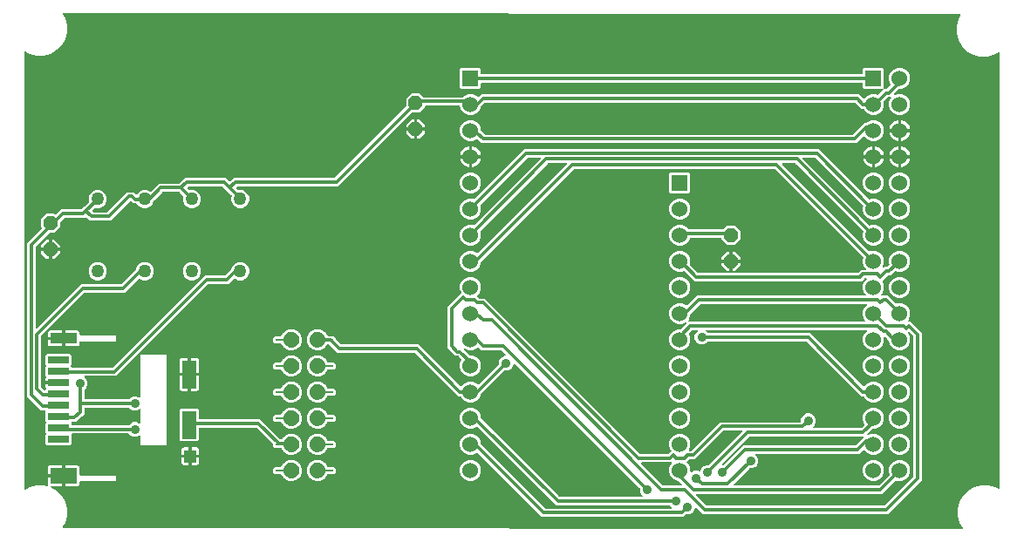
<source format=gbr>
G04 EAGLE Gerber RS-274X export*
G75*
%MOMM*%
%FSLAX34Y34*%
%LPD*%
%INTop Copper*%
%IPPOS*%
%AMOC8*
5,1,8,0,0,1.08239X$1,22.5*%
G01*
%ADD10P,1.429621X8X292.500000*%
%ADD11R,2.000000X0.700000*%
%ADD12R,2.600000X1.000000*%
%ADD13R,2.600000X1.500000*%
%ADD14R,1.400000X2.700000*%
%ADD15R,1.200000X1.200000*%
%ADD16R,1.530000X1.530000*%
%ADD17C,1.530000*%
%ADD18C,1.258000*%
%ADD19C,0.756400*%
%ADD20C,0.304800*%
%ADD21C,0.914400*%

G36*
X920404Y313767D02*
X920404Y313767D01*
X920499Y313776D01*
X920524Y313787D01*
X920552Y313791D01*
X920637Y313836D01*
X920724Y313875D01*
X920745Y313893D01*
X920769Y313906D01*
X920835Y313976D01*
X920906Y314040D01*
X920920Y314064D01*
X920939Y314084D01*
X920979Y314171D01*
X921026Y314255D01*
X921031Y314282D01*
X921043Y314307D01*
X921053Y314403D01*
X921071Y314497D01*
X921067Y314524D01*
X921070Y314552D01*
X921050Y314645D01*
X921037Y314740D01*
X921023Y314772D01*
X921018Y314792D01*
X921001Y314820D01*
X920969Y314894D01*
X917962Y320102D01*
X916179Y326756D01*
X916179Y333644D01*
X917962Y340298D01*
X921406Y346263D01*
X926277Y351134D01*
X932242Y354578D01*
X938896Y356361D01*
X945784Y356361D01*
X952438Y354578D01*
X955677Y352707D01*
X955767Y352674D01*
X955853Y352634D01*
X955881Y352630D01*
X955907Y352620D01*
X956003Y352617D01*
X956097Y352606D01*
X956125Y352612D01*
X956153Y352611D01*
X956245Y352639D01*
X956338Y352659D01*
X956362Y352673D01*
X956389Y352681D01*
X956467Y352736D01*
X956549Y352785D01*
X956567Y352806D01*
X956590Y352823D01*
X956647Y352899D01*
X956709Y352972D01*
X956719Y352998D01*
X956736Y353021D01*
X956765Y353111D01*
X956801Y353200D01*
X956805Y353235D01*
X956811Y353255D01*
X956811Y353288D01*
X956819Y353367D01*
X956819Y776397D01*
X956804Y776491D01*
X956795Y776586D01*
X956784Y776611D01*
X956780Y776639D01*
X956735Y776724D01*
X956697Y776811D01*
X956678Y776832D01*
X956664Y776857D01*
X956595Y776922D01*
X956531Y776993D01*
X956507Y777007D01*
X956486Y777026D01*
X956400Y777066D01*
X956316Y777113D01*
X956289Y777118D01*
X956263Y777130D01*
X956168Y777140D01*
X956075Y777158D01*
X956047Y777154D01*
X956019Y777157D01*
X955925Y777137D01*
X955831Y777123D01*
X955799Y777109D01*
X955778Y777105D01*
X955750Y777088D01*
X955677Y777056D01*
X951168Y774452D01*
X944514Y772669D01*
X937626Y772669D01*
X930972Y774452D01*
X925007Y777896D01*
X920136Y782767D01*
X916692Y788732D01*
X914909Y795386D01*
X914909Y802274D01*
X916692Y808928D01*
X918980Y812891D01*
X919014Y812980D01*
X919054Y813066D01*
X919057Y813094D01*
X919067Y813121D01*
X919071Y813216D01*
X919082Y813310D01*
X919075Y813338D01*
X919077Y813367D01*
X919050Y813458D01*
X919030Y813551D01*
X919015Y813575D01*
X919007Y813603D01*
X918952Y813681D01*
X918904Y813762D01*
X918882Y813781D01*
X918865Y813804D01*
X918789Y813860D01*
X918717Y813922D01*
X918690Y813933D01*
X918667Y813950D01*
X918577Y813979D01*
X918489Y814014D01*
X918453Y814019D01*
X918433Y814025D01*
X918400Y814024D01*
X918322Y814033D01*
X48223Y815176D01*
X48129Y815161D01*
X48033Y815152D01*
X48008Y815141D01*
X47980Y815137D01*
X47895Y815092D01*
X47808Y815053D01*
X47787Y815035D01*
X47763Y815022D01*
X47697Y814952D01*
X47626Y814888D01*
X47612Y814864D01*
X47593Y814844D01*
X47553Y814757D01*
X47506Y814673D01*
X47501Y814646D01*
X47489Y814621D01*
X47479Y814525D01*
X47461Y814431D01*
X47465Y814404D01*
X47462Y814376D01*
X47482Y814283D01*
X47496Y814188D01*
X47510Y814156D01*
X47514Y814136D01*
X47531Y814108D01*
X47563Y814034D01*
X49778Y810198D01*
X51561Y803544D01*
X51561Y796656D01*
X49778Y790002D01*
X46334Y784037D01*
X41463Y779166D01*
X35498Y775722D01*
X28844Y773939D01*
X21956Y773939D01*
X15302Y775722D01*
X11303Y778031D01*
X11214Y778065D01*
X11127Y778105D01*
X11099Y778108D01*
X11073Y778118D01*
X10977Y778122D01*
X10883Y778132D01*
X10855Y778126D01*
X10827Y778127D01*
X10735Y778100D01*
X10642Y778080D01*
X10618Y778066D01*
X10591Y778058D01*
X10513Y778003D01*
X10431Y777954D01*
X10413Y777932D01*
X10390Y777916D01*
X10333Y777840D01*
X10271Y777767D01*
X10261Y777741D01*
X10244Y777718D01*
X10215Y777627D01*
X10179Y777539D01*
X10175Y777504D01*
X10169Y777484D01*
X10169Y777451D01*
X10161Y777372D01*
X10161Y352928D01*
X10176Y352834D01*
X10185Y352739D01*
X10196Y352713D01*
X10200Y352685D01*
X10245Y352601D01*
X10283Y352514D01*
X10302Y352493D01*
X10316Y352468D01*
X10385Y352402D01*
X10449Y352332D01*
X10473Y352318D01*
X10494Y352298D01*
X10580Y352258D01*
X10664Y352212D01*
X10691Y352207D01*
X10717Y352195D01*
X10812Y352184D01*
X10905Y352167D01*
X10933Y352171D01*
X10961Y352168D01*
X11055Y352188D01*
X11149Y352201D01*
X11181Y352216D01*
X11202Y352220D01*
X11230Y352237D01*
X11303Y352269D01*
X15302Y354578D01*
X21956Y356361D01*
X28844Y356361D01*
X32261Y355445D01*
X32332Y355438D01*
X32402Y355421D01*
X32454Y355426D01*
X32506Y355421D01*
X32576Y355437D01*
X32647Y355443D01*
X32695Y355464D01*
X32746Y355476D01*
X32807Y355513D01*
X32872Y355542D01*
X32911Y355577D01*
X32955Y355604D01*
X33001Y355659D01*
X33054Y355707D01*
X33080Y355753D01*
X33113Y355793D01*
X33139Y355860D01*
X33174Y355922D01*
X33184Y355973D01*
X33203Y356022D01*
X33206Y356093D01*
X33219Y356164D01*
X33212Y356215D01*
X33214Y356267D01*
X33195Y356336D01*
X33185Y356407D01*
X33156Y356473D01*
X33147Y356504D01*
X33134Y356523D01*
X33117Y356561D01*
X32812Y357089D01*
X32639Y357736D01*
X32639Y364047D01*
X46657Y364047D01*
X46657Y355529D01*
X36691Y355529D01*
X36644Y355522D01*
X36596Y355523D01*
X36523Y355502D01*
X36448Y355490D01*
X36406Y355467D01*
X36360Y355453D01*
X36298Y355410D01*
X36231Y355374D01*
X36198Y355340D01*
X36158Y355312D01*
X36114Y355251D01*
X36061Y355196D01*
X36041Y355153D01*
X36013Y355114D01*
X35990Y355042D01*
X35958Y354973D01*
X35952Y354925D01*
X35938Y354880D01*
X35939Y354804D01*
X35931Y354729D01*
X35941Y354682D01*
X35942Y354634D01*
X35967Y354562D01*
X35983Y354488D01*
X36008Y354447D01*
X36023Y354402D01*
X36070Y354342D01*
X36109Y354277D01*
X36145Y354246D01*
X36175Y354208D01*
X36279Y354132D01*
X36296Y354117D01*
X36302Y354115D01*
X36310Y354109D01*
X41463Y351134D01*
X46334Y346263D01*
X49778Y340298D01*
X51561Y333644D01*
X51561Y326756D01*
X49778Y320102D01*
X47432Y316039D01*
X47399Y315951D01*
X47359Y315865D01*
X47355Y315836D01*
X47345Y315809D01*
X47342Y315714D01*
X47331Y315620D01*
X47337Y315592D01*
X47336Y315564D01*
X47363Y315472D01*
X47383Y315380D01*
X47398Y315355D01*
X47406Y315328D01*
X47460Y315250D01*
X47509Y315169D01*
X47531Y315150D01*
X47547Y315126D01*
X47624Y315070D01*
X47696Y315009D01*
X47722Y314998D01*
X47746Y314981D01*
X47836Y314952D01*
X47924Y314916D01*
X47960Y314912D01*
X47980Y314906D01*
X48013Y314906D01*
X48090Y314898D01*
X920309Y313752D01*
X920404Y313767D01*
G37*
%LPC*%
G36*
X512412Y325627D02*
X512412Y325627D01*
X509808Y328231D01*
X450259Y387781D01*
X450243Y387792D01*
X450230Y387808D01*
X450143Y387864D01*
X450059Y387924D01*
X450040Y387930D01*
X450023Y387941D01*
X449923Y387966D01*
X449824Y387997D01*
X449804Y387996D01*
X449785Y388001D01*
X449682Y387993D01*
X449578Y387990D01*
X449560Y387983D01*
X449540Y387982D01*
X449445Y387941D01*
X449347Y387906D01*
X449332Y387893D01*
X449313Y387885D01*
X449182Y387781D01*
X449003Y387601D01*
X445257Y386049D01*
X441203Y386049D01*
X437457Y387601D01*
X434591Y390467D01*
X433039Y394213D01*
X433039Y398267D01*
X434591Y402013D01*
X437457Y404879D01*
X441203Y406431D01*
X445257Y406431D01*
X449003Y404879D01*
X451869Y402013D01*
X453421Y398267D01*
X453421Y396431D01*
X453435Y396341D01*
X453443Y396250D01*
X453455Y396220D01*
X453460Y396188D01*
X453503Y396108D01*
X453539Y396024D01*
X453565Y395992D01*
X453576Y395971D01*
X453599Y395949D01*
X453644Y395893D01*
X515557Y333980D01*
X515631Y333927D01*
X515700Y333867D01*
X515730Y333855D01*
X515756Y333836D01*
X515843Y333809D01*
X515928Y333775D01*
X515969Y333771D01*
X515992Y333764D01*
X516024Y333765D01*
X516095Y333757D01*
X637835Y333757D01*
X637905Y333768D01*
X637977Y333770D01*
X638026Y333788D01*
X638077Y333796D01*
X638141Y333830D01*
X638208Y333855D01*
X638249Y333887D01*
X638295Y333912D01*
X638344Y333963D01*
X638400Y334008D01*
X638428Y334052D01*
X638464Y334090D01*
X638494Y334155D01*
X638533Y334215D01*
X638546Y334266D01*
X638568Y334313D01*
X638576Y334384D01*
X638593Y334454D01*
X638589Y334506D01*
X638595Y334557D01*
X638580Y334628D01*
X638574Y334699D01*
X638554Y334747D01*
X638543Y334798D01*
X638506Y334859D01*
X638478Y334925D01*
X638433Y334981D01*
X638416Y335009D01*
X638399Y335024D01*
X638373Y335056D01*
X636849Y336580D01*
X636775Y336633D01*
X636705Y336693D01*
X636675Y336705D01*
X636649Y336724D01*
X636562Y336751D01*
X636477Y336785D01*
X636436Y336789D01*
X636414Y336796D01*
X636382Y336795D01*
X636311Y336803D01*
X526382Y336803D01*
X523778Y339407D01*
X450132Y413054D01*
X450116Y413065D01*
X450103Y413081D01*
X450016Y413137D01*
X449932Y413197D01*
X449913Y413203D01*
X449896Y413214D01*
X449796Y413239D01*
X449697Y413270D01*
X449677Y413269D01*
X449658Y413274D01*
X449555Y413266D01*
X449451Y413263D01*
X449433Y413256D01*
X449413Y413255D01*
X449318Y413214D01*
X449220Y413179D01*
X449205Y413166D01*
X449186Y413158D01*
X449055Y413054D01*
X449003Y413001D01*
X445257Y411449D01*
X441203Y411449D01*
X437457Y413001D01*
X434591Y415867D01*
X433039Y419613D01*
X433039Y423667D01*
X434591Y427413D01*
X437457Y430279D01*
X441203Y431831D01*
X445257Y431831D01*
X449003Y430279D01*
X451869Y427413D01*
X453421Y423667D01*
X453421Y421577D01*
X453435Y421487D01*
X453443Y421396D01*
X453455Y421366D01*
X453460Y421334D01*
X453503Y421254D01*
X453539Y421170D01*
X453565Y421138D01*
X453576Y421117D01*
X453599Y421095D01*
X453644Y421039D01*
X529527Y345156D01*
X529601Y345103D01*
X529670Y345043D01*
X529700Y345031D01*
X529726Y345012D01*
X529813Y344985D01*
X529898Y344951D01*
X529939Y344947D01*
X529962Y344940D01*
X529994Y344941D01*
X530065Y344933D01*
X609895Y344933D01*
X609965Y344944D01*
X610037Y344946D01*
X610086Y344964D01*
X610137Y344972D01*
X610201Y345006D01*
X610268Y345031D01*
X610309Y345063D01*
X610355Y345088D01*
X610404Y345140D01*
X610460Y345184D01*
X610488Y345228D01*
X610524Y345266D01*
X610554Y345331D01*
X610593Y345391D01*
X610606Y345442D01*
X610628Y345489D01*
X610636Y345560D01*
X610653Y345630D01*
X610649Y345682D01*
X610655Y345733D01*
X610640Y345804D01*
X610634Y345875D01*
X610614Y345923D01*
X610603Y345974D01*
X610566Y346035D01*
X610538Y346101D01*
X610493Y346157D01*
X610476Y346185D01*
X610459Y346200D01*
X610433Y346232D01*
X608650Y348015D01*
X607567Y350629D01*
X607567Y353093D01*
X607553Y353183D01*
X607545Y353274D01*
X607533Y353304D01*
X607528Y353336D01*
X607485Y353416D01*
X607449Y353500D01*
X607423Y353532D01*
X607412Y353553D01*
X607389Y353575D01*
X607344Y353631D01*
X486186Y474789D01*
X486128Y474831D01*
X486076Y474881D01*
X486029Y474903D01*
X485987Y474933D01*
X485918Y474954D01*
X485853Y474984D01*
X485801Y474990D01*
X485751Y475005D01*
X485680Y475003D01*
X485609Y475011D01*
X485558Y475000D01*
X485506Y474999D01*
X485438Y474974D01*
X485368Y474959D01*
X485324Y474932D01*
X485275Y474914D01*
X485219Y474870D01*
X485157Y474833D01*
X485123Y474793D01*
X485083Y474761D01*
X485044Y474700D01*
X484997Y474646D01*
X484978Y474598D01*
X484950Y474554D01*
X484932Y474484D01*
X484905Y474418D01*
X484897Y474346D01*
X484889Y474315D01*
X484891Y474292D01*
X484887Y474251D01*
X484887Y473565D01*
X483804Y470951D01*
X481803Y468950D01*
X479189Y467867D01*
X476725Y467867D01*
X476635Y467853D01*
X476544Y467845D01*
X476514Y467833D01*
X476482Y467828D01*
X476402Y467785D01*
X476318Y467749D01*
X476286Y467723D01*
X476265Y467712D01*
X476243Y467689D01*
X476187Y467644D01*
X454122Y445579D01*
X453433Y444890D01*
X453394Y444837D01*
X453348Y444790D01*
X453308Y444717D01*
X453289Y444691D01*
X453283Y444672D01*
X453268Y444643D01*
X451869Y441267D01*
X449003Y438401D01*
X445257Y436849D01*
X441203Y436849D01*
X437457Y438401D01*
X434591Y441267D01*
X434078Y442505D01*
X434016Y442605D01*
X433956Y442705D01*
X433952Y442709D01*
X433948Y442714D01*
X433858Y442789D01*
X433770Y442865D01*
X433764Y442867D01*
X433759Y442871D01*
X433650Y442913D01*
X433541Y442957D01*
X433534Y442958D01*
X433529Y442959D01*
X433511Y442960D01*
X433375Y442975D01*
X431386Y442975D01*
X389699Y484662D01*
X389625Y484715D01*
X389556Y484775D01*
X389526Y484787D01*
X389500Y484806D01*
X389413Y484833D01*
X389328Y484867D01*
X389287Y484871D01*
X389264Y484878D01*
X389232Y484877D01*
X389161Y484885D01*
X314038Y484885D01*
X305879Y493044D01*
X305805Y493097D01*
X305736Y493157D01*
X305706Y493169D01*
X305680Y493188D01*
X305593Y493215D01*
X305508Y493249D01*
X305467Y493253D01*
X305444Y493260D01*
X305412Y493259D01*
X305341Y493267D01*
X304325Y493267D01*
X304323Y493267D01*
X304320Y493267D01*
X304199Y493247D01*
X304082Y493228D01*
X304080Y493226D01*
X304078Y493226D01*
X303970Y493168D01*
X303865Y493112D01*
X303863Y493111D01*
X303861Y493110D01*
X303777Y493020D01*
X303696Y492934D01*
X303695Y492932D01*
X303693Y492930D01*
X303615Y492781D01*
X303408Y492248D01*
X303380Y492213D01*
X303379Y492209D01*
X303376Y492205D01*
X303370Y492189D01*
X303335Y492153D01*
X303298Y492086D01*
X302752Y491541D01*
X302752Y491540D01*
X302648Y491410D01*
X302172Y490659D01*
X302138Y490630D01*
X301402Y490109D01*
X301384Y490091D01*
X301290Y490012D01*
X300651Y489339D01*
X300612Y489318D01*
X300590Y489308D01*
X300545Y489278D01*
X300494Y489256D01*
X300438Y489211D01*
X299788Y488942D01*
X299787Y488942D01*
X299786Y488941D01*
X299640Y488860D01*
X298904Y488339D01*
X298862Y488326D01*
X298861Y488325D01*
X297983Y488122D01*
X297960Y488113D01*
X297843Y488075D01*
X297060Y487724D01*
X297039Y487721D01*
X296933Y487713D01*
X296917Y487706D01*
X296900Y487704D01*
X296804Y487658D01*
X296783Y487649D01*
X296022Y487649D01*
X296020Y487649D01*
X296017Y487649D01*
X295851Y487630D01*
X295596Y487571D01*
X295516Y487538D01*
X295390Y487523D01*
X295389Y487523D01*
X295388Y487523D01*
X295178Y487474D01*
X295121Y487510D01*
X295036Y487545D01*
X294956Y487587D01*
X294915Y487596D01*
X294894Y487605D01*
X294862Y487607D01*
X294792Y487622D01*
X294550Y487646D01*
X294524Y487644D01*
X294475Y487649D01*
X293724Y487649D01*
X293623Y487633D01*
X293521Y487622D01*
X293497Y487612D01*
X293481Y487610D01*
X293452Y487594D01*
X293445Y487591D01*
X293362Y487616D01*
X293335Y487620D01*
X293308Y487631D01*
X293142Y487649D01*
X292613Y487649D01*
X292125Y487852D01*
X292097Y487858D01*
X292072Y487871D01*
X291908Y487906D01*
X291675Y487929D01*
X291608Y487958D01*
X291601Y487959D01*
X291595Y487961D01*
X291579Y487962D01*
X290802Y488378D01*
X290779Y488386D01*
X290664Y488435D01*
X289798Y488698D01*
X289738Y488740D01*
X289732Y488741D01*
X289727Y488745D01*
X289711Y488749D01*
X289547Y488884D01*
X289523Y488898D01*
X289503Y488918D01*
X289356Y488998D01*
X288867Y489201D01*
X288494Y489575D01*
X288471Y489591D01*
X288453Y489613D01*
X288314Y489708D01*
X288108Y489818D01*
X288057Y489871D01*
X288051Y489874D01*
X288047Y489878D01*
X288032Y489886D01*
X287473Y490567D01*
X287455Y490583D01*
X287367Y490673D01*
X286668Y491247D01*
X286629Y491308D01*
X286624Y491312D01*
X286620Y491317D01*
X286607Y491327D01*
X286508Y491514D01*
X286490Y491537D01*
X286479Y491563D01*
X286374Y491694D01*
X286001Y492067D01*
X285798Y492556D01*
X285784Y492580D01*
X285775Y492607D01*
X285684Y492747D01*
X285535Y492928D01*
X285508Y492997D01*
X285504Y493002D01*
X285502Y493007D01*
X285491Y493020D01*
X285235Y493864D01*
X285225Y493885D01*
X285178Y494001D01*
X284752Y494799D01*
X284739Y494871D01*
X284736Y494877D01*
X284735Y494883D01*
X284727Y494897D01*
X284706Y495108D01*
X284699Y495135D01*
X284698Y495164D01*
X284652Y495325D01*
X284449Y495813D01*
X284449Y496342D01*
X284445Y496369D01*
X284447Y496398D01*
X284416Y496562D01*
X284348Y496787D01*
X284350Y496860D01*
X284348Y496866D01*
X284348Y496872D01*
X284343Y496888D01*
X284429Y497765D01*
X284428Y497789D01*
X284429Y497915D01*
X284341Y498815D01*
X284357Y498886D01*
X284356Y498892D01*
X284357Y498898D01*
X284355Y498915D01*
X284416Y499118D01*
X284420Y499145D01*
X284431Y499172D01*
X284449Y499338D01*
X284449Y499867D01*
X284652Y500355D01*
X284658Y500383D01*
X284671Y500408D01*
X284706Y500572D01*
X284729Y500805D01*
X284758Y500872D01*
X284759Y500879D01*
X284761Y500885D01*
X284762Y500901D01*
X285178Y501679D01*
X285186Y501701D01*
X285235Y501816D01*
X285498Y502682D01*
X285540Y502742D01*
X285541Y502748D01*
X285545Y502753D01*
X285549Y502769D01*
X285684Y502933D01*
X285698Y502957D01*
X285718Y502977D01*
X285798Y503124D01*
X286001Y503613D01*
X286374Y503986D01*
X286391Y504009D01*
X286413Y504027D01*
X286508Y504166D01*
X286618Y504372D01*
X286671Y504423D01*
X286674Y504429D01*
X286678Y504433D01*
X286686Y504448D01*
X287367Y505007D01*
X287383Y505025D01*
X287473Y505113D01*
X288047Y505812D01*
X288108Y505851D01*
X288112Y505856D01*
X288117Y505860D01*
X288127Y505873D01*
X288314Y505972D01*
X288337Y505990D01*
X288363Y506001D01*
X288494Y506106D01*
X288867Y506479D01*
X289356Y506682D01*
X289380Y506696D01*
X289407Y506705D01*
X289547Y506796D01*
X289728Y506945D01*
X289797Y506972D01*
X289802Y506976D01*
X289807Y506978D01*
X289820Y506989D01*
X290664Y507245D01*
X290685Y507255D01*
X290801Y507302D01*
X291599Y507728D01*
X291672Y507741D01*
X291677Y507744D01*
X291683Y507745D01*
X291697Y507753D01*
X291908Y507774D01*
X291935Y507781D01*
X291964Y507782D01*
X292125Y507828D01*
X292613Y508031D01*
X293142Y508031D01*
X293169Y508035D01*
X293198Y508033D01*
X293363Y508064D01*
X293452Y508091D01*
X293462Y508088D01*
X293557Y508049D01*
X293583Y508046D01*
X293598Y508041D01*
X293630Y508041D01*
X293724Y508031D01*
X294475Y508031D01*
X294501Y508035D01*
X294550Y508034D01*
X294792Y508058D01*
X294880Y508082D01*
X294969Y508098D01*
X295007Y508115D01*
X295029Y508122D01*
X295056Y508139D01*
X295121Y508170D01*
X295178Y508206D01*
X295388Y508157D01*
X295428Y508154D01*
X295467Y508143D01*
X295491Y508143D01*
X295497Y508139D01*
X295529Y508133D01*
X295596Y508109D01*
X295851Y508050D01*
X295853Y508050D01*
X295855Y508049D01*
X296022Y508031D01*
X296767Y508031D01*
X296776Y508024D01*
X296877Y507993D01*
X296977Y507957D01*
X296994Y507957D01*
X297011Y507952D01*
X297066Y507953D01*
X297843Y507605D01*
X297867Y507598D01*
X297983Y507558D01*
X298887Y507349D01*
X298925Y507326D01*
X298926Y507326D01*
X299640Y506820D01*
X299641Y506820D01*
X299641Y506819D01*
X299788Y506738D01*
X300432Y506471D01*
X300446Y506457D01*
X300539Y506402D01*
X300563Y506385D01*
X300574Y506381D01*
X300590Y506372D01*
X300636Y506352D01*
X300669Y506322D01*
X301290Y505668D01*
X301310Y505653D01*
X301402Y505571D01*
X302159Y505035D01*
X302186Y504999D01*
X302648Y504270D01*
X302752Y504140D01*
X303295Y503597D01*
X303304Y503574D01*
X303367Y503491D01*
X303383Y503465D01*
X303393Y503456D01*
X303396Y503453D01*
X303418Y503408D01*
X303744Y502567D01*
X303757Y502546D01*
X303811Y502435D01*
X304245Y501750D01*
X304279Y501712D01*
X304306Y501667D01*
X304360Y501620D01*
X304408Y501567D01*
X304453Y501541D01*
X304493Y501507D01*
X304559Y501480D01*
X304622Y501445D01*
X304672Y501435D01*
X304721Y501415D01*
X304836Y501402D01*
X304863Y501397D01*
X304873Y501398D01*
X304888Y501397D01*
X309024Y501397D01*
X309117Y501304D01*
X309191Y501251D01*
X309260Y501191D01*
X309290Y501179D01*
X309316Y501160D01*
X309403Y501133D01*
X309488Y501099D01*
X309529Y501095D01*
X309552Y501088D01*
X309584Y501089D01*
X309655Y501081D01*
X311013Y501081D01*
X312531Y499563D01*
X312531Y498205D01*
X312545Y498115D01*
X312553Y498024D01*
X312565Y497994D01*
X312570Y497962D01*
X312613Y497882D01*
X312649Y497798D01*
X312675Y497766D01*
X312686Y497745D01*
X312709Y497723D01*
X312754Y497667D01*
X317183Y493238D01*
X317257Y493185D01*
X317326Y493125D01*
X317356Y493113D01*
X317382Y493094D01*
X317469Y493067D01*
X317554Y493033D01*
X317595Y493029D01*
X317618Y493022D01*
X317650Y493023D01*
X317721Y493015D01*
X392844Y493015D01*
X395448Y490411D01*
X433333Y452526D01*
X433370Y452499D01*
X433401Y452465D01*
X433469Y452427D01*
X433532Y452382D01*
X433576Y452369D01*
X433617Y452347D01*
X433693Y452333D01*
X433767Y452310D01*
X433813Y452311D01*
X433859Y452303D01*
X433936Y452314D01*
X434013Y452316D01*
X434056Y452332D01*
X434102Y452339D01*
X434171Y452374D01*
X434244Y452401D01*
X434280Y452429D01*
X434321Y452450D01*
X434376Y452506D01*
X434436Y452554D01*
X434461Y452593D01*
X434493Y452626D01*
X434559Y452745D01*
X434569Y452761D01*
X434571Y452766D01*
X434574Y452773D01*
X434591Y452813D01*
X437457Y455679D01*
X441203Y457231D01*
X445257Y457231D01*
X449003Y455679D01*
X450325Y454356D01*
X450342Y454345D01*
X450354Y454329D01*
X450441Y454273D01*
X450525Y454213D01*
X450544Y454207D01*
X450561Y454196D01*
X450661Y454171D01*
X450760Y454140D01*
X450780Y454141D01*
X450800Y454136D01*
X450902Y454144D01*
X451006Y454147D01*
X451025Y454154D01*
X451045Y454155D01*
X451139Y454196D01*
X451237Y454231D01*
X451253Y454244D01*
X451271Y454252D01*
X451402Y454356D01*
X470438Y473393D01*
X470491Y473467D01*
X470551Y473536D01*
X470563Y473566D01*
X470582Y473592D01*
X470609Y473679D01*
X470643Y473764D01*
X470647Y473805D01*
X470654Y473828D01*
X470653Y473860D01*
X470661Y473931D01*
X470661Y476395D01*
X471744Y479009D01*
X473745Y481010D01*
X476359Y482093D01*
X477045Y482093D01*
X477116Y482104D01*
X477188Y482106D01*
X477236Y482124D01*
X477288Y482132D01*
X477351Y482166D01*
X477419Y482191D01*
X477459Y482223D01*
X477505Y482248D01*
X477555Y482300D01*
X477611Y482344D01*
X477639Y482388D01*
X477675Y482426D01*
X477705Y482491D01*
X477744Y482551D01*
X477756Y482602D01*
X477778Y482649D01*
X477786Y482720D01*
X477804Y482790D01*
X477800Y482842D01*
X477805Y482893D01*
X477790Y482964D01*
X477784Y483035D01*
X477764Y483083D01*
X477753Y483134D01*
X477716Y483195D01*
X477688Y483261D01*
X477643Y483317D01*
X477627Y483345D01*
X477609Y483360D01*
X477583Y483392D01*
X473519Y487456D01*
X473445Y487509D01*
X473376Y487569D01*
X473346Y487581D01*
X473320Y487600D01*
X473232Y487627D01*
X473148Y487661D01*
X473107Y487665D01*
X473084Y487672D01*
X473052Y487671D01*
X472981Y487679D01*
X453738Y487679D01*
X451148Y490270D01*
X451132Y490281D01*
X451119Y490297D01*
X451032Y490353D01*
X450948Y490413D01*
X450929Y490419D01*
X450912Y490430D01*
X450812Y490455D01*
X450713Y490486D01*
X450693Y490485D01*
X450674Y490490D01*
X450571Y490482D01*
X450467Y490479D01*
X450449Y490472D01*
X450429Y490471D01*
X450334Y490430D01*
X450236Y490395D01*
X450221Y490382D01*
X450202Y490374D01*
X450071Y490270D01*
X449003Y489201D01*
X445257Y487649D01*
X441203Y487649D01*
X438119Y488927D01*
X438024Y488949D01*
X437931Y488978D01*
X437905Y488977D01*
X437879Y488983D01*
X437782Y488974D01*
X437685Y488971D01*
X437660Y488962D01*
X437634Y488960D01*
X437545Y488920D01*
X437454Y488887D01*
X437434Y488870D01*
X437410Y488860D01*
X437338Y488794D01*
X437262Y488733D01*
X437248Y488711D01*
X437229Y488693D01*
X437182Y488608D01*
X437129Y488526D01*
X437123Y488501D01*
X437110Y488478D01*
X437093Y488382D01*
X437069Y488288D01*
X437071Y488262D01*
X437066Y488236D01*
X437080Y488139D01*
X437088Y488042D01*
X437098Y488018D01*
X437102Y487993D01*
X437146Y487906D01*
X437184Y487816D01*
X437205Y487791D01*
X437214Y487773D01*
X437237Y487750D01*
X437289Y487685D01*
X442121Y482854D01*
X442195Y482801D01*
X442264Y482741D01*
X442294Y482729D01*
X442320Y482710D01*
X442408Y482683D01*
X442492Y482649D01*
X442533Y482645D01*
X442556Y482638D01*
X442588Y482639D01*
X442659Y482631D01*
X445257Y482631D01*
X449003Y481079D01*
X451869Y478213D01*
X453421Y474467D01*
X453421Y470413D01*
X451869Y466667D01*
X449003Y463801D01*
X445257Y462249D01*
X441203Y462249D01*
X437457Y463801D01*
X434591Y466667D01*
X433039Y470413D01*
X433039Y474467D01*
X434594Y478219D01*
X434620Y478333D01*
X434649Y478447D01*
X434648Y478453D01*
X434650Y478459D01*
X434639Y478575D01*
X434630Y478692D01*
X434627Y478697D01*
X434627Y478704D01*
X434579Y478811D01*
X434533Y478918D01*
X434529Y478924D01*
X434527Y478929D01*
X434514Y478942D01*
X434429Y479049D01*
X431609Y481868D01*
X431535Y481921D01*
X431466Y481981D01*
X431436Y481993D01*
X431410Y482012D01*
X431323Y482039D01*
X431238Y482073D01*
X431197Y482077D01*
X431174Y482084D01*
X431142Y482083D01*
X431071Y482091D01*
X428592Y482091D01*
X420623Y490060D01*
X420623Y529750D01*
X423227Y532354D01*
X433982Y543109D01*
X434035Y543183D01*
X434072Y543221D01*
X434087Y543252D01*
X434120Y543297D01*
X434122Y543303D01*
X434126Y543308D01*
X434151Y543392D01*
X434176Y543445D01*
X434180Y543481D01*
X434196Y543531D01*
X434196Y543537D01*
X434198Y543543D01*
X434196Y543626D01*
X434203Y543689D01*
X434194Y543729D01*
X434194Y543777D01*
X434192Y543784D01*
X434192Y543789D01*
X434185Y543807D01*
X434154Y543916D01*
X434151Y543929D01*
X434149Y543932D01*
X434147Y543938D01*
X433039Y546613D01*
X433039Y550667D01*
X434591Y554413D01*
X437457Y557279D01*
X441203Y558831D01*
X445257Y558831D01*
X449003Y557279D01*
X451869Y554413D01*
X453421Y550667D01*
X453421Y546613D01*
X451869Y542867D01*
X449657Y540656D01*
X449646Y540639D01*
X449630Y540627D01*
X449574Y540540D01*
X449514Y540456D01*
X449508Y540437D01*
X449497Y540420D01*
X449472Y540320D01*
X449441Y540221D01*
X449442Y540201D01*
X449437Y540181D01*
X449445Y540079D01*
X449448Y539975D01*
X449455Y539956D01*
X449456Y539936D01*
X449497Y539841D01*
X449532Y539744D01*
X449545Y539728D01*
X449553Y539710D01*
X449657Y539579D01*
X451295Y537942D01*
X451369Y537889D01*
X451438Y537829D01*
X451468Y537817D01*
X451494Y537798D01*
X451582Y537771D01*
X451666Y537737D01*
X451707Y537733D01*
X451730Y537726D01*
X451762Y537727D01*
X451833Y537719D01*
X457106Y537719D01*
X607759Y387066D01*
X607833Y387013D01*
X607902Y386953D01*
X607932Y386941D01*
X607958Y386922D01*
X608045Y386895D01*
X608130Y386861D01*
X608171Y386857D01*
X608194Y386850D01*
X608226Y386851D01*
X608297Y386843D01*
X635033Y386843D01*
X635123Y386857D01*
X635214Y386865D01*
X635244Y386877D01*
X635276Y386882D01*
X635356Y386925D01*
X635440Y386961D01*
X635473Y386987D01*
X635493Y386998D01*
X635515Y387021D01*
X635571Y387066D01*
X637844Y389338D01*
X637855Y389354D01*
X637871Y389367D01*
X637902Y389415D01*
X637934Y389449D01*
X637954Y389491D01*
X637987Y389538D01*
X637993Y389557D01*
X638004Y389574D01*
X638018Y389629D01*
X638038Y389672D01*
X638043Y389719D01*
X638060Y389773D01*
X638059Y389793D01*
X638064Y389812D01*
X638059Y389869D01*
X638065Y389916D01*
X638055Y389963D01*
X638053Y390019D01*
X638046Y390037D01*
X638045Y390057D01*
X638023Y390108D01*
X638013Y390157D01*
X637987Y390199D01*
X637969Y390250D01*
X637956Y390265D01*
X637948Y390284D01*
X637902Y390341D01*
X637886Y390368D01*
X637869Y390383D01*
X637844Y390415D01*
X637791Y390467D01*
X636239Y394213D01*
X636239Y398267D01*
X637791Y402013D01*
X640657Y404879D01*
X644403Y406431D01*
X648457Y406431D01*
X652203Y404879D01*
X655069Y402013D01*
X656621Y398267D01*
X656621Y394213D01*
X655161Y390689D01*
X655151Y390645D01*
X655131Y390603D01*
X655123Y390526D01*
X655105Y390450D01*
X655109Y390404D01*
X655104Y390359D01*
X655121Y390282D01*
X655128Y390205D01*
X655147Y390163D01*
X655157Y390118D01*
X655196Y390051D01*
X655228Y389980D01*
X655259Y389946D01*
X655283Y389907D01*
X655342Y389856D01*
X655395Y389799D01*
X655435Y389777D01*
X655470Y389747D01*
X655542Y389718D01*
X655610Y389681D01*
X655655Y389672D01*
X655698Y389655D01*
X655834Y389640D01*
X655852Y389637D01*
X655857Y389638D01*
X655864Y389637D01*
X657385Y389637D01*
X657475Y389651D01*
X657566Y389659D01*
X657596Y389671D01*
X657628Y389676D01*
X657708Y389719D01*
X657792Y389755D01*
X657824Y389781D01*
X657845Y389792D01*
X657867Y389815D01*
X657923Y389860D01*
X685640Y417577D01*
X763270Y417577D01*
X763290Y417580D01*
X763309Y417578D01*
X763411Y417600D01*
X763513Y417616D01*
X763530Y417626D01*
X763550Y417630D01*
X763639Y417683D01*
X763730Y417732D01*
X763744Y417746D01*
X763761Y417756D01*
X763828Y417835D01*
X763900Y417910D01*
X763908Y417928D01*
X763921Y417943D01*
X763960Y418039D01*
X764003Y418133D01*
X764005Y418153D01*
X764013Y418171D01*
X764031Y418338D01*
X764031Y420515D01*
X765114Y423129D01*
X767115Y425130D01*
X769729Y426213D01*
X772559Y426213D01*
X775173Y425130D01*
X777174Y423129D01*
X778257Y420515D01*
X778257Y417685D01*
X777174Y415071D01*
X775391Y413288D01*
X775349Y413230D01*
X775300Y413178D01*
X775278Y413131D01*
X775248Y413089D01*
X775227Y413020D01*
X775196Y412955D01*
X775191Y412903D01*
X775175Y412853D01*
X775177Y412782D01*
X775169Y412711D01*
X775180Y412660D01*
X775182Y412608D01*
X775206Y412540D01*
X775221Y412470D01*
X775248Y412425D01*
X775266Y412377D01*
X775311Y412321D01*
X775348Y412259D01*
X775387Y412225D01*
X775420Y412185D01*
X775480Y412146D01*
X775535Y412099D01*
X775583Y412080D01*
X775627Y412052D01*
X775696Y412034D01*
X775763Y412007D01*
X775834Y411999D01*
X775865Y411991D01*
X775889Y411993D01*
X775929Y411989D01*
X822231Y411989D01*
X822321Y412003D01*
X822412Y412011D01*
X822442Y412023D01*
X822474Y412028D01*
X822554Y412071D01*
X822638Y412107D01*
X822670Y412133D01*
X822691Y412144D01*
X822713Y412167D01*
X822769Y412212D01*
X825589Y415031D01*
X825656Y415124D01*
X825726Y415220D01*
X825728Y415226D01*
X825732Y415231D01*
X825766Y415341D01*
X825803Y415453D01*
X825803Y415460D01*
X825804Y415466D01*
X825801Y415583D01*
X825800Y415699D01*
X825798Y415707D01*
X825798Y415712D01*
X825792Y415729D01*
X825754Y415861D01*
X824199Y419613D01*
X824199Y423667D01*
X825751Y427413D01*
X828617Y430279D01*
X832363Y431831D01*
X836417Y431831D01*
X840163Y430279D01*
X843029Y427413D01*
X844581Y423667D01*
X844581Y419613D01*
X843029Y415867D01*
X840163Y413001D01*
X836417Y411449D01*
X833819Y411449D01*
X833729Y411435D01*
X833638Y411427D01*
X833608Y411415D01*
X833576Y411410D01*
X833496Y411367D01*
X833412Y411331D01*
X833380Y411305D01*
X833359Y411294D01*
X833337Y411271D01*
X833281Y411226D01*
X828518Y406463D01*
X828449Y406395D01*
X828406Y406335D01*
X828365Y406291D01*
X828355Y406271D01*
X828330Y406241D01*
X828321Y406216D01*
X828306Y406195D01*
X828277Y406104D01*
X828261Y406068D01*
X828260Y406057D01*
X828242Y406011D01*
X828241Y405985D01*
X828233Y405960D01*
X828236Y405863D01*
X828234Y405826D01*
X828234Y405824D01*
X828234Y405823D01*
X828232Y405765D01*
X828239Y405740D01*
X828240Y405714D01*
X828273Y405623D01*
X828300Y405529D01*
X828315Y405508D01*
X828324Y405483D01*
X828385Y405407D01*
X828441Y405327D01*
X828461Y405312D01*
X828478Y405291D01*
X828560Y405238D01*
X828638Y405180D01*
X828663Y405172D01*
X828685Y405158D01*
X828779Y405134D01*
X828872Y405104D01*
X828898Y405104D01*
X828923Y405098D01*
X828986Y405103D01*
X828994Y405102D01*
X829004Y405102D01*
X829026Y405106D01*
X829118Y405106D01*
X829149Y405116D01*
X829168Y405117D01*
X829199Y405130D01*
X829230Y405139D01*
X829247Y405142D01*
X829255Y405146D01*
X829279Y405153D01*
X832363Y406431D01*
X836417Y406431D01*
X840163Y404879D01*
X843029Y402013D01*
X844581Y398267D01*
X844581Y394213D01*
X843029Y390467D01*
X840163Y387601D01*
X836417Y386049D01*
X832363Y386049D01*
X828617Y387601D01*
X825751Y390467D01*
X825585Y390866D01*
X825561Y390906D01*
X825545Y390949D01*
X825497Y391009D01*
X825456Y391076D01*
X825420Y391105D01*
X825392Y391141D01*
X825326Y391183D01*
X825266Y391232D01*
X825224Y391249D01*
X825185Y391274D01*
X825109Y391293D01*
X825037Y391321D01*
X824991Y391322D01*
X824946Y391334D01*
X824869Y391328D01*
X824791Y391331D01*
X824747Y391318D01*
X824701Y391315D01*
X824630Y391284D01*
X824555Y391262D01*
X824517Y391236D01*
X824475Y391218D01*
X824368Y391133D01*
X824353Y391122D01*
X824350Y391118D01*
X824344Y391113D01*
X820326Y387095D01*
X720049Y387095D01*
X719979Y387084D01*
X719907Y387082D01*
X719858Y387064D01*
X719807Y387056D01*
X719743Y387022D01*
X719676Y386997D01*
X719635Y386965D01*
X719589Y386940D01*
X719540Y386888D01*
X719484Y386844D01*
X719456Y386800D01*
X719420Y386762D01*
X719390Y386697D01*
X719351Y386637D01*
X719338Y386586D01*
X719316Y386539D01*
X719308Y386468D01*
X719291Y386398D01*
X719295Y386346D01*
X719289Y386295D01*
X719304Y386224D01*
X719310Y386153D01*
X719330Y386105D01*
X719341Y386054D01*
X719378Y385993D01*
X719406Y385927D01*
X719451Y385871D01*
X719468Y385843D01*
X719485Y385828D01*
X719511Y385796D01*
X721294Y384013D01*
X722377Y381399D01*
X722377Y378569D01*
X721294Y375955D01*
X719293Y373954D01*
X716679Y372871D01*
X714215Y372871D01*
X714125Y372857D01*
X714034Y372849D01*
X714004Y372837D01*
X713972Y372832D01*
X713892Y372789D01*
X713808Y372753D01*
X713776Y372727D01*
X713755Y372716D01*
X713733Y372693D01*
X713677Y372648D01*
X698437Y357408D01*
X698395Y357350D01*
X698345Y357298D01*
X698323Y357251D01*
X698293Y357209D01*
X698272Y357140D01*
X698242Y357075D01*
X698236Y357023D01*
X698221Y356973D01*
X698223Y356902D01*
X698215Y356831D01*
X698226Y356780D01*
X698227Y356728D01*
X698252Y356660D01*
X698267Y356590D01*
X698294Y356546D01*
X698312Y356497D01*
X698356Y356441D01*
X698393Y356379D01*
X698433Y356345D01*
X698465Y356305D01*
X698526Y356266D01*
X698580Y356219D01*
X698628Y356200D01*
X698672Y356172D01*
X698742Y356154D01*
X698808Y356127D01*
X698880Y356119D01*
X698911Y356111D01*
X698934Y356113D01*
X698975Y356109D01*
X838995Y356109D01*
X839085Y356123D01*
X839176Y356131D01*
X839206Y356143D01*
X839238Y356148D01*
X839318Y356191D01*
X839402Y356227D01*
X839434Y356253D01*
X839455Y356264D01*
X839477Y356287D01*
X839533Y356332D01*
X849947Y366745D01*
X850015Y366839D01*
X850085Y366934D01*
X850087Y366940D01*
X850091Y366945D01*
X850125Y367056D01*
X850161Y367168D01*
X850161Y367174D01*
X850163Y367180D01*
X850160Y367297D01*
X850159Y367414D01*
X850157Y367421D01*
X850157Y367426D01*
X850150Y367444D01*
X850112Y367575D01*
X849599Y368813D01*
X849599Y372867D01*
X851151Y376613D01*
X854017Y379479D01*
X857763Y381031D01*
X861817Y381031D01*
X865563Y379479D01*
X868429Y376613D01*
X869981Y372867D01*
X869981Y368813D01*
X868429Y365067D01*
X865563Y362201D01*
X861817Y360649D01*
X857763Y360649D01*
X856525Y361162D01*
X856411Y361189D01*
X856298Y361217D01*
X856292Y361217D01*
X856286Y361218D01*
X856169Y361207D01*
X856053Y361198D01*
X856047Y361196D01*
X856041Y361195D01*
X855933Y361147D01*
X855826Y361102D01*
X855821Y361097D01*
X855816Y361095D01*
X855802Y361082D01*
X855695Y360997D01*
X842678Y347979D01*
X662653Y347979D01*
X662582Y347968D01*
X662510Y347966D01*
X662462Y347948D01*
X662410Y347940D01*
X662347Y347906D01*
X662279Y347881D01*
X662239Y347849D01*
X662193Y347824D01*
X662143Y347772D01*
X662087Y347728D01*
X662059Y347684D01*
X662023Y347646D01*
X661993Y347581D01*
X661954Y347521D01*
X661942Y347470D01*
X661920Y347423D01*
X661912Y347352D01*
X661894Y347282D01*
X661898Y347230D01*
X661893Y347179D01*
X661908Y347108D01*
X661914Y347037D01*
X661934Y346989D01*
X661945Y346938D01*
X661982Y346877D01*
X662010Y346811D01*
X662055Y346755D01*
X662071Y346727D01*
X662089Y346712D01*
X662115Y346680D01*
X672021Y336774D01*
X672095Y336721D01*
X672164Y336661D01*
X672194Y336649D01*
X672220Y336630D01*
X672307Y336603D01*
X672392Y336569D01*
X672433Y336565D01*
X672456Y336558D01*
X672488Y336559D01*
X672559Y336551D01*
X844583Y336551D01*
X844673Y336565D01*
X844764Y336573D01*
X844794Y336585D01*
X844826Y336590D01*
X844906Y336633D01*
X844990Y336669D01*
X845022Y336695D01*
X845043Y336706D01*
X845065Y336729D01*
X845121Y336774D01*
X873028Y364681D01*
X873081Y364755D01*
X873141Y364824D01*
X873153Y364854D01*
X873172Y364880D01*
X873199Y364967D01*
X873233Y365052D01*
X873237Y365093D01*
X873244Y365116D01*
X873243Y365148D01*
X873251Y365219D01*
X873251Y500921D01*
X873237Y501011D01*
X873229Y501102D01*
X873217Y501132D01*
X873212Y501164D01*
X873169Y501244D01*
X873133Y501328D01*
X873107Y501360D01*
X873096Y501381D01*
X873073Y501403D01*
X873028Y501459D01*
X869472Y505015D01*
X869456Y505027D01*
X869444Y505043D01*
X869356Y505099D01*
X869273Y505159D01*
X869254Y505165D01*
X869237Y505176D01*
X869136Y505201D01*
X869037Y505231D01*
X869018Y505231D01*
X868998Y505236D01*
X868895Y505228D01*
X868792Y505225D01*
X868773Y505218D01*
X868753Y505216D01*
X868658Y505176D01*
X868561Y505140D01*
X868545Y505128D01*
X868527Y505120D01*
X868396Y505015D01*
X868249Y504869D01*
X868238Y504853D01*
X868222Y504840D01*
X868166Y504753D01*
X868106Y504669D01*
X868100Y504650D01*
X868089Y504633D01*
X868064Y504533D01*
X868033Y504434D01*
X868034Y504414D01*
X868029Y504395D01*
X868037Y504292D01*
X868040Y504188D01*
X868047Y504170D01*
X868048Y504150D01*
X868089Y504055D01*
X868124Y503957D01*
X868137Y503942D01*
X868145Y503923D01*
X868249Y503792D01*
X868429Y503613D01*
X869981Y499867D01*
X869981Y495813D01*
X868429Y492067D01*
X865563Y489201D01*
X861817Y487649D01*
X857763Y487649D01*
X854017Y489201D01*
X851151Y492067D01*
X849599Y495813D01*
X849599Y496633D01*
X849585Y496723D01*
X849577Y496814D01*
X849565Y496844D01*
X849560Y496876D01*
X849517Y496956D01*
X849481Y497040D01*
X849455Y497072D01*
X849444Y497093D01*
X849421Y497115D01*
X849376Y497171D01*
X847882Y498665D01*
X845802Y500746D01*
X845723Y500802D01*
X845648Y500864D01*
X845624Y500874D01*
X845602Y500889D01*
X845509Y500918D01*
X845418Y500953D01*
X845392Y500954D01*
X845367Y500961D01*
X845270Y500959D01*
X845173Y500963D01*
X845147Y500956D01*
X845121Y500955D01*
X845030Y500922D01*
X844936Y500895D01*
X844915Y500880D01*
X844890Y500871D01*
X844814Y500810D01*
X844734Y500754D01*
X844719Y500733D01*
X844698Y500717D01*
X844646Y500635D01*
X844588Y500557D01*
X844579Y500532D01*
X844565Y500510D01*
X844541Y500416D01*
X844511Y500323D01*
X844512Y500297D01*
X844505Y500272D01*
X844513Y500175D01*
X844514Y500077D01*
X844523Y500046D01*
X844524Y500026D01*
X844537Y499996D01*
X844560Y499916D01*
X844581Y499867D01*
X844581Y495813D01*
X843029Y492067D01*
X840163Y489201D01*
X836417Y487649D01*
X832363Y487649D01*
X828617Y489201D01*
X825751Y492067D01*
X824199Y495813D01*
X824199Y499867D01*
X825751Y503613D01*
X828076Y505938D01*
X828118Y505996D01*
X828167Y506048D01*
X828189Y506095D01*
X828219Y506137D01*
X828241Y506206D01*
X828271Y506271D01*
X828276Y506323D01*
X828292Y506373D01*
X828290Y506444D01*
X828298Y506515D01*
X828287Y506566D01*
X828285Y506618D01*
X828261Y506686D01*
X828246Y506756D01*
X828219Y506801D01*
X828201Y506849D01*
X828156Y506905D01*
X828119Y506967D01*
X828080Y507001D01*
X828047Y507041D01*
X827987Y507080D01*
X827932Y507127D01*
X827884Y507146D01*
X827840Y507174D01*
X827771Y507192D01*
X827704Y507219D01*
X827633Y507227D01*
X827602Y507235D01*
X827579Y507233D01*
X827538Y507237D01*
X672551Y507237D01*
X672481Y507226D01*
X672409Y507224D01*
X672360Y507206D01*
X672309Y507198D01*
X672245Y507164D01*
X672178Y507139D01*
X672137Y507107D01*
X672091Y507082D01*
X672042Y507030D01*
X671986Y506986D01*
X671958Y506942D01*
X671922Y506904D01*
X671892Y506839D01*
X671853Y506779D01*
X671840Y506728D01*
X671818Y506681D01*
X671810Y506610D01*
X671793Y506540D01*
X671797Y506488D01*
X671791Y506437D01*
X671806Y506366D01*
X671812Y506295D01*
X671832Y506247D01*
X671843Y506196D01*
X671880Y506135D01*
X671908Y506069D01*
X671953Y506013D01*
X671970Y505985D01*
X671987Y505970D01*
X672013Y505938D01*
X673537Y504414D01*
X673611Y504361D01*
X673681Y504301D01*
X673711Y504289D01*
X673737Y504270D01*
X673824Y504243D01*
X673909Y504209D01*
X673950Y504205D01*
X673972Y504198D01*
X674004Y504199D01*
X674076Y504191D01*
X772828Y504191D01*
X824493Y452526D01*
X824530Y452499D01*
X824561Y452465D01*
X824629Y452428D01*
X824692Y452382D01*
X824736Y452369D01*
X824777Y452347D01*
X824853Y452333D01*
X824927Y452310D01*
X824973Y452311D01*
X825019Y452303D01*
X825096Y452314D01*
X825173Y452316D01*
X825217Y452332D01*
X825262Y452339D01*
X825331Y452374D01*
X825404Y452401D01*
X825440Y452429D01*
X825481Y452450D01*
X825536Y452506D01*
X825596Y452554D01*
X825621Y452593D01*
X825653Y452626D01*
X825719Y452745D01*
X825729Y452761D01*
X825731Y452766D01*
X825734Y452773D01*
X825751Y452813D01*
X828617Y455679D01*
X832363Y457231D01*
X836417Y457231D01*
X840163Y455679D01*
X843029Y452813D01*
X844581Y449067D01*
X844581Y445013D01*
X843029Y441267D01*
X840163Y438401D01*
X836417Y436849D01*
X832363Y436849D01*
X828617Y438401D01*
X825751Y441267D01*
X825238Y442505D01*
X825176Y442605D01*
X825116Y442705D01*
X825112Y442709D01*
X825108Y442714D01*
X825018Y442789D01*
X824930Y442865D01*
X824924Y442867D01*
X824919Y442871D01*
X824810Y442913D01*
X824701Y442957D01*
X824694Y442958D01*
X824689Y442959D01*
X824671Y442960D01*
X824535Y442975D01*
X822546Y442975D01*
X769683Y495838D01*
X769609Y495891D01*
X769540Y495951D01*
X769510Y495963D01*
X769484Y495982D01*
X769397Y496009D01*
X769312Y496043D01*
X769271Y496047D01*
X769248Y496054D01*
X769216Y496053D01*
X769145Y496061D01*
X674076Y496061D01*
X673985Y496047D01*
X673895Y496039D01*
X673865Y496027D01*
X673833Y496022D01*
X673752Y495979D01*
X673668Y495943D01*
X673636Y495917D01*
X673615Y495906D01*
X673593Y495883D01*
X673537Y495838D01*
X671795Y494096D01*
X669181Y493013D01*
X666351Y493013D01*
X663737Y494096D01*
X661736Y496097D01*
X660653Y498711D01*
X660653Y501541D01*
X661736Y504155D01*
X663519Y505938D01*
X663561Y505996D01*
X663610Y506048D01*
X663632Y506095D01*
X663662Y506137D01*
X663683Y506206D01*
X663714Y506271D01*
X663719Y506323D01*
X663735Y506373D01*
X663733Y506444D01*
X663741Y506515D01*
X663730Y506566D01*
X663728Y506618D01*
X663704Y506686D01*
X663689Y506756D01*
X663662Y506801D01*
X663644Y506849D01*
X663599Y506905D01*
X663562Y506967D01*
X663523Y507001D01*
X663490Y507041D01*
X663430Y507080D01*
X663375Y507127D01*
X663327Y507146D01*
X663283Y507174D01*
X663214Y507192D01*
X663147Y507219D01*
X663076Y507227D01*
X663045Y507235D01*
X663021Y507233D01*
X662981Y507237D01*
X658589Y507237D01*
X658499Y507223D01*
X658408Y507215D01*
X658378Y507203D01*
X658346Y507198D01*
X658266Y507155D01*
X658182Y507119D01*
X658149Y507093D01*
X658129Y507082D01*
X658107Y507059D01*
X658051Y507014D01*
X655306Y504269D01*
X655238Y504175D01*
X655168Y504081D01*
X655166Y504075D01*
X655162Y504070D01*
X655128Y503957D01*
X655092Y503847D01*
X655092Y503841D01*
X655090Y503835D01*
X655093Y503718D01*
X655094Y503601D01*
X655096Y503594D01*
X655096Y503589D01*
X655103Y503571D01*
X655141Y503440D01*
X656621Y499867D01*
X656621Y495813D01*
X655069Y492067D01*
X652203Y489201D01*
X648457Y487649D01*
X644403Y487649D01*
X640657Y489201D01*
X637791Y492067D01*
X636239Y495813D01*
X636239Y499867D01*
X637791Y503613D01*
X640657Y506479D01*
X644403Y508031D01*
X647255Y508031D01*
X647345Y508045D01*
X647436Y508053D01*
X647466Y508065D01*
X647498Y508070D01*
X647578Y508113D01*
X647662Y508149D01*
X647694Y508175D01*
X647715Y508186D01*
X647737Y508209D01*
X647793Y508254D01*
X652302Y512763D01*
X652804Y513265D01*
X652861Y513344D01*
X652923Y513419D01*
X652933Y513443D01*
X652948Y513465D01*
X652977Y513558D01*
X653012Y513648D01*
X653013Y513675D01*
X653020Y513700D01*
X653018Y513797D01*
X653022Y513894D01*
X653015Y513919D01*
X653014Y513945D01*
X652981Y514037D01*
X652953Y514130D01*
X652938Y514152D01*
X652930Y514176D01*
X652869Y514252D01*
X652813Y514333D01*
X652792Y514348D01*
X652776Y514369D01*
X652694Y514421D01*
X652616Y514479D01*
X652591Y514487D01*
X652569Y514502D01*
X652475Y514525D01*
X652382Y514555D01*
X652356Y514555D01*
X652330Y514562D01*
X652233Y514554D01*
X652136Y514553D01*
X652105Y514544D01*
X652085Y514543D01*
X652055Y514530D01*
X651975Y514506D01*
X648457Y513049D01*
X644403Y513049D01*
X640657Y514601D01*
X637791Y517467D01*
X636239Y521213D01*
X636239Y525267D01*
X637791Y529013D01*
X640657Y531879D01*
X644403Y533431D01*
X648457Y533431D01*
X652203Y531879D01*
X652890Y531191D01*
X652907Y531180D01*
X652919Y531164D01*
X653006Y531108D01*
X653090Y531048D01*
X653109Y531042D01*
X653126Y531031D01*
X653226Y531006D01*
X653325Y530975D01*
X653345Y530976D01*
X653365Y530971D01*
X653467Y530979D01*
X653571Y530982D01*
X653590Y530989D01*
X653610Y530990D01*
X653705Y531031D01*
X653802Y531066D01*
X653818Y531079D01*
X653836Y531087D01*
X653967Y531191D01*
X660684Y537909D01*
X663288Y540513D01*
X826268Y540513D01*
X826338Y540524D01*
X826410Y540526D01*
X826459Y540544D01*
X826510Y540552D01*
X826574Y540586D01*
X826641Y540611D01*
X826682Y540643D01*
X826728Y540668D01*
X826777Y540720D01*
X826833Y540764D01*
X826861Y540808D01*
X826897Y540846D01*
X826927Y540911D01*
X826966Y540971D01*
X826979Y541022D01*
X827001Y541069D01*
X827009Y541140D01*
X827026Y541210D01*
X827022Y541262D01*
X827028Y541313D01*
X827013Y541384D01*
X827007Y541455D01*
X826987Y541503D01*
X826976Y541554D01*
X826939Y541615D01*
X826911Y541681D01*
X826866Y541737D01*
X826849Y541765D01*
X826832Y541780D01*
X826806Y541812D01*
X825751Y542867D01*
X824199Y546613D01*
X824199Y550667D01*
X825751Y554413D01*
X827568Y556230D01*
X827610Y556288D01*
X827659Y556340D01*
X827681Y556387D01*
X827711Y556429D01*
X827733Y556498D01*
X827763Y556563D01*
X827768Y556615D01*
X827784Y556665D01*
X827782Y556736D01*
X827790Y556807D01*
X827779Y556858D01*
X827777Y556910D01*
X827753Y556978D01*
X827738Y557048D01*
X827711Y557093D01*
X827693Y557141D01*
X827648Y557197D01*
X827611Y557259D01*
X827572Y557293D01*
X827539Y557333D01*
X827479Y557372D01*
X827424Y557419D01*
X827376Y557438D01*
X827332Y557466D01*
X827263Y557484D01*
X827196Y557511D01*
X827125Y557519D01*
X827094Y557527D01*
X827071Y557525D01*
X827030Y557529D01*
X826229Y557529D01*
X826139Y557515D01*
X826048Y557507D01*
X826018Y557495D01*
X825986Y557490D01*
X825906Y557447D01*
X825822Y557411D01*
X825790Y557385D01*
X825769Y557374D01*
X825747Y557351D01*
X825691Y557306D01*
X823120Y554735D01*
X660494Y554735D01*
X657890Y557339D01*
X650884Y564346D01*
X650788Y564414D01*
X650695Y564484D01*
X650689Y564486D01*
X650684Y564489D01*
X650572Y564524D01*
X650461Y564560D01*
X650455Y564560D01*
X650449Y564562D01*
X650332Y564559D01*
X650215Y564558D01*
X650208Y564555D01*
X650203Y564555D01*
X650186Y564549D01*
X650054Y564511D01*
X648457Y563849D01*
X644403Y563849D01*
X640657Y565401D01*
X637791Y568267D01*
X636239Y572013D01*
X636239Y576067D01*
X637791Y579813D01*
X640657Y582679D01*
X644403Y584231D01*
X648457Y584231D01*
X652203Y582679D01*
X655069Y579813D01*
X656621Y576067D01*
X656621Y572013D01*
X656257Y571134D01*
X656230Y571021D01*
X656202Y570907D01*
X656202Y570901D01*
X656201Y570895D01*
X656212Y570778D01*
X656221Y570662D01*
X656223Y570656D01*
X656224Y570650D01*
X656272Y570542D01*
X656317Y570436D01*
X656322Y570430D01*
X656324Y570425D01*
X656336Y570411D01*
X656422Y570305D01*
X663639Y563088D01*
X663713Y563035D01*
X663782Y562975D01*
X663812Y562963D01*
X663838Y562944D01*
X663925Y562917D01*
X664010Y562883D01*
X664051Y562879D01*
X664074Y562872D01*
X664106Y562873D01*
X664177Y562865D01*
X819437Y562865D01*
X819527Y562879D01*
X819618Y562887D01*
X819648Y562899D01*
X819680Y562904D01*
X819760Y562947D01*
X819844Y562983D01*
X819876Y563009D01*
X819897Y563020D01*
X819919Y563043D01*
X819975Y563088D01*
X822546Y565659D01*
X826522Y565659D01*
X826592Y565670D01*
X826664Y565672D01*
X826713Y565690D01*
X826764Y565698D01*
X826828Y565732D01*
X826895Y565757D01*
X826936Y565789D01*
X826982Y565814D01*
X827031Y565866D01*
X827087Y565910D01*
X827115Y565954D01*
X827151Y565992D01*
X827181Y566057D01*
X827220Y566117D01*
X827233Y566168D01*
X827255Y566215D01*
X827263Y566286D01*
X827280Y566356D01*
X827276Y566408D01*
X827282Y566459D01*
X827267Y566530D01*
X827261Y566601D01*
X827241Y566649D01*
X827230Y566700D01*
X827193Y566761D01*
X827165Y566827D01*
X827120Y566883D01*
X827103Y566911D01*
X827086Y566926D01*
X827060Y566958D01*
X825751Y568267D01*
X824199Y572013D01*
X824199Y576067D01*
X824638Y577125D01*
X824664Y577239D01*
X824693Y577352D01*
X824692Y577359D01*
X824694Y577365D01*
X824683Y577481D01*
X824674Y577598D01*
X824671Y577603D01*
X824671Y577610D01*
X824623Y577717D01*
X824577Y577824D01*
X824573Y577830D01*
X824571Y577834D01*
X824558Y577848D01*
X824473Y577955D01*
X738949Y663478D01*
X738875Y663531D01*
X738806Y663591D01*
X738776Y663603D01*
X738750Y663622D01*
X738663Y663649D01*
X738578Y663683D01*
X738537Y663687D01*
X738514Y663694D01*
X738482Y663693D01*
X738411Y663701D01*
X544035Y663701D01*
X543945Y663687D01*
X543854Y663679D01*
X543824Y663667D01*
X543792Y663662D01*
X543712Y663619D01*
X543628Y663583D01*
X543596Y663557D01*
X543575Y663546D01*
X543553Y663523D01*
X543497Y663478D01*
X453644Y573625D01*
X453591Y573551D01*
X453531Y573482D01*
X453519Y573452D01*
X453500Y573426D01*
X453473Y573339D01*
X453439Y573254D01*
X453435Y573213D01*
X453428Y573190D01*
X453429Y573158D01*
X453421Y573087D01*
X453421Y572013D01*
X451869Y568267D01*
X449003Y565401D01*
X445257Y563849D01*
X441203Y563849D01*
X437457Y565401D01*
X434591Y568267D01*
X433039Y572013D01*
X433039Y576067D01*
X434591Y579813D01*
X437457Y582679D01*
X441203Y584231D01*
X445257Y584231D01*
X449003Y582679D01*
X449563Y582118D01*
X449580Y582107D01*
X449592Y582091D01*
X449679Y582035D01*
X449763Y581975D01*
X449782Y581969D01*
X449799Y581958D01*
X449899Y581933D01*
X449998Y581902D01*
X450018Y581903D01*
X450038Y581898D01*
X450140Y581906D01*
X450244Y581909D01*
X450263Y581916D01*
X450283Y581917D01*
X450378Y581958D01*
X450475Y581993D01*
X450491Y582006D01*
X450509Y582014D01*
X450640Y582118D01*
X536511Y667990D01*
X536553Y668048D01*
X536603Y668100D01*
X536625Y668147D01*
X536655Y668189D01*
X536676Y668258D01*
X536706Y668323D01*
X536712Y668375D01*
X536727Y668425D01*
X536725Y668496D01*
X536733Y668567D01*
X536722Y668618D01*
X536721Y668670D01*
X536696Y668738D01*
X536681Y668808D01*
X536654Y668852D01*
X536636Y668901D01*
X536592Y668957D01*
X536555Y669019D01*
X536515Y669053D01*
X536483Y669093D01*
X536422Y669132D01*
X536368Y669179D01*
X536320Y669198D01*
X536276Y669226D01*
X536206Y669244D01*
X536140Y669271D01*
X536068Y669279D01*
X536037Y669287D01*
X536014Y669285D01*
X535973Y669289D01*
X518889Y669289D01*
X518799Y669275D01*
X518708Y669267D01*
X518678Y669255D01*
X518646Y669250D01*
X518566Y669207D01*
X518482Y669171D01*
X518450Y669145D01*
X518429Y669134D01*
X518407Y669111D01*
X518351Y669066D01*
X452999Y603714D01*
X452931Y603620D01*
X452861Y603526D01*
X452859Y603519D01*
X452855Y603514D01*
X452821Y603404D01*
X452784Y603292D01*
X452785Y603285D01*
X452783Y603279D01*
X452786Y603163D01*
X452787Y603046D01*
X452789Y603038D01*
X452789Y603034D01*
X452795Y603016D01*
X452834Y602885D01*
X453421Y601467D01*
X453421Y597413D01*
X451869Y593667D01*
X449003Y590801D01*
X445257Y589249D01*
X441203Y589249D01*
X437457Y590801D01*
X434591Y593667D01*
X433039Y597413D01*
X433039Y601467D01*
X434591Y605213D01*
X437457Y608079D01*
X441203Y609631D01*
X445257Y609631D01*
X446315Y609192D01*
X446429Y609166D01*
X446542Y609137D01*
X446549Y609138D01*
X446555Y609136D01*
X446671Y609147D01*
X446788Y609156D01*
X446793Y609159D01*
X446800Y609159D01*
X446907Y609207D01*
X447014Y609253D01*
X447020Y609257D01*
X447024Y609259D01*
X447038Y609272D01*
X447145Y609357D01*
X511365Y673578D01*
X511407Y673636D01*
X511457Y673688D01*
X511479Y673735D01*
X511509Y673777D01*
X511530Y673846D01*
X511560Y673911D01*
X511566Y673963D01*
X511581Y674013D01*
X511579Y674084D01*
X511587Y674155D01*
X511576Y674206D01*
X511575Y674258D01*
X511550Y674326D01*
X511535Y674396D01*
X511508Y674440D01*
X511490Y674489D01*
X511446Y674545D01*
X511409Y674607D01*
X511369Y674641D01*
X511337Y674681D01*
X511276Y674720D01*
X511222Y674767D01*
X511174Y674786D01*
X511130Y674814D01*
X511060Y674832D01*
X510994Y674859D01*
X510922Y674867D01*
X510891Y674875D01*
X510868Y674873D01*
X510827Y674877D01*
X499331Y674877D01*
X499241Y674863D01*
X499150Y674855D01*
X499120Y674843D01*
X499088Y674838D01*
X499008Y674795D01*
X498924Y674759D01*
X498892Y674733D01*
X498871Y674722D01*
X498849Y674699D01*
X498793Y674654D01*
X453073Y628935D01*
X453005Y628840D01*
X452935Y628746D01*
X452933Y628740D01*
X452929Y628735D01*
X452895Y628623D01*
X452859Y628512D01*
X452859Y628506D01*
X452857Y628500D01*
X452860Y628383D01*
X452861Y628266D01*
X452863Y628259D01*
X452863Y628254D01*
X452870Y628236D01*
X452908Y628105D01*
X453421Y626867D01*
X453421Y622813D01*
X451869Y619067D01*
X449003Y616201D01*
X445257Y614649D01*
X441203Y614649D01*
X437457Y616201D01*
X434591Y619067D01*
X433039Y622813D01*
X433039Y626867D01*
X434591Y630613D01*
X437457Y633479D01*
X441203Y635031D01*
X445257Y635031D01*
X446495Y634518D01*
X446608Y634491D01*
X446722Y634463D01*
X446728Y634463D01*
X446734Y634462D01*
X446851Y634473D01*
X446967Y634482D01*
X446973Y634484D01*
X446979Y634485D01*
X447087Y634533D01*
X447194Y634578D01*
X447199Y634583D01*
X447204Y634585D01*
X447218Y634598D01*
X447325Y634683D01*
X493044Y680403D01*
X495648Y683007D01*
X781210Y683007D01*
X829757Y634460D01*
X829832Y634405D01*
X829899Y634349D01*
X829922Y634339D01*
X829945Y634322D01*
X829951Y634320D01*
X829956Y634316D01*
X830052Y634287D01*
X830127Y634257D01*
X830155Y634254D01*
X830179Y634246D01*
X830185Y634246D01*
X830191Y634244D01*
X830233Y634245D01*
X830293Y634238D01*
X830298Y634238D01*
X830354Y634247D01*
X830425Y634248D01*
X830432Y634250D01*
X830437Y634250D01*
X830455Y634257D01*
X830512Y634273D01*
X830541Y634278D01*
X830556Y634286D01*
X830586Y634295D01*
X832363Y635031D01*
X836417Y635031D01*
X840163Y633479D01*
X843029Y630613D01*
X844581Y626867D01*
X844581Y622813D01*
X843029Y619067D01*
X840163Y616201D01*
X836417Y614649D01*
X832363Y614649D01*
X828617Y616201D01*
X825751Y619067D01*
X824199Y622813D01*
X824199Y626867D01*
X824489Y627566D01*
X824515Y627680D01*
X824544Y627793D01*
X824544Y627800D01*
X824545Y627806D01*
X824534Y627922D01*
X824525Y628039D01*
X824523Y628044D01*
X824522Y628051D01*
X824474Y628158D01*
X824429Y628265D01*
X824424Y628271D01*
X824422Y628275D01*
X824409Y628289D01*
X824324Y628396D01*
X778065Y674654D01*
X777991Y674707D01*
X777922Y674767D01*
X777892Y674779D01*
X777866Y674798D01*
X777779Y674825D01*
X777694Y674859D01*
X777653Y674863D01*
X777630Y674870D01*
X777598Y674869D01*
X777527Y674877D01*
X766031Y674877D01*
X765960Y674866D01*
X765888Y674864D01*
X765839Y674846D01*
X765788Y674838D01*
X765725Y674804D01*
X765657Y674779D01*
X765617Y674747D01*
X765571Y674722D01*
X765521Y674671D01*
X765465Y674626D01*
X765437Y674582D01*
X765401Y674544D01*
X765371Y674479D01*
X765332Y674419D01*
X765320Y674368D01*
X765298Y674321D01*
X765290Y674250D01*
X765272Y674180D01*
X765276Y674128D01*
X765271Y674077D01*
X765286Y674006D01*
X765292Y673935D01*
X765312Y673887D01*
X765323Y673836D01*
X765360Y673775D01*
X765388Y673709D01*
X765433Y673653D01*
X765449Y673625D01*
X765467Y673610D01*
X765493Y673578D01*
X829936Y609134D01*
X830031Y609066D01*
X830125Y608996D01*
X830131Y608994D01*
X830136Y608991D01*
X830247Y608956D01*
X830359Y608920D01*
X830365Y608920D01*
X830371Y608918D01*
X830488Y608921D01*
X830605Y608922D01*
X830612Y608925D01*
X830617Y608925D01*
X830634Y608931D01*
X830766Y608969D01*
X832363Y609631D01*
X836417Y609631D01*
X840163Y608079D01*
X843029Y605213D01*
X844581Y601467D01*
X844581Y597413D01*
X843029Y593667D01*
X840163Y590801D01*
X836417Y589249D01*
X832363Y589249D01*
X828617Y590801D01*
X825751Y593667D01*
X824199Y597413D01*
X824199Y601467D01*
X824563Y602346D01*
X824590Y602459D01*
X824618Y602573D01*
X824618Y602579D01*
X824619Y602585D01*
X824608Y602702D01*
X824599Y602818D01*
X824597Y602824D01*
X824596Y602830D01*
X824548Y602938D01*
X824503Y603044D01*
X824498Y603050D01*
X824496Y603055D01*
X824484Y603069D01*
X824398Y603175D01*
X758507Y669066D01*
X758433Y669119D01*
X758364Y669179D01*
X758334Y669191D01*
X758308Y669210D01*
X758221Y669237D01*
X758136Y669271D01*
X758095Y669275D01*
X758072Y669282D01*
X758040Y669281D01*
X757969Y669289D01*
X746473Y669289D01*
X746402Y669278D01*
X746330Y669276D01*
X746281Y669258D01*
X746230Y669250D01*
X746167Y669216D01*
X746099Y669191D01*
X746059Y669159D01*
X746013Y669134D01*
X745963Y669083D01*
X745907Y669038D01*
X745879Y668994D01*
X745843Y668956D01*
X745813Y668891D01*
X745774Y668831D01*
X745762Y668780D01*
X745740Y668733D01*
X745732Y668662D01*
X745714Y668592D01*
X745718Y668540D01*
X745713Y668489D01*
X745728Y668418D01*
X745734Y668347D01*
X745754Y668299D01*
X745765Y668248D01*
X745802Y668187D01*
X745830Y668121D01*
X745875Y668065D01*
X745891Y668037D01*
X745909Y668022D01*
X745935Y667990D01*
X830116Y583809D01*
X830210Y583741D01*
X830304Y583671D01*
X830311Y583669D01*
X830316Y583665D01*
X830426Y583631D01*
X830538Y583594D01*
X830545Y583595D01*
X830551Y583593D01*
X830667Y583596D01*
X830784Y583597D01*
X830791Y583599D01*
X830797Y583599D01*
X830814Y583605D01*
X830945Y583644D01*
X832363Y584231D01*
X836417Y584231D01*
X840163Y582679D01*
X843029Y579813D01*
X844581Y576067D01*
X844581Y572013D01*
X843303Y568929D01*
X843281Y568834D01*
X843252Y568741D01*
X843253Y568715D01*
X843247Y568689D01*
X843256Y568593D01*
X843259Y568495D01*
X843268Y568470D01*
X843270Y568444D01*
X843310Y568356D01*
X843343Y568264D01*
X843360Y568244D01*
X843370Y568220D01*
X843436Y568148D01*
X843497Y568072D01*
X843519Y568058D01*
X843537Y568039D01*
X843622Y567992D01*
X843704Y567939D01*
X843729Y567933D01*
X843752Y567920D01*
X843848Y567903D01*
X843942Y567879D01*
X843968Y567881D01*
X843994Y567876D01*
X844091Y567891D01*
X844188Y567898D01*
X844212Y567908D01*
X844237Y567912D01*
X844324Y567956D01*
X844414Y567994D01*
X844439Y568015D01*
X844457Y568024D01*
X844480Y568047D01*
X844545Y568099D01*
X844898Y568453D01*
X847377Y568453D01*
X847467Y568467D01*
X847558Y568475D01*
X847588Y568487D01*
X847620Y568492D01*
X847700Y568535D01*
X847784Y568571D01*
X847817Y568597D01*
X847837Y568608D01*
X847859Y568631D01*
X847915Y568676D01*
X849724Y570484D01*
X849792Y570579D01*
X849862Y570673D01*
X849864Y570679D01*
X849867Y570684D01*
X849902Y570796D01*
X849938Y570907D01*
X849938Y570913D01*
X849940Y570919D01*
X849937Y571036D01*
X849936Y571153D01*
X849934Y571160D01*
X849933Y571165D01*
X849927Y571182D01*
X849889Y571314D01*
X849599Y572013D01*
X849599Y576067D01*
X851151Y579813D01*
X854017Y582679D01*
X857763Y584231D01*
X861817Y584231D01*
X865563Y582679D01*
X868429Y579813D01*
X869981Y576067D01*
X869981Y572013D01*
X868429Y568267D01*
X865563Y565401D01*
X861817Y563849D01*
X857763Y563849D01*
X855986Y564585D01*
X855873Y564612D01*
X855759Y564640D01*
X855753Y564640D01*
X855747Y564641D01*
X855630Y564630D01*
X855514Y564621D01*
X855508Y564619D01*
X855502Y564618D01*
X855394Y564570D01*
X855288Y564525D01*
X855282Y564520D01*
X855277Y564518D01*
X855263Y564506D01*
X855157Y564420D01*
X851060Y560323D01*
X848581Y560323D01*
X848491Y560309D01*
X848400Y560301D01*
X848370Y560289D01*
X848338Y560284D01*
X848258Y560241D01*
X848174Y560205D01*
X848142Y560179D01*
X848121Y560168D01*
X848099Y560145D01*
X848043Y560100D01*
X843191Y555249D01*
X843124Y555155D01*
X843054Y555060D01*
X843052Y555054D01*
X843048Y555049D01*
X843014Y554938D01*
X842977Y554827D01*
X842977Y554820D01*
X842976Y554814D01*
X842979Y554697D01*
X842980Y554581D01*
X842982Y554573D01*
X842982Y554568D01*
X842988Y554551D01*
X843026Y554419D01*
X844581Y550667D01*
X844581Y546613D01*
X843029Y542867D01*
X841974Y541812D01*
X841932Y541754D01*
X841883Y541702D01*
X841861Y541655D01*
X841831Y541613D01*
X841809Y541544D01*
X841779Y541479D01*
X841774Y541427D01*
X841758Y541377D01*
X841760Y541306D01*
X841752Y541235D01*
X841763Y541184D01*
X841765Y541132D01*
X841789Y541064D01*
X841804Y540994D01*
X841831Y540949D01*
X841849Y540901D01*
X841894Y540845D01*
X841931Y540783D01*
X841970Y540749D01*
X842003Y540709D01*
X842063Y540670D01*
X842118Y540623D01*
X842166Y540604D01*
X842210Y540576D01*
X842279Y540558D01*
X842346Y540531D01*
X842417Y540523D01*
X842448Y540515D01*
X842471Y540517D01*
X842512Y540513D01*
X848266Y540513D01*
X855695Y533083D01*
X855791Y533014D01*
X855884Y532945D01*
X855890Y532943D01*
X855895Y532939D01*
X856007Y532905D01*
X856118Y532869D01*
X856124Y532869D01*
X856130Y532867D01*
X856247Y532870D01*
X856364Y532871D01*
X856371Y532873D01*
X856376Y532873D01*
X856394Y532880D01*
X856525Y532918D01*
X857763Y533431D01*
X861817Y533431D01*
X865563Y531879D01*
X868429Y529013D01*
X869981Y525267D01*
X869981Y521213D01*
X868429Y517467D01*
X867628Y516666D01*
X867586Y516608D01*
X867537Y516556D01*
X867515Y516509D01*
X867485Y516467D01*
X867463Y516398D01*
X867433Y516333D01*
X867428Y516281D01*
X867412Y516231D01*
X867414Y516160D01*
X867406Y516089D01*
X867417Y516038D01*
X867419Y515986D01*
X867443Y515918D01*
X867458Y515848D01*
X867485Y515803D01*
X867503Y515755D01*
X867548Y515699D01*
X867585Y515637D01*
X867624Y515603D01*
X867657Y515563D01*
X867717Y515524D01*
X867772Y515477D01*
X867820Y515458D01*
X867864Y515430D01*
X867933Y515412D01*
X868000Y515385D01*
X868071Y515377D01*
X868102Y515369D01*
X868125Y515371D01*
X868166Y515367D01*
X870618Y515367D01*
X881381Y504604D01*
X881381Y361536D01*
X848266Y328421D01*
X668876Y328421D01*
X662208Y335089D01*
X662150Y335131D01*
X662098Y335181D01*
X662051Y335203D01*
X662009Y335233D01*
X661940Y335254D01*
X661875Y335284D01*
X661823Y335290D01*
X661773Y335305D01*
X661702Y335303D01*
X661631Y335311D01*
X661580Y335300D01*
X661528Y335299D01*
X661460Y335274D01*
X661390Y335259D01*
X661345Y335232D01*
X661297Y335214D01*
X661241Y335170D01*
X661179Y335133D01*
X661145Y335093D01*
X661105Y335061D01*
X661066Y335000D01*
X661019Y334946D01*
X661000Y334898D01*
X660972Y334854D01*
X660954Y334784D01*
X660927Y334718D01*
X660919Y334646D01*
X660911Y334615D01*
X660913Y334592D01*
X660909Y334551D01*
X660909Y333865D01*
X659826Y331251D01*
X657825Y329250D01*
X655211Y328167D01*
X652747Y328167D01*
X652657Y328153D01*
X652566Y328145D01*
X652536Y328133D01*
X652504Y328128D01*
X652424Y328085D01*
X652340Y328049D01*
X652307Y328023D01*
X652287Y328012D01*
X652265Y327989D01*
X652209Y327944D01*
X649892Y325627D01*
X512412Y325627D01*
G37*
%LPD*%
%LPC*%
G36*
X32128Y395029D02*
X32128Y395029D01*
X30639Y396518D01*
X30639Y405622D01*
X31049Y406032D01*
X31060Y406048D01*
X31076Y406060D01*
X31132Y406148D01*
X31192Y406231D01*
X31198Y406250D01*
X31209Y406267D01*
X31234Y406368D01*
X31264Y406467D01*
X31264Y406486D01*
X31269Y406506D01*
X31261Y406609D01*
X31258Y406712D01*
X31251Y406731D01*
X31250Y406751D01*
X31209Y406846D01*
X31174Y406943D01*
X31161Y406959D01*
X31153Y406977D01*
X31049Y407108D01*
X30639Y407518D01*
X30639Y416622D01*
X31049Y417032D01*
X31060Y417048D01*
X31076Y417060D01*
X31132Y417148D01*
X31192Y417231D01*
X31198Y417250D01*
X31209Y417267D01*
X31234Y417368D01*
X31264Y417467D01*
X31264Y417486D01*
X31269Y417506D01*
X31261Y417609D01*
X31258Y417712D01*
X31251Y417731D01*
X31250Y417751D01*
X31209Y417846D01*
X31174Y417943D01*
X31161Y417959D01*
X31153Y417977D01*
X31049Y418108D01*
X30639Y418518D01*
X30639Y427622D01*
X30723Y427706D01*
X30764Y427764D01*
X30814Y427816D01*
X30836Y427863D01*
X30866Y427905D01*
X30887Y427974D01*
X30917Y428039D01*
X30923Y428091D01*
X30939Y428141D01*
X30937Y428212D01*
X30945Y428283D01*
X30933Y428334D01*
X30932Y428386D01*
X30908Y428454D01*
X30892Y428524D01*
X30866Y428569D01*
X30848Y428617D01*
X30803Y428673D01*
X30766Y428735D01*
X30727Y428769D01*
X30694Y428809D01*
X30634Y428848D01*
X30579Y428895D01*
X30531Y428914D01*
X30487Y428942D01*
X30418Y428960D01*
X30351Y428987D01*
X30280Y428995D01*
X30249Y429003D01*
X30225Y429001D01*
X30184Y429005D01*
X26256Y429005D01*
X12699Y442562D01*
X12699Y591218D01*
X26951Y605470D01*
X26963Y605486D01*
X26978Y605498D01*
X27035Y605586D01*
X27095Y605669D01*
X27101Y605688D01*
X27111Y605705D01*
X27137Y605806D01*
X27167Y605904D01*
X27167Y605924D01*
X27171Y605944D01*
X27163Y606047D01*
X27161Y606150D01*
X27154Y606169D01*
X27152Y606189D01*
X27112Y606284D01*
X27076Y606381D01*
X27064Y606397D01*
X27056Y606415D01*
X26951Y606546D01*
X26415Y607082D01*
X26415Y614658D01*
X31772Y620015D01*
X39348Y620015D01*
X39884Y619479D01*
X39900Y619467D01*
X39912Y619452D01*
X40000Y619395D01*
X40084Y619335D01*
X40103Y619329D01*
X40119Y619319D01*
X40220Y619293D01*
X40319Y619263D01*
X40339Y619263D01*
X40358Y619259D01*
X40461Y619267D01*
X40565Y619269D01*
X40583Y619276D01*
X40603Y619278D01*
X40698Y619318D01*
X40796Y619354D01*
X40811Y619366D01*
X40829Y619374D01*
X40960Y619479D01*
X45814Y624333D01*
X65057Y624333D01*
X65147Y624347D01*
X65238Y624355D01*
X65268Y624367D01*
X65300Y624372D01*
X65380Y624415D01*
X65464Y624451D01*
X65496Y624477D01*
X65517Y624488D01*
X65525Y624496D01*
X65526Y624497D01*
X65541Y624512D01*
X65595Y624556D01*
X68389Y627350D01*
X72463Y631423D01*
X72506Y631483D01*
X72547Y631526D01*
X72563Y631562D01*
X72601Y631612D01*
X72603Y631618D01*
X72606Y631623D01*
X72635Y631715D01*
X72651Y631750D01*
X72653Y631774D01*
X72677Y631846D01*
X72677Y631852D01*
X72679Y631858D01*
X72676Y631974D01*
X72678Y631994D01*
X72675Y632006D01*
X72674Y632092D01*
X72672Y632099D01*
X72672Y632104D01*
X72666Y632121D01*
X72628Y632253D01*
X72449Y632683D01*
X72449Y636197D01*
X73794Y639442D01*
X76278Y641926D01*
X79523Y643271D01*
X83037Y643271D01*
X86282Y641926D01*
X88766Y639442D01*
X90111Y636197D01*
X90111Y632683D01*
X88766Y629438D01*
X86282Y626954D01*
X83037Y625609D01*
X79523Y625609D01*
X79019Y625818D01*
X78953Y625834D01*
X78922Y625846D01*
X78883Y625850D01*
X78792Y625873D01*
X78786Y625873D01*
X78780Y625874D01*
X78663Y625863D01*
X78547Y625854D01*
X78541Y625852D01*
X78535Y625851D01*
X78476Y625825D01*
X78473Y625825D01*
X78464Y625820D01*
X78427Y625803D01*
X78320Y625758D01*
X78315Y625753D01*
X78310Y625751D01*
X78296Y625739D01*
X78268Y625716D01*
X78256Y625710D01*
X78243Y625696D01*
X78190Y625653D01*
X76137Y623600D01*
X76125Y623584D01*
X76109Y623572D01*
X76053Y623484D01*
X75993Y623401D01*
X75987Y623382D01*
X75976Y623365D01*
X75951Y623264D01*
X75921Y623165D01*
X75921Y623146D01*
X75916Y623126D01*
X75924Y623023D01*
X75927Y622920D01*
X75934Y622901D01*
X75936Y622881D01*
X75976Y622786D01*
X76012Y622689D01*
X76024Y622673D01*
X76032Y622655D01*
X76137Y622524D01*
X76899Y621762D01*
X76973Y621709D01*
X77042Y621649D01*
X77072Y621637D01*
X77098Y621618D01*
X77185Y621591D01*
X77270Y621557D01*
X77311Y621553D01*
X77334Y621546D01*
X77366Y621547D01*
X77437Y621539D01*
X90203Y621539D01*
X90293Y621553D01*
X90384Y621561D01*
X90414Y621573D01*
X90446Y621578D01*
X90526Y621621D01*
X90610Y621657D01*
X90642Y621683D01*
X90663Y621694D01*
X90685Y621717D01*
X90741Y621762D01*
X110076Y641097D01*
X116238Y641097D01*
X118233Y639101D01*
X118270Y639074D01*
X118301Y639041D01*
X118370Y639003D01*
X118433Y638958D01*
X118477Y638944D01*
X118517Y638922D01*
X118594Y638908D01*
X118668Y638885D01*
X118714Y638887D01*
X118759Y638878D01*
X118836Y638890D01*
X118914Y638892D01*
X118957Y638907D01*
X119002Y638914D01*
X119072Y638949D01*
X119145Y638976D01*
X119181Y639005D01*
X119222Y639026D01*
X119276Y639081D01*
X119337Y639130D01*
X119362Y639169D01*
X119394Y639201D01*
X119460Y639321D01*
X119470Y639337D01*
X119471Y639342D01*
X119475Y639348D01*
X119514Y639442D01*
X121998Y641926D01*
X125243Y643271D01*
X128757Y643271D01*
X132002Y641926D01*
X132092Y641837D01*
X132108Y641825D01*
X132120Y641810D01*
X132208Y641754D01*
X132291Y641693D01*
X132311Y641687D01*
X132327Y641677D01*
X132428Y641651D01*
X132527Y641621D01*
X132547Y641621D01*
X132566Y641616D01*
X132669Y641625D01*
X132772Y641627D01*
X132791Y641634D01*
X132811Y641636D01*
X132906Y641676D01*
X133003Y641712D01*
X133019Y641724D01*
X133037Y641732D01*
X133168Y641837D01*
X140810Y649479D01*
X160053Y649479D01*
X160143Y649493D01*
X160234Y649501D01*
X160264Y649513D01*
X160296Y649518D01*
X160376Y649561D01*
X160460Y649597D01*
X160492Y649623D01*
X160513Y649634D01*
X160535Y649657D01*
X160591Y649702D01*
X165956Y655067D01*
X205646Y655067D01*
X209012Y651701D01*
X209028Y651689D01*
X209040Y651673D01*
X209128Y651617D01*
X209211Y651557D01*
X209230Y651551D01*
X209247Y651540D01*
X209348Y651515D01*
X209447Y651485D01*
X209466Y651485D01*
X209486Y651480D01*
X209589Y651488D01*
X209692Y651491D01*
X209711Y651498D01*
X209731Y651500D01*
X209826Y651540D01*
X209923Y651576D01*
X209939Y651588D01*
X209957Y651596D01*
X210088Y651701D01*
X210850Y652463D01*
X213454Y655067D01*
X310929Y655067D01*
X311019Y655081D01*
X311110Y655089D01*
X311140Y655101D01*
X311172Y655106D01*
X311252Y655149D01*
X311336Y655185D01*
X311368Y655211D01*
X311389Y655222D01*
X311411Y655245D01*
X311467Y655290D01*
X380522Y724345D01*
X380575Y724419D01*
X380635Y724488D01*
X380647Y724518D01*
X380666Y724544D01*
X380693Y724631D01*
X380727Y724716D01*
X380731Y724757D01*
X380738Y724780D01*
X380737Y724812D01*
X380745Y724883D01*
X380745Y731498D01*
X386102Y736855D01*
X393678Y736855D01*
X397011Y733522D01*
X397085Y733469D01*
X397154Y733409D01*
X397184Y733397D01*
X397211Y733378D01*
X397298Y733351D01*
X397382Y733317D01*
X397423Y733313D01*
X397446Y733306D01*
X397478Y733307D01*
X397549Y733299D01*
X435362Y733299D01*
X435452Y733313D01*
X435543Y733321D01*
X435572Y733333D01*
X435604Y733338D01*
X435685Y733381D01*
X435769Y733417D01*
X435801Y733443D01*
X435822Y733454D01*
X435844Y733477D01*
X435900Y733522D01*
X437457Y735079D01*
X441203Y736631D01*
X445257Y736631D01*
X449003Y735079D01*
X450325Y733756D01*
X450342Y733745D01*
X450354Y733729D01*
X450441Y733673D01*
X450525Y733613D01*
X450544Y733607D01*
X450561Y733596D01*
X450661Y733571D01*
X450760Y733540D01*
X450780Y733541D01*
X450800Y733536D01*
X450902Y733544D01*
X451006Y733547D01*
X451025Y733554D01*
X451045Y733555D01*
X451140Y733596D01*
X451237Y733631D01*
X451253Y733644D01*
X451271Y733652D01*
X451402Y733756D01*
X453738Y736093D01*
X820326Y736093D01*
X822930Y733489D01*
X824493Y731926D01*
X824530Y731899D01*
X824561Y731865D01*
X824629Y731828D01*
X824692Y731782D01*
X824736Y731769D01*
X824777Y731747D01*
X824853Y731733D01*
X824927Y731710D01*
X824973Y731711D01*
X825019Y731703D01*
X825096Y731714D01*
X825173Y731716D01*
X825216Y731732D01*
X825262Y731739D01*
X825331Y731774D01*
X825404Y731801D01*
X825440Y731829D01*
X825481Y731850D01*
X825536Y731906D01*
X825596Y731954D01*
X825621Y731993D01*
X825653Y732026D01*
X825719Y732145D01*
X825729Y732161D01*
X825731Y732166D01*
X825734Y732173D01*
X825751Y732213D01*
X828617Y735079D01*
X832363Y736631D01*
X836417Y736631D01*
X838373Y735820D01*
X838487Y735794D01*
X838601Y735765D01*
X838607Y735766D01*
X838613Y735764D01*
X838729Y735775D01*
X838846Y735784D01*
X838851Y735787D01*
X838858Y735787D01*
X838965Y735835D01*
X839072Y735881D01*
X839078Y735885D01*
X839082Y735887D01*
X839096Y735900D01*
X839203Y735985D01*
X842294Y739077D01*
X843567Y740350D01*
X843609Y740408D01*
X843659Y740460D01*
X843681Y740507D01*
X843711Y740549D01*
X843732Y740618D01*
X843762Y740683D01*
X843768Y740735D01*
X843783Y740785D01*
X843781Y740856D01*
X843789Y740927D01*
X843778Y740978D01*
X843777Y741030D01*
X843752Y741098D01*
X843737Y741168D01*
X843710Y741213D01*
X843692Y741261D01*
X843648Y741317D01*
X843611Y741379D01*
X843571Y741413D01*
X843539Y741453D01*
X843478Y741492D01*
X843424Y741539D01*
X843376Y741558D01*
X843332Y741586D01*
X843262Y741604D01*
X843196Y741631D01*
X843125Y741639D01*
X843093Y741647D01*
X843070Y741645D01*
X843029Y741649D01*
X825688Y741649D01*
X824199Y743138D01*
X824199Y746760D01*
X824196Y746780D01*
X824198Y746799D01*
X824176Y746901D01*
X824160Y747003D01*
X824150Y747020D01*
X824146Y747040D01*
X824093Y747129D01*
X824044Y747220D01*
X824030Y747234D01*
X824020Y747251D01*
X823941Y747318D01*
X823866Y747390D01*
X823848Y747398D01*
X823833Y747411D01*
X823737Y747450D01*
X823643Y747493D01*
X823623Y747495D01*
X823605Y747503D01*
X823438Y747521D01*
X454182Y747521D01*
X454162Y747518D01*
X454143Y747520D01*
X454041Y747498D01*
X453939Y747482D01*
X453922Y747472D01*
X453902Y747468D01*
X453813Y747415D01*
X453722Y747366D01*
X453708Y747352D01*
X453691Y747342D01*
X453624Y747263D01*
X453552Y747188D01*
X453544Y747170D01*
X453531Y747155D01*
X453492Y747059D01*
X453449Y746965D01*
X453447Y746945D01*
X453439Y746927D01*
X453421Y746760D01*
X453421Y743138D01*
X451932Y741649D01*
X434528Y741649D01*
X433039Y743138D01*
X433039Y760542D01*
X434528Y762031D01*
X451932Y762031D01*
X453421Y760542D01*
X453421Y756412D01*
X453424Y756392D01*
X453422Y756373D01*
X453444Y756271D01*
X453460Y756169D01*
X453470Y756152D01*
X453474Y756132D01*
X453527Y756043D01*
X453576Y755952D01*
X453590Y755938D01*
X453600Y755921D01*
X453679Y755854D01*
X453754Y755782D01*
X453772Y755774D01*
X453787Y755761D01*
X453883Y755722D01*
X453977Y755679D01*
X453997Y755677D01*
X454015Y755669D01*
X454182Y755651D01*
X823438Y755651D01*
X823458Y755654D01*
X823477Y755652D01*
X823579Y755674D01*
X823681Y755690D01*
X823698Y755700D01*
X823718Y755704D01*
X823807Y755757D01*
X823898Y755806D01*
X823912Y755820D01*
X823929Y755830D01*
X823996Y755909D01*
X824068Y755984D01*
X824076Y756002D01*
X824089Y756017D01*
X824128Y756113D01*
X824171Y756207D01*
X824173Y756227D01*
X824181Y756245D01*
X824199Y756412D01*
X824199Y760542D01*
X825688Y762031D01*
X843092Y762031D01*
X844581Y760542D01*
X844581Y743138D01*
X844423Y742980D01*
X844382Y742922D01*
X844332Y742870D01*
X844310Y742823D01*
X844280Y742781D01*
X844259Y742712D01*
X844229Y742647D01*
X844223Y742595D01*
X844207Y742545D01*
X844209Y742474D01*
X844201Y742403D01*
X844213Y742352D01*
X844214Y742300D01*
X844238Y742232D01*
X844254Y742162D01*
X844280Y742117D01*
X844298Y742069D01*
X844343Y742013D01*
X844380Y741951D01*
X844419Y741917D01*
X844452Y741877D01*
X844512Y741838D01*
X844567Y741791D01*
X844615Y741772D01*
X844659Y741744D01*
X844728Y741726D01*
X844795Y741699D01*
X844866Y741691D01*
X844897Y741683D01*
X844921Y741685D01*
X844962Y741681D01*
X847377Y741681D01*
X847467Y741695D01*
X847558Y741703D01*
X847588Y741715D01*
X847620Y741720D01*
X847700Y741763D01*
X847784Y741799D01*
X847817Y741825D01*
X847837Y741836D01*
X847859Y741859D01*
X847915Y741904D01*
X851077Y745065D01*
X851088Y745081D01*
X851104Y745094D01*
X851160Y745181D01*
X851220Y745265D01*
X851226Y745284D01*
X851237Y745301D01*
X851262Y745401D01*
X851293Y745500D01*
X851292Y745520D01*
X851297Y745539D01*
X851289Y745642D01*
X851286Y745746D01*
X851279Y745765D01*
X851278Y745785D01*
X851237Y745880D01*
X851202Y745977D01*
X851189Y745992D01*
X851181Y746011D01*
X851167Y746029D01*
X849599Y749813D01*
X849599Y753867D01*
X851151Y757613D01*
X854017Y760479D01*
X857763Y762031D01*
X861817Y762031D01*
X865563Y760479D01*
X868429Y757613D01*
X869981Y753867D01*
X869981Y749813D01*
X868429Y746067D01*
X865563Y743201D01*
X861817Y741649D01*
X859473Y741649D01*
X859383Y741635D01*
X859292Y741627D01*
X859262Y741615D01*
X859230Y741610D01*
X859150Y741567D01*
X859066Y741531D01*
X859034Y741505D01*
X859013Y741494D01*
X858991Y741471D01*
X858935Y741426D01*
X854283Y736774D01*
X854239Y736714D01*
X854201Y736674D01*
X854192Y736655D01*
X854164Y736620D01*
X854155Y736596D01*
X854139Y736575D01*
X854111Y736482D01*
X854104Y736465D01*
X854098Y736451D01*
X854097Y736446D01*
X854076Y736391D01*
X854075Y736365D01*
X854067Y736340D01*
X854069Y736242D01*
X854065Y736145D01*
X854073Y736120D01*
X854073Y736094D01*
X854107Y736002D01*
X854134Y735909D01*
X854149Y735887D01*
X854158Y735863D01*
X854219Y735787D01*
X854274Y735707D01*
X854295Y735691D01*
X854311Y735671D01*
X854393Y735618D01*
X854471Y735560D01*
X854496Y735552D01*
X854518Y735538D01*
X854613Y735514D01*
X854705Y735484D01*
X854732Y735484D01*
X854757Y735478D01*
X854854Y735485D01*
X854951Y735486D01*
X854983Y735495D01*
X855002Y735497D01*
X855032Y735510D01*
X855077Y735523D01*
X855087Y735524D01*
X855092Y735527D01*
X855112Y735533D01*
X857763Y736631D01*
X861817Y736631D01*
X865563Y735079D01*
X868429Y732213D01*
X869981Y728467D01*
X869981Y724413D01*
X868429Y720667D01*
X865563Y717801D01*
X861817Y716249D01*
X857763Y716249D01*
X854017Y717801D01*
X851151Y720667D01*
X849599Y724413D01*
X849599Y728467D01*
X851151Y732213D01*
X851190Y732252D01*
X851232Y732310D01*
X851281Y732362D01*
X851303Y732409D01*
X851333Y732451D01*
X851355Y732520D01*
X851385Y732585D01*
X851390Y732637D01*
X851406Y732686D01*
X851404Y732758D01*
X851412Y732829D01*
X851401Y732880D01*
X851399Y732932D01*
X851375Y733000D01*
X851360Y733070D01*
X851333Y733115D01*
X851315Y733163D01*
X851270Y733219D01*
X851233Y733281D01*
X851194Y733315D01*
X851161Y733355D01*
X851101Y733394D01*
X851046Y733441D01*
X850998Y733460D01*
X850954Y733488D01*
X850885Y733506D01*
X850818Y733533D01*
X850747Y733541D01*
X850716Y733549D01*
X850693Y733547D01*
X850652Y733551D01*
X848581Y733551D01*
X848491Y733537D01*
X848400Y733529D01*
X848370Y733517D01*
X848338Y733512D01*
X848258Y733469D01*
X848174Y733433D01*
X848141Y733407D01*
X848121Y733396D01*
X848099Y733373D01*
X848043Y733328D01*
X844531Y729816D01*
X844462Y729721D01*
X844393Y729627D01*
X844391Y729622D01*
X844387Y729616D01*
X844353Y729505D01*
X844316Y729394D01*
X844316Y729387D01*
X844315Y729381D01*
X844318Y729265D01*
X844319Y729148D01*
X844321Y729140D01*
X844321Y729135D01*
X844327Y729118D01*
X844366Y728987D01*
X844581Y728467D01*
X844581Y724413D01*
X843029Y720667D01*
X840163Y717801D01*
X836417Y716249D01*
X832363Y716249D01*
X828617Y717801D01*
X825751Y720667D01*
X825238Y721905D01*
X825176Y722005D01*
X825116Y722105D01*
X825112Y722109D01*
X825108Y722114D01*
X825018Y722189D01*
X824930Y722265D01*
X824924Y722267D01*
X824919Y722271D01*
X824810Y722313D01*
X824701Y722357D01*
X824694Y722358D01*
X824689Y722359D01*
X824671Y722360D01*
X824535Y722375D01*
X822546Y722375D01*
X817181Y727740D01*
X817107Y727793D01*
X817038Y727853D01*
X817008Y727865D01*
X816982Y727884D01*
X816895Y727911D01*
X816810Y727945D01*
X816769Y727949D01*
X816746Y727956D01*
X816714Y727955D01*
X816643Y727963D01*
X457421Y727963D01*
X457331Y727949D01*
X457240Y727941D01*
X457210Y727929D01*
X457178Y727924D01*
X457098Y727881D01*
X457014Y727845D01*
X456982Y727819D01*
X456961Y727808D01*
X456939Y727785D01*
X456883Y727740D01*
X454122Y724979D01*
X453433Y724290D01*
X453394Y724237D01*
X453348Y724190D01*
X453308Y724117D01*
X453289Y724091D01*
X453283Y724072D01*
X453268Y724043D01*
X451869Y720667D01*
X449003Y717801D01*
X445257Y716249D01*
X441203Y716249D01*
X437457Y717801D01*
X434591Y720667D01*
X433038Y724416D01*
X433036Y724428D01*
X433038Y724447D01*
X433016Y724549D01*
X433000Y724651D01*
X432990Y724668D01*
X432986Y724688D01*
X432933Y724777D01*
X432884Y724868D01*
X432870Y724882D01*
X432860Y724899D01*
X432781Y724966D01*
X432706Y725038D01*
X432688Y725046D01*
X432673Y725059D01*
X432577Y725098D01*
X432483Y725141D01*
X432463Y725143D01*
X432445Y725151D01*
X432278Y725169D01*
X399796Y725169D01*
X399776Y725166D01*
X399757Y725168D01*
X399655Y725146D01*
X399553Y725130D01*
X399536Y725120D01*
X399516Y725116D01*
X399427Y725063D01*
X399336Y725014D01*
X399322Y725000D01*
X399305Y724990D01*
X399238Y724911D01*
X399166Y724836D01*
X399158Y724818D01*
X399145Y724803D01*
X399106Y724707D01*
X399063Y724613D01*
X399061Y724593D01*
X399053Y724575D01*
X399035Y724408D01*
X399035Y723922D01*
X393678Y718565D01*
X386555Y718565D01*
X386465Y718551D01*
X386374Y718543D01*
X386344Y718531D01*
X386312Y718526D01*
X386232Y718483D01*
X386148Y718447D01*
X386116Y718421D01*
X386095Y718410D01*
X386073Y718387D01*
X386017Y718342D01*
X314612Y646937D01*
X217137Y646937D01*
X217047Y646923D01*
X216956Y646915D01*
X216926Y646903D01*
X216894Y646898D01*
X216814Y646855D01*
X216730Y646819D01*
X216698Y646793D01*
X216677Y646782D01*
X216655Y646759D01*
X216599Y646714D01*
X215837Y645952D01*
X215825Y645936D01*
X215809Y645924D01*
X215753Y645836D01*
X215693Y645753D01*
X215687Y645734D01*
X215676Y645717D01*
X215651Y645616D01*
X215621Y645517D01*
X215621Y645498D01*
X215616Y645478D01*
X215624Y645375D01*
X215627Y645272D01*
X215634Y645253D01*
X215636Y645233D01*
X215676Y645138D01*
X215712Y645041D01*
X215724Y645025D01*
X215732Y645007D01*
X215837Y644876D01*
X217232Y643480D01*
X217327Y643412D01*
X217421Y643342D01*
X217427Y643340D01*
X217432Y643337D01*
X217543Y643303D01*
X217655Y643266D01*
X217661Y643266D01*
X217667Y643265D01*
X217783Y643268D01*
X217901Y643269D01*
X217908Y643271D01*
X221467Y643271D01*
X224712Y641926D01*
X227196Y639442D01*
X228541Y636197D01*
X228541Y632683D01*
X227196Y629438D01*
X224712Y626954D01*
X221467Y625609D01*
X217953Y625609D01*
X214708Y626954D01*
X212224Y629438D01*
X210879Y632683D01*
X210879Y636197D01*
X211311Y637240D01*
X211338Y637353D01*
X211367Y637467D01*
X211366Y637473D01*
X211368Y637479D01*
X211357Y637596D01*
X211347Y637712D01*
X211345Y637718D01*
X211344Y637724D01*
X211297Y637832D01*
X211251Y637938D01*
X211246Y637944D01*
X211244Y637949D01*
X211232Y637963D01*
X211146Y638069D01*
X202501Y646714D01*
X202427Y646767D01*
X202358Y646827D01*
X202328Y646839D01*
X202302Y646858D01*
X202215Y646885D01*
X202130Y646919D01*
X202089Y646923D01*
X202066Y646930D01*
X202034Y646929D01*
X201963Y646937D01*
X169639Y646937D01*
X169549Y646923D01*
X169458Y646915D01*
X169428Y646903D01*
X169396Y646898D01*
X169316Y646855D01*
X169232Y646819D01*
X169200Y646793D01*
X169179Y646782D01*
X169157Y646759D01*
X169101Y646714D01*
X168339Y645952D01*
X168327Y645936D01*
X168311Y645924D01*
X168255Y645836D01*
X168195Y645753D01*
X168189Y645734D01*
X168178Y645717D01*
X168153Y645616D01*
X168123Y645517D01*
X168123Y645498D01*
X168118Y645478D01*
X168126Y645375D01*
X168129Y645272D01*
X168136Y645253D01*
X168138Y645233D01*
X168178Y645138D01*
X168214Y645041D01*
X168226Y645025D01*
X168234Y645007D01*
X168339Y644876D01*
X169883Y643332D01*
X169977Y643264D01*
X170071Y643194D01*
X170077Y643192D01*
X170082Y643188D01*
X170194Y643154D01*
X170305Y643118D01*
X170312Y643118D01*
X170317Y643116D01*
X170434Y643119D01*
X170551Y643120D01*
X170558Y643122D01*
X170563Y643122D01*
X170581Y643129D01*
X170712Y643167D01*
X170963Y643271D01*
X174477Y643271D01*
X177722Y641926D01*
X180206Y639442D01*
X181551Y636197D01*
X181551Y632683D01*
X180206Y629438D01*
X177722Y626954D01*
X174477Y625609D01*
X170963Y625609D01*
X167718Y626954D01*
X165234Y629438D01*
X163889Y632683D01*
X163889Y636197D01*
X164173Y636880D01*
X164199Y636994D01*
X164228Y637108D01*
X164227Y637114D01*
X164229Y637120D01*
X164218Y637236D01*
X164209Y637353D01*
X164206Y637359D01*
X164206Y637365D01*
X164158Y637472D01*
X164112Y637579D01*
X164108Y637585D01*
X164106Y637590D01*
X164093Y637603D01*
X164008Y637710D01*
X160591Y641126D01*
X160517Y641179D01*
X160448Y641239D01*
X160418Y641251D01*
X160392Y641270D01*
X160304Y641297D01*
X160220Y641331D01*
X160179Y641335D01*
X160156Y641342D01*
X160124Y641341D01*
X160053Y641349D01*
X144493Y641349D01*
X144403Y641335D01*
X144312Y641327D01*
X144282Y641315D01*
X144250Y641310D01*
X144170Y641267D01*
X144086Y641231D01*
X144054Y641205D01*
X144033Y641194D01*
X144011Y641171D01*
X143955Y641126D01*
X136054Y633225D01*
X136007Y633161D01*
X135991Y633144D01*
X135988Y633136D01*
X135941Y633082D01*
X135929Y633052D01*
X135910Y633026D01*
X135883Y632939D01*
X135849Y632854D01*
X135845Y632813D01*
X135838Y632790D01*
X135839Y632758D01*
X135831Y632687D01*
X135831Y632683D01*
X134486Y629438D01*
X132002Y626954D01*
X128757Y625609D01*
X125243Y625609D01*
X121998Y626954D01*
X119514Y629438D01*
X119404Y629703D01*
X119342Y629803D01*
X119282Y629903D01*
X119277Y629907D01*
X119274Y629912D01*
X119184Y629987D01*
X119095Y630063D01*
X119089Y630065D01*
X119085Y630069D01*
X118977Y630111D01*
X118867Y630155D01*
X118860Y630156D01*
X118855Y630157D01*
X118837Y630158D01*
X118700Y630173D01*
X115664Y630173D01*
X113695Y632142D01*
X113679Y632154D01*
X113667Y632170D01*
X113579Y632226D01*
X113496Y632286D01*
X113477Y632292D01*
X113460Y632303D01*
X113359Y632328D01*
X113260Y632358D01*
X113241Y632358D01*
X113221Y632363D01*
X113118Y632355D01*
X113015Y632352D01*
X112996Y632345D01*
X112976Y632343D01*
X112881Y632303D01*
X112784Y632267D01*
X112768Y632255D01*
X112750Y632247D01*
X112619Y632142D01*
X93886Y613409D01*
X73754Y613409D01*
X70388Y616775D01*
X70372Y616787D01*
X70360Y616803D01*
X70272Y616859D01*
X70189Y616919D01*
X70170Y616925D01*
X70153Y616936D01*
X70052Y616961D01*
X69953Y616991D01*
X69934Y616991D01*
X69914Y616996D01*
X69811Y616988D01*
X69708Y616985D01*
X69689Y616978D01*
X69669Y616976D01*
X69574Y616936D01*
X69477Y616900D01*
X69461Y616888D01*
X69443Y616880D01*
X69312Y616775D01*
X68740Y616203D01*
X49497Y616203D01*
X49407Y616189D01*
X49316Y616181D01*
X49286Y616169D01*
X49254Y616164D01*
X49174Y616121D01*
X49090Y616085D01*
X49058Y616059D01*
X49037Y616048D01*
X49015Y616025D01*
X48959Y615980D01*
X44928Y611949D01*
X44875Y611875D01*
X44815Y611806D01*
X44803Y611776D01*
X44784Y611750D01*
X44757Y611663D01*
X44745Y611632D01*
X44733Y611606D01*
X44732Y611600D01*
X44723Y611578D01*
X44719Y611537D01*
X44712Y611515D01*
X44713Y611482D01*
X44705Y611411D01*
X44705Y607082D01*
X39348Y601725D01*
X35019Y601725D01*
X34929Y601711D01*
X34838Y601703D01*
X34808Y601691D01*
X34776Y601686D01*
X34696Y601643D01*
X34612Y601607D01*
X34580Y601581D01*
X34559Y601570D01*
X34537Y601547D01*
X34481Y601502D01*
X21052Y588073D01*
X20999Y587999D01*
X20939Y587930D01*
X20927Y587900D01*
X20908Y587874D01*
X20881Y587787D01*
X20847Y587702D01*
X20843Y587661D01*
X20836Y587638D01*
X20837Y587606D01*
X20829Y587535D01*
X20829Y508983D01*
X20840Y508912D01*
X20842Y508840D01*
X20860Y508792D01*
X20868Y508740D01*
X20902Y508677D01*
X20927Y508609D01*
X20959Y508569D01*
X20984Y508523D01*
X21036Y508473D01*
X21080Y508417D01*
X21124Y508389D01*
X21162Y508353D01*
X21227Y508323D01*
X21287Y508284D01*
X21338Y508272D01*
X21385Y508250D01*
X21456Y508242D01*
X21526Y508224D01*
X21578Y508228D01*
X21629Y508223D01*
X21700Y508238D01*
X21771Y508244D01*
X21819Y508264D01*
X21870Y508275D01*
X21931Y508312D01*
X21997Y508340D01*
X22053Y508385D01*
X22081Y508401D01*
X22096Y508419D01*
X22128Y508445D01*
X62768Y549085D01*
X65372Y551689D01*
X104173Y551689D01*
X104263Y551703D01*
X104354Y551711D01*
X104384Y551723D01*
X104416Y551728D01*
X104496Y551771D01*
X104580Y551807D01*
X104612Y551833D01*
X104633Y551844D01*
X104655Y551867D01*
X104711Y551912D01*
X117946Y565147D01*
X117999Y565221D01*
X118059Y565290D01*
X118071Y565320D01*
X118090Y565346D01*
X118117Y565433D01*
X118151Y565518D01*
X118155Y565559D01*
X118162Y565582D01*
X118161Y565614D01*
X118169Y565685D01*
X118169Y566197D01*
X119514Y569442D01*
X121998Y571926D01*
X125243Y573271D01*
X128757Y573271D01*
X132002Y571926D01*
X134486Y569442D01*
X135831Y566197D01*
X135831Y562683D01*
X134486Y559438D01*
X132002Y556954D01*
X128757Y555609D01*
X125243Y555609D01*
X121939Y556978D01*
X121825Y557005D01*
X121712Y557033D01*
X121706Y557033D01*
X121700Y557034D01*
X121583Y557023D01*
X121467Y557014D01*
X121461Y557012D01*
X121455Y557011D01*
X121347Y556963D01*
X121240Y556918D01*
X121235Y556913D01*
X121230Y556911D01*
X121216Y556898D01*
X121109Y556813D01*
X107856Y543559D01*
X69055Y543559D01*
X68965Y543545D01*
X68874Y543537D01*
X68844Y543525D01*
X68812Y543520D01*
X68732Y543477D01*
X68648Y543441D01*
X68616Y543415D01*
X68595Y543404D01*
X68573Y543381D01*
X68517Y543336D01*
X26640Y501459D01*
X26587Y501385D01*
X26527Y501316D01*
X26515Y501286D01*
X26496Y501260D01*
X26469Y501173D01*
X26435Y501088D01*
X26431Y501047D01*
X26424Y501024D01*
X26425Y500992D01*
X26417Y500921D01*
X26417Y451833D01*
X26431Y451743D01*
X26439Y451652D01*
X26451Y451622D01*
X26456Y451590D01*
X26499Y451510D01*
X26535Y451426D01*
X26561Y451393D01*
X26572Y451373D01*
X26595Y451351D01*
X26640Y451295D01*
X29340Y448595D01*
X29398Y448553D01*
X29450Y448503D01*
X29497Y448481D01*
X29539Y448451D01*
X29608Y448430D01*
X29673Y448400D01*
X29725Y448394D01*
X29775Y448379D01*
X29846Y448381D01*
X29917Y448373D01*
X29968Y448384D01*
X30020Y448385D01*
X30088Y448410D01*
X30158Y448425D01*
X30203Y448452D01*
X30251Y448470D01*
X30307Y448514D01*
X30369Y448551D01*
X30403Y448591D01*
X30443Y448623D01*
X30482Y448684D01*
X30529Y448738D01*
X30548Y448786D01*
X30576Y448830D01*
X30594Y448900D01*
X30621Y448966D01*
X30629Y449038D01*
X30637Y449069D01*
X30635Y449092D01*
X30639Y449133D01*
X30639Y449622D01*
X31056Y450039D01*
X31082Y450075D01*
X31114Y450104D01*
X31153Y450174D01*
X31199Y450239D01*
X31212Y450281D01*
X31234Y450319D01*
X31248Y450397D01*
X31272Y450474D01*
X31271Y450518D01*
X31279Y450561D01*
X31268Y450640D01*
X31265Y450720D01*
X31250Y450761D01*
X31244Y450804D01*
X31186Y450938D01*
X31181Y450951D01*
X31179Y450953D01*
X31177Y450958D01*
X30812Y451589D01*
X30639Y452236D01*
X30639Y454547D01*
X42418Y454547D01*
X42438Y454550D01*
X42457Y454548D01*
X42559Y454570D01*
X42661Y454587D01*
X42678Y454596D01*
X42698Y454600D01*
X42787Y454653D01*
X42878Y454702D01*
X42892Y454716D01*
X42909Y454726D01*
X42976Y454805D01*
X43047Y454880D01*
X43056Y454898D01*
X43069Y454913D01*
X43108Y455009D01*
X43151Y455103D01*
X43153Y455123D01*
X43161Y455141D01*
X43179Y455308D01*
X43179Y456832D01*
X43176Y456852D01*
X43178Y456871D01*
X43156Y456973D01*
X43139Y457075D01*
X43130Y457092D01*
X43126Y457112D01*
X43073Y457201D01*
X43024Y457292D01*
X43010Y457306D01*
X43000Y457323D01*
X42921Y457390D01*
X42846Y457461D01*
X42828Y457470D01*
X42813Y457483D01*
X42717Y457522D01*
X42623Y457565D01*
X42603Y457567D01*
X42585Y457575D01*
X42418Y457593D01*
X30639Y457593D01*
X30639Y459904D01*
X30812Y460551D01*
X31177Y461182D01*
X31192Y461223D01*
X31216Y461260D01*
X31236Y461337D01*
X31264Y461412D01*
X31266Y461456D01*
X31276Y461498D01*
X31270Y461578D01*
X31273Y461658D01*
X31260Y461700D01*
X31257Y461744D01*
X31226Y461817D01*
X31203Y461894D01*
X31178Y461930D01*
X31161Y461970D01*
X31070Y462084D01*
X31062Y462095D01*
X31059Y462097D01*
X31056Y462101D01*
X30639Y462518D01*
X30639Y471622D01*
X31049Y472032D01*
X31060Y472048D01*
X31076Y472060D01*
X31132Y472148D01*
X31192Y472231D01*
X31198Y472250D01*
X31209Y472267D01*
X31234Y472368D01*
X31264Y472467D01*
X31264Y472486D01*
X31269Y472506D01*
X31261Y472609D01*
X31258Y472712D01*
X31251Y472731D01*
X31250Y472751D01*
X31209Y472846D01*
X31174Y472943D01*
X31161Y472959D01*
X31153Y472977D01*
X31049Y473108D01*
X30639Y473518D01*
X30639Y482622D01*
X32128Y484111D01*
X54232Y484111D01*
X55721Y482622D01*
X55721Y473518D01*
X55311Y473108D01*
X55300Y473092D01*
X55284Y473080D01*
X55228Y472993D01*
X55168Y472909D01*
X55162Y472890D01*
X55151Y472873D01*
X55126Y472772D01*
X55096Y472673D01*
X55096Y472654D01*
X55091Y472634D01*
X55099Y472531D01*
X55102Y472428D01*
X55109Y472409D01*
X55110Y472389D01*
X55151Y472294D01*
X55186Y472197D01*
X55199Y472181D01*
X55207Y472163D01*
X55311Y472032D01*
X55721Y471622D01*
X55721Y471424D01*
X55724Y471404D01*
X55722Y471385D01*
X55744Y471283D01*
X55760Y471181D01*
X55770Y471164D01*
X55774Y471144D01*
X55827Y471055D01*
X55876Y470964D01*
X55890Y470950D01*
X55900Y470933D01*
X55979Y470866D01*
X56054Y470794D01*
X56072Y470786D01*
X56087Y470773D01*
X56183Y470734D01*
X56277Y470691D01*
X56297Y470689D01*
X56315Y470681D01*
X56482Y470663D01*
X95791Y470663D01*
X95881Y470677D01*
X95972Y470685D01*
X96002Y470697D01*
X96034Y470702D01*
X96114Y470745D01*
X96198Y470781D01*
X96230Y470807D01*
X96251Y470818D01*
X96273Y470841D01*
X96329Y470886D01*
X185514Y560071D01*
X204757Y560071D01*
X204847Y560085D01*
X204938Y560093D01*
X204968Y560105D01*
X205000Y560110D01*
X205080Y560153D01*
X205164Y560189D01*
X205196Y560215D01*
X205217Y560226D01*
X205239Y560249D01*
X205295Y560294D01*
X210656Y565655D01*
X210709Y565729D01*
X210769Y565798D01*
X210781Y565828D01*
X210800Y565854D01*
X210827Y565941D01*
X210861Y566026D01*
X210865Y566067D01*
X210872Y566089D01*
X210871Y566122D01*
X210879Y566193D01*
X210879Y566197D01*
X212224Y569442D01*
X214708Y571926D01*
X217953Y573271D01*
X221467Y573271D01*
X224712Y571926D01*
X227196Y569442D01*
X228541Y566197D01*
X228541Y562683D01*
X227196Y559438D01*
X224712Y556954D01*
X221467Y555609D01*
X217953Y555609D01*
X214708Y556954D01*
X214618Y557043D01*
X214602Y557055D01*
X214590Y557070D01*
X214502Y557126D01*
X214419Y557187D01*
X214399Y557193D01*
X214383Y557203D01*
X214282Y557229D01*
X214183Y557259D01*
X214163Y557259D01*
X214144Y557264D01*
X214041Y557255D01*
X213938Y557253D01*
X213919Y557246D01*
X213899Y557244D01*
X213804Y557204D01*
X213707Y557168D01*
X213691Y557156D01*
X213673Y557148D01*
X213542Y557043D01*
X208440Y551941D01*
X189197Y551941D01*
X189107Y551927D01*
X189016Y551919D01*
X188986Y551907D01*
X188954Y551902D01*
X188874Y551859D01*
X188790Y551823D01*
X188758Y551797D01*
X188737Y551786D01*
X188715Y551763D01*
X188659Y551718D01*
X99474Y462533D01*
X69047Y462533D01*
X68977Y462522D01*
X68905Y462520D01*
X68856Y462502D01*
X68805Y462494D01*
X68741Y462460D01*
X68674Y462435D01*
X68633Y462403D01*
X68587Y462378D01*
X68538Y462326D01*
X68482Y462282D01*
X68454Y462238D01*
X68418Y462200D01*
X68388Y462135D01*
X68349Y462075D01*
X68336Y462024D01*
X68314Y461977D01*
X68306Y461906D01*
X68289Y461836D01*
X68293Y461784D01*
X68287Y461733D01*
X68302Y461662D01*
X68308Y461591D01*
X68328Y461543D01*
X68339Y461492D01*
X68376Y461431D01*
X68404Y461365D01*
X68449Y461309D01*
X68466Y461281D01*
X68483Y461266D01*
X68509Y461234D01*
X70292Y459451D01*
X71375Y456837D01*
X71375Y454007D01*
X70292Y451393D01*
X68550Y449651D01*
X68497Y449577D01*
X68437Y449507D01*
X68425Y449477D01*
X68406Y449451D01*
X68379Y449364D01*
X68345Y449279D01*
X68341Y449238D01*
X68334Y449216D01*
X68335Y449184D01*
X68327Y449112D01*
X68327Y440690D01*
X68330Y440670D01*
X68328Y440651D01*
X68350Y440549D01*
X68366Y440447D01*
X68376Y440430D01*
X68380Y440410D01*
X68433Y440321D01*
X68482Y440230D01*
X68496Y440216D01*
X68506Y440199D01*
X68585Y440132D01*
X68660Y440060D01*
X68678Y440052D01*
X68693Y440039D01*
X68789Y440000D01*
X68883Y439957D01*
X68903Y439955D01*
X68921Y439947D01*
X69088Y439929D01*
X111038Y439929D01*
X111129Y439943D01*
X111219Y439951D01*
X111249Y439963D01*
X111281Y439968D01*
X111362Y440011D01*
X111446Y440047D01*
X111478Y440073D01*
X111499Y440084D01*
X111521Y440107D01*
X111577Y440152D01*
X113319Y441894D01*
X115933Y442977D01*
X118763Y442977D01*
X121377Y441894D01*
X121889Y441382D01*
X121948Y441340D01*
X121999Y441290D01*
X122047Y441269D01*
X122089Y441238D01*
X122157Y441217D01*
X122223Y441187D01*
X122274Y441181D01*
X122324Y441166D01*
X122396Y441168D01*
X122467Y441160D01*
X122518Y441171D01*
X122570Y441172D01*
X122637Y441197D01*
X122707Y441212D01*
X122752Y441239D01*
X122801Y441257D01*
X122857Y441301D01*
X122918Y441338D01*
X122952Y441378D01*
X122993Y441410D01*
X123032Y441471D01*
X123078Y441525D01*
X123098Y441573D01*
X123126Y441617D01*
X123143Y441687D01*
X123170Y441753D01*
X123178Y441825D01*
X123186Y441856D01*
X123184Y441879D01*
X123189Y441920D01*
X123189Y483600D01*
X148180Y483600D01*
X148181Y483600D01*
X148181Y395570D01*
X148180Y395569D01*
X123189Y395569D01*
X123189Y395570D01*
X123189Y404662D01*
X123177Y404733D01*
X123175Y404804D01*
X123157Y404853D01*
X123149Y404905D01*
X123116Y404968D01*
X123091Y405036D01*
X123058Y405076D01*
X123034Y405122D01*
X122982Y405171D01*
X122937Y405228D01*
X122893Y405256D01*
X122856Y405292D01*
X122791Y405322D01*
X122730Y405361D01*
X122680Y405373D01*
X122633Y405395D01*
X122561Y405403D01*
X122492Y405421D01*
X122440Y405417D01*
X122388Y405422D01*
X122318Y405407D01*
X122246Y405401D01*
X122199Y405381D01*
X122148Y405370D01*
X122086Y405333D01*
X122020Y405305D01*
X121964Y405260D01*
X121937Y405244D01*
X121921Y405226D01*
X121889Y405200D01*
X121377Y404688D01*
X118763Y403605D01*
X115933Y403605D01*
X113319Y404688D01*
X111577Y406430D01*
X111503Y406483D01*
X111433Y406543D01*
X111403Y406555D01*
X111377Y406574D01*
X111290Y406601D01*
X111205Y406635D01*
X111164Y406639D01*
X111142Y406646D01*
X111110Y406645D01*
X111038Y406653D01*
X56482Y406653D01*
X56462Y406650D01*
X56443Y406652D01*
X56341Y406630D01*
X56239Y406614D01*
X56222Y406604D01*
X56202Y406600D01*
X56113Y406547D01*
X56022Y406498D01*
X56008Y406484D01*
X55991Y406474D01*
X55924Y406395D01*
X55852Y406320D01*
X55844Y406302D01*
X55831Y406287D01*
X55792Y406191D01*
X55749Y406097D01*
X55747Y406077D01*
X55739Y406059D01*
X55721Y405892D01*
X55721Y396518D01*
X54232Y395029D01*
X32128Y395029D01*
G37*
%LPD*%
%LPC*%
G36*
X453738Y688847D02*
X453738Y688847D01*
X450132Y692454D01*
X450116Y692465D01*
X450103Y692481D01*
X450016Y692537D01*
X449932Y692597D01*
X449913Y692603D01*
X449896Y692614D01*
X449796Y692639D01*
X449697Y692669D01*
X449677Y692669D01*
X449658Y692674D01*
X449555Y692666D01*
X449451Y692663D01*
X449433Y692656D01*
X449413Y692655D01*
X449318Y692614D01*
X449220Y692579D01*
X449205Y692566D01*
X449186Y692558D01*
X449055Y692454D01*
X449003Y692401D01*
X445257Y690849D01*
X441203Y690849D01*
X437457Y692401D01*
X434591Y695267D01*
X433039Y699013D01*
X433039Y703067D01*
X434591Y706813D01*
X437457Y709679D01*
X441203Y711231D01*
X445257Y711231D01*
X449003Y709679D01*
X451869Y706813D01*
X453421Y703067D01*
X453421Y700977D01*
X453435Y700887D01*
X453443Y700796D01*
X453455Y700766D01*
X453460Y700734D01*
X453503Y700654D01*
X453539Y700570D01*
X453565Y700538D01*
X453576Y700517D01*
X453599Y700495D01*
X453644Y700439D01*
X456883Y697200D01*
X456957Y697147D01*
X457026Y697087D01*
X457056Y697075D01*
X457082Y697056D01*
X457169Y697029D01*
X457254Y696995D01*
X457295Y696991D01*
X457318Y696984D01*
X457350Y696985D01*
X457421Y696977D01*
X813849Y696977D01*
X813939Y696991D01*
X814030Y696999D01*
X814060Y697011D01*
X814092Y697016D01*
X814172Y697059D01*
X814256Y697095D01*
X814288Y697121D01*
X814309Y697132D01*
X814331Y697155D01*
X814387Y697200D01*
X825340Y708153D01*
X826776Y708153D01*
X826866Y708167D01*
X826957Y708175D01*
X826986Y708187D01*
X827018Y708192D01*
X827099Y708235D01*
X827183Y708271D01*
X827215Y708297D01*
X827236Y708308D01*
X827258Y708331D01*
X827314Y708376D01*
X828617Y709679D01*
X832363Y711231D01*
X836417Y711231D01*
X840163Y709679D01*
X843029Y706813D01*
X844581Y703067D01*
X844581Y699013D01*
X843029Y695267D01*
X840163Y692401D01*
X836417Y690849D01*
X832363Y690849D01*
X828617Y692401D01*
X825751Y695267D01*
X825660Y695487D01*
X825636Y695526D01*
X825620Y695569D01*
X825571Y695630D01*
X825530Y695696D01*
X825495Y695725D01*
X825466Y695761D01*
X825401Y695803D01*
X825341Y695853D01*
X825298Y695869D01*
X825259Y695894D01*
X825184Y695913D01*
X825111Y695941D01*
X825065Y695943D01*
X825021Y695954D01*
X824943Y695948D01*
X824865Y695951D01*
X824821Y695939D01*
X824776Y695935D01*
X824704Y695905D01*
X824629Y695883D01*
X824591Y695857D01*
X824549Y695839D01*
X824442Y695753D01*
X824427Y695743D01*
X824424Y695739D01*
X824418Y695734D01*
X817532Y688847D01*
X453738Y688847D01*
G37*
%LPD*%
G36*
X826084Y515378D02*
X826084Y515378D01*
X826156Y515380D01*
X826205Y515398D01*
X826256Y515406D01*
X826320Y515440D01*
X826387Y515465D01*
X826428Y515497D01*
X826474Y515522D01*
X826523Y515574D01*
X826579Y515618D01*
X826607Y515662D01*
X826643Y515700D01*
X826673Y515765D01*
X826712Y515825D01*
X826725Y515876D01*
X826747Y515923D01*
X826755Y515994D01*
X826772Y516064D01*
X826768Y516116D01*
X826774Y516167D01*
X826759Y516238D01*
X826753Y516309D01*
X826733Y516357D01*
X826722Y516408D01*
X826685Y516469D01*
X826657Y516535D01*
X826612Y516591D01*
X826595Y516619D01*
X826578Y516634D01*
X826552Y516666D01*
X825751Y517467D01*
X824199Y521213D01*
X824199Y525267D01*
X825751Y529013D01*
X827822Y531084D01*
X827864Y531142D01*
X827913Y531194D01*
X827935Y531241D01*
X827965Y531283D01*
X827987Y531352D01*
X828017Y531417D01*
X828022Y531469D01*
X828038Y531519D01*
X828036Y531590D01*
X828044Y531661D01*
X828033Y531712D01*
X828031Y531764D01*
X828007Y531832D01*
X827992Y531902D01*
X827965Y531947D01*
X827947Y531995D01*
X827902Y532051D01*
X827865Y532113D01*
X827826Y532147D01*
X827793Y532187D01*
X827733Y532226D01*
X827678Y532273D01*
X827630Y532292D01*
X827586Y532320D01*
X827517Y532338D01*
X827450Y532365D01*
X827379Y532373D01*
X827348Y532381D01*
X827325Y532379D01*
X827284Y532383D01*
X666971Y532383D01*
X666881Y532369D01*
X666790Y532361D01*
X666760Y532349D01*
X666728Y532344D01*
X666648Y532301D01*
X666564Y532265D01*
X666532Y532239D01*
X666511Y532228D01*
X666489Y532205D01*
X666433Y532160D01*
X656844Y522571D01*
X656791Y522497D01*
X656731Y522428D01*
X656719Y522398D01*
X656700Y522372D01*
X656673Y522285D01*
X656639Y522200D01*
X656635Y522159D01*
X656628Y522137D01*
X656629Y522104D01*
X656621Y522033D01*
X656621Y521213D01*
X655069Y517467D01*
X654268Y516666D01*
X654226Y516608D01*
X654177Y516556D01*
X654155Y516509D01*
X654125Y516467D01*
X654103Y516398D01*
X654073Y516333D01*
X654068Y516281D01*
X654052Y516231D01*
X654054Y516160D01*
X654046Y516089D01*
X654057Y516038D01*
X654059Y515986D01*
X654083Y515918D01*
X654098Y515848D01*
X654125Y515803D01*
X654143Y515755D01*
X654188Y515699D01*
X654225Y515637D01*
X654264Y515603D01*
X654297Y515563D01*
X654357Y515524D01*
X654412Y515477D01*
X654460Y515458D01*
X654504Y515430D01*
X654573Y515412D01*
X654640Y515385D01*
X654711Y515377D01*
X654742Y515369D01*
X654765Y515371D01*
X654806Y515367D01*
X826014Y515367D01*
X826084Y515378D01*
G37*
%LPC*%
G36*
X268030Y386020D02*
X268030Y386020D01*
X268008Y386023D01*
X267988Y386031D01*
X267821Y386049D01*
X267213Y386049D01*
X266775Y386231D01*
X266745Y386238D01*
X266718Y386252D01*
X266554Y386285D01*
X266398Y386300D01*
X265600Y386698D01*
X265573Y386706D01*
X265468Y386749D01*
X264610Y386993D01*
X264296Y387231D01*
X264284Y387237D01*
X264275Y387246D01*
X264128Y387327D01*
X263467Y387601D01*
X263235Y387833D01*
X263203Y387856D01*
X263177Y387885D01*
X263036Y387976D01*
X262980Y388004D01*
X262380Y388665D01*
X262358Y388682D01*
X262276Y388760D01*
X261565Y389298D01*
X261284Y389755D01*
X261281Y389759D01*
X261279Y389763D01*
X261174Y389894D01*
X260601Y390467D01*
X260532Y390633D01*
X260507Y390674D01*
X260491Y390718D01*
X260428Y390805D01*
X260427Y390806D01*
X260417Y390820D01*
X260093Y391665D01*
X260086Y391676D01*
X260085Y391679D01*
X260074Y391697D01*
X260030Y391791D01*
X259704Y392321D01*
X259667Y392364D01*
X259637Y392413D01*
X259587Y392456D01*
X259543Y392507D01*
X259494Y392536D01*
X259450Y392573D01*
X259388Y392598D01*
X259331Y392632D01*
X259275Y392644D01*
X259222Y392665D01*
X259121Y392676D01*
X259090Y392682D01*
X259077Y392681D01*
X259056Y392683D01*
X255364Y392683D01*
X255271Y392776D01*
X255197Y392829D01*
X255128Y392889D01*
X255098Y392901D01*
X255072Y392920D01*
X254984Y392947D01*
X254900Y392981D01*
X254859Y392985D01*
X254837Y392992D01*
X254804Y392991D01*
X254733Y392999D01*
X252867Y392999D01*
X251349Y394517D01*
X251349Y396383D01*
X251335Y396473D01*
X251327Y396564D01*
X251315Y396594D01*
X251310Y396626D01*
X251267Y396706D01*
X251231Y396790D01*
X251205Y396822D01*
X251194Y396843D01*
X251171Y396865D01*
X251126Y396921D01*
X236029Y412018D01*
X235955Y412071D01*
X235886Y412131D01*
X235856Y412143D01*
X235830Y412162D01*
X235743Y412189D01*
X235658Y412223D01*
X235617Y412227D01*
X235594Y412234D01*
X235562Y412233D01*
X235491Y412241D01*
X180482Y412241D01*
X180462Y412238D01*
X180443Y412240D01*
X180341Y412218D01*
X180239Y412202D01*
X180222Y412192D01*
X180202Y412188D01*
X180113Y412135D01*
X180022Y412086D01*
X180008Y412072D01*
X179991Y412062D01*
X179924Y411983D01*
X179852Y411908D01*
X179844Y411890D01*
X179831Y411875D01*
X179792Y411779D01*
X179749Y411685D01*
X179747Y411665D01*
X179739Y411647D01*
X179721Y411480D01*
X179721Y400518D01*
X178232Y399029D01*
X162128Y399029D01*
X160639Y400518D01*
X160639Y429622D01*
X162128Y431111D01*
X178232Y431111D01*
X179721Y429622D01*
X179721Y421132D01*
X179724Y421112D01*
X179722Y421093D01*
X179744Y420991D01*
X179760Y420889D01*
X179770Y420872D01*
X179774Y420852D01*
X179827Y420763D01*
X179876Y420672D01*
X179890Y420658D01*
X179900Y420641D01*
X179979Y420574D01*
X180054Y420502D01*
X180072Y420494D01*
X180087Y420481D01*
X180183Y420442D01*
X180277Y420399D01*
X180297Y420397D01*
X180315Y420389D01*
X180482Y420371D01*
X239174Y420371D01*
X258509Y401036D01*
X258583Y400983D01*
X258652Y400923D01*
X258682Y400911D01*
X258708Y400892D01*
X258795Y400865D01*
X258880Y400831D01*
X258921Y400827D01*
X258944Y400820D01*
X258976Y400821D01*
X259047Y400813D01*
X259568Y400813D01*
X259572Y400813D01*
X259576Y400813D01*
X259694Y400833D01*
X259811Y400852D01*
X259815Y400854D01*
X259818Y400855D01*
X259924Y400912D01*
X260029Y400968D01*
X260031Y400970D01*
X260035Y400972D01*
X260116Y401060D01*
X260198Y401146D01*
X260200Y401149D01*
X260202Y401152D01*
X260279Y401301D01*
X260420Y401668D01*
X260451Y401700D01*
X260514Y401814D01*
X260526Y401832D01*
X260527Y401838D01*
X260532Y401847D01*
X260601Y402013D01*
X261174Y402586D01*
X261177Y402590D01*
X261181Y402593D01*
X261284Y402725D01*
X261565Y403181D01*
X262276Y403720D01*
X262296Y403741D01*
X262380Y403815D01*
X262980Y404476D01*
X263036Y404504D01*
X263068Y404527D01*
X263104Y404542D01*
X263235Y404647D01*
X263467Y404879D01*
X264128Y405153D01*
X264139Y405160D01*
X264152Y405163D01*
X264296Y405249D01*
X264610Y405487D01*
X265468Y405731D01*
X265494Y405743D01*
X265600Y405782D01*
X266398Y406180D01*
X266554Y406195D01*
X266583Y406202D01*
X266614Y406203D01*
X266775Y406249D01*
X267213Y406431D01*
X267821Y406431D01*
X267843Y406434D01*
X267864Y406432D01*
X268030Y406460D01*
X268318Y406542D01*
X269182Y406451D01*
X269206Y406452D01*
X269332Y406450D01*
X270124Y406523D01*
X270125Y406523D01*
X270135Y406517D01*
X270245Y406494D01*
X270354Y406468D01*
X270365Y406469D01*
X270376Y406466D01*
X270487Y406479D01*
X270552Y406485D01*
X270605Y406468D01*
X270640Y406463D01*
X270673Y406449D01*
X270840Y406431D01*
X271267Y406431D01*
X271808Y406207D01*
X271833Y406201D01*
X271856Y406189D01*
X272020Y406153D01*
X272196Y406134D01*
X272216Y406114D01*
X272231Y406107D01*
X272243Y406096D01*
X272342Y406054D01*
X272438Y406008D01*
X272455Y406006D01*
X272470Y406000D01*
X272576Y405991D01*
X272668Y405980D01*
X273321Y405603D01*
X273334Y405598D01*
X273467Y405538D01*
X274196Y405301D01*
X274222Y405266D01*
X274272Y405231D01*
X274316Y405188D01*
X274396Y405144D01*
X274423Y405125D01*
X274439Y405120D01*
X274463Y405107D01*
X274485Y405098D01*
X274568Y405078D01*
X274624Y405059D01*
X274737Y404997D01*
X274752Y404987D01*
X274757Y404986D01*
X274763Y404983D01*
X275013Y404879D01*
X275540Y404352D01*
X275553Y404342D01*
X275563Y404330D01*
X275698Y404231D01*
X275964Y404077D01*
X275975Y404050D01*
X275986Y404037D01*
X275993Y404023D01*
X276066Y403944D01*
X276135Y403863D01*
X276149Y403854D01*
X276160Y403842D01*
X276254Y403791D01*
X276333Y403744D01*
X276777Y403133D01*
X276787Y403123D01*
X276801Y403108D01*
X276812Y403089D01*
X276835Y403069D01*
X276883Y403015D01*
X277491Y402467D01*
X277496Y402460D01*
X277524Y402394D01*
X277569Y402338D01*
X277585Y402310D01*
X277603Y402295D01*
X277629Y402263D01*
X277744Y402148D01*
X277767Y402132D01*
X277777Y402116D01*
X277787Y402108D01*
X277799Y402093D01*
X277879Y402013D01*
X278227Y401173D01*
X278230Y401168D01*
X278232Y401162D01*
X278315Y401016D01*
X278571Y400664D01*
X278570Y400635D01*
X278574Y400620D01*
X278574Y400603D01*
X278609Y400501D01*
X278639Y400399D01*
X278649Y400386D01*
X278654Y400371D01*
X278719Y400285D01*
X278772Y400210D01*
X278911Y399554D01*
X278922Y399527D01*
X278953Y399421D01*
X279208Y398804D01*
X279213Y398797D01*
X279216Y398785D01*
X279356Y398473D01*
X279358Y398456D01*
X279370Y398430D01*
X279386Y398376D01*
X279431Y398267D01*
X279431Y397191D01*
X279433Y397177D01*
X279447Y397033D01*
X279563Y396487D01*
X279551Y396461D01*
X279549Y396444D01*
X279542Y396429D01*
X279532Y396323D01*
X279518Y396217D01*
X279521Y396201D01*
X279520Y396184D01*
X279545Y396080D01*
X279563Y395990D01*
X279447Y395447D01*
X279447Y395433D01*
X279431Y395289D01*
X279431Y394213D01*
X279386Y394104D01*
X279371Y394042D01*
X279216Y393695D01*
X279214Y393687D01*
X279208Y393676D01*
X278953Y393059D01*
X278946Y393030D01*
X278911Y392926D01*
X278771Y392266D01*
X278749Y392248D01*
X278740Y392234D01*
X278728Y392223D01*
X278676Y392129D01*
X278620Y392038D01*
X278617Y392022D01*
X278609Y392008D01*
X278589Y391902D01*
X278569Y391813D01*
X278315Y391464D01*
X278312Y391458D01*
X278308Y391454D01*
X278227Y391307D01*
X277879Y390467D01*
X277799Y390387D01*
X277781Y390361D01*
X277744Y390332D01*
X277629Y390217D01*
X277587Y390159D01*
X277538Y390107D01*
X277516Y390060D01*
X277485Y390017D01*
X277481Y390003D01*
X276883Y389465D01*
X276874Y389454D01*
X276777Y389347D01*
X276331Y388733D01*
X276303Y388725D01*
X276290Y388716D01*
X276274Y388711D01*
X276188Y388646D01*
X276100Y388586D01*
X276090Y388573D01*
X276077Y388563D01*
X276016Y388475D01*
X275961Y388401D01*
X275698Y388249D01*
X275686Y388239D01*
X275671Y388233D01*
X275640Y388208D01*
X275624Y388200D01*
X275607Y388182D01*
X275540Y388128D01*
X275013Y387601D01*
X274763Y387497D01*
X274724Y387473D01*
X274681Y387458D01*
X274638Y387427D01*
X274598Y387415D01*
X274572Y387412D01*
X274544Y387399D01*
X274485Y387382D01*
X274463Y387373D01*
X274411Y387341D01*
X274354Y387317D01*
X274307Y387276D01*
X274254Y387243D01*
X274215Y387196D01*
X274195Y387178D01*
X273467Y386942D01*
X273454Y386935D01*
X273321Y386877D01*
X272665Y386498D01*
X272636Y386502D01*
X272620Y386499D01*
X272604Y386501D01*
X272499Y386477D01*
X272394Y386458D01*
X272380Y386450D01*
X272364Y386446D01*
X272272Y386390D01*
X272192Y386345D01*
X272020Y386327D01*
X271995Y386320D01*
X271969Y386320D01*
X271808Y386273D01*
X271267Y386049D01*
X270840Y386049D01*
X270805Y386043D01*
X270769Y386046D01*
X270605Y386012D01*
X270559Y385997D01*
X270543Y386003D01*
X270532Y386003D01*
X270521Y386006D01*
X270409Y386004D01*
X270297Y386006D01*
X270286Y386003D01*
X270275Y386002D01*
X270170Y385965D01*
X270140Y385956D01*
X269332Y386030D01*
X269308Y386028D01*
X269182Y386029D01*
X268318Y385938D01*
X268030Y386020D01*
G37*
%LPD*%
G36*
X688463Y375935D02*
X688463Y375935D01*
X688554Y375943D01*
X688584Y375955D01*
X688616Y375960D01*
X688696Y376003D01*
X688780Y376039D01*
X688812Y376065D01*
X688833Y376076D01*
X688855Y376099D01*
X688911Y376144D01*
X705388Y392621D01*
X707992Y395225D01*
X816643Y395225D01*
X816733Y395239D01*
X816824Y395247D01*
X816854Y395259D01*
X816886Y395264D01*
X816966Y395307D01*
X817050Y395343D01*
X817082Y395369D01*
X817103Y395380D01*
X817125Y395403D01*
X817181Y395448D01*
X822736Y401003D01*
X824293Y402560D01*
X824335Y402618D01*
X824385Y402670D01*
X824407Y402717D01*
X824437Y402759D01*
X824458Y402828D01*
X824488Y402893D01*
X824494Y402945D01*
X824509Y402995D01*
X824507Y403066D01*
X824515Y403137D01*
X824504Y403188D01*
X824503Y403240D01*
X824478Y403308D01*
X824463Y403378D01*
X824436Y403423D01*
X824418Y403471D01*
X824374Y403527D01*
X824337Y403589D01*
X824297Y403623D01*
X824265Y403663D01*
X824204Y403702D01*
X824150Y403749D01*
X824102Y403768D01*
X824058Y403796D01*
X823988Y403814D01*
X823922Y403841D01*
X823850Y403849D01*
X823819Y403857D01*
X823796Y403855D01*
X823755Y403859D01*
X714469Y403859D01*
X714379Y403845D01*
X714288Y403837D01*
X714258Y403825D01*
X714226Y403820D01*
X714146Y403777D01*
X714062Y403741D01*
X714030Y403715D01*
X714009Y403704D01*
X713987Y403681D01*
X713931Y403636D01*
X687515Y377220D01*
X687473Y377162D01*
X687423Y377110D01*
X687401Y377063D01*
X687371Y377021D01*
X687350Y376952D01*
X687320Y376887D01*
X687314Y376835D01*
X687299Y376785D01*
X687301Y376714D01*
X687293Y376643D01*
X687304Y376592D01*
X687305Y376540D01*
X687330Y376472D01*
X687345Y376402D01*
X687372Y376357D01*
X687390Y376309D01*
X687434Y376253D01*
X687471Y376191D01*
X687511Y376157D01*
X687543Y376117D01*
X687604Y376078D01*
X687658Y376031D01*
X687706Y376012D01*
X687750Y375984D01*
X687820Y375966D01*
X687886Y375939D01*
X687958Y375931D01*
X687989Y375923D01*
X688012Y375925D01*
X688053Y375921D01*
X688373Y375921D01*
X688463Y375935D01*
G37*
G36*
X111129Y414797D02*
X111129Y414797D01*
X111219Y414805D01*
X111249Y414817D01*
X111281Y414822D01*
X111362Y414865D01*
X111446Y414901D01*
X111478Y414927D01*
X111499Y414938D01*
X111521Y414961D01*
X111577Y415006D01*
X113319Y416748D01*
X115933Y417831D01*
X118763Y417831D01*
X121377Y416748D01*
X121889Y416236D01*
X121948Y416194D01*
X121999Y416144D01*
X122047Y416123D01*
X122089Y416092D01*
X122157Y416071D01*
X122223Y416041D01*
X122274Y416035D01*
X122324Y416020D01*
X122396Y416022D01*
X122467Y416014D01*
X122518Y416025D01*
X122570Y416026D01*
X122637Y416051D01*
X122707Y416066D01*
X122752Y416093D01*
X122801Y416111D01*
X122857Y416155D01*
X122918Y416192D01*
X122952Y416232D01*
X122993Y416264D01*
X123032Y416325D01*
X123078Y416379D01*
X123098Y416427D01*
X123126Y416471D01*
X123143Y416541D01*
X123170Y416607D01*
X123178Y416679D01*
X123186Y416710D01*
X123184Y416733D01*
X123189Y416774D01*
X123189Y429808D01*
X123177Y429879D01*
X123175Y429950D01*
X123157Y429999D01*
X123149Y430051D01*
X123116Y430114D01*
X123091Y430182D01*
X123058Y430222D01*
X123034Y430268D01*
X122982Y430317D01*
X122937Y430374D01*
X122893Y430402D01*
X122856Y430438D01*
X122791Y430468D01*
X122730Y430507D01*
X122680Y430519D01*
X122633Y430541D01*
X122561Y430549D01*
X122492Y430567D01*
X122440Y430563D01*
X122388Y430568D01*
X122318Y430553D01*
X122246Y430547D01*
X122199Y430527D01*
X122148Y430516D01*
X122086Y430479D01*
X122020Y430451D01*
X121964Y430406D01*
X121937Y430390D01*
X121921Y430372D01*
X121889Y430346D01*
X121377Y429834D01*
X118763Y428751D01*
X115933Y428751D01*
X113319Y429834D01*
X111577Y431576D01*
X111503Y431629D01*
X111433Y431689D01*
X111403Y431701D01*
X111377Y431720D01*
X111290Y431747D01*
X111205Y431781D01*
X111164Y431785D01*
X111142Y431792D01*
X111110Y431791D01*
X111038Y431799D01*
X69088Y431799D01*
X69068Y431796D01*
X69049Y431798D01*
X68947Y431776D01*
X68845Y431760D01*
X68828Y431750D01*
X68808Y431746D01*
X68719Y431693D01*
X68628Y431644D01*
X68614Y431630D01*
X68597Y431620D01*
X68530Y431541D01*
X68458Y431466D01*
X68450Y431448D01*
X68437Y431433D01*
X68398Y431337D01*
X68355Y431243D01*
X68353Y431223D01*
X68345Y431205D01*
X68327Y431038D01*
X68327Y425798D01*
X65723Y423194D01*
X62962Y420433D01*
X60358Y417829D01*
X56352Y417829D01*
X56281Y417818D01*
X56209Y417816D01*
X56160Y417798D01*
X56109Y417790D01*
X56046Y417756D01*
X55978Y417731D01*
X55937Y417699D01*
X55892Y417674D01*
X55842Y417623D01*
X55786Y417578D01*
X55758Y417534D01*
X55722Y417496D01*
X55692Y417431D01*
X55653Y417371D01*
X55640Y417320D01*
X55619Y417273D01*
X55611Y417202D01*
X55593Y417132D01*
X55597Y417080D01*
X55591Y417029D01*
X55607Y416958D01*
X55612Y416887D01*
X55633Y416839D01*
X55644Y416788D01*
X55681Y416727D01*
X55709Y416661D01*
X55721Y416645D01*
X55721Y415544D01*
X55724Y415524D01*
X55722Y415505D01*
X55744Y415403D01*
X55760Y415301D01*
X55770Y415284D01*
X55774Y415264D01*
X55827Y415175D01*
X55876Y415084D01*
X55890Y415070D01*
X55900Y415053D01*
X55979Y414986D01*
X56054Y414914D01*
X56072Y414906D01*
X56087Y414893D01*
X56183Y414854D01*
X56277Y414811D01*
X56297Y414809D01*
X56315Y414801D01*
X56482Y414783D01*
X111038Y414783D01*
X111129Y414797D01*
G37*
%LPC*%
G36*
X644403Y589249D02*
X644403Y589249D01*
X640657Y590801D01*
X637791Y593667D01*
X636239Y597413D01*
X636239Y601467D01*
X637791Y605213D01*
X640657Y608079D01*
X644403Y609631D01*
X648457Y609631D01*
X652203Y608079D01*
X655087Y605195D01*
X655118Y605145D01*
X655178Y605045D01*
X655182Y605041D01*
X655186Y605036D01*
X655276Y604961D01*
X655364Y604885D01*
X655370Y604883D01*
X655375Y604879D01*
X655483Y604837D01*
X655593Y604793D01*
X655600Y604792D01*
X655605Y604791D01*
X655623Y604790D01*
X655759Y604775D01*
X688047Y604775D01*
X688137Y604789D01*
X688228Y604797D01*
X688258Y604809D01*
X688290Y604814D01*
X688370Y604857D01*
X688454Y604893D01*
X688486Y604919D01*
X688507Y604930D01*
X688529Y604953D01*
X688585Y604998D01*
X692172Y608585D01*
X699748Y608585D01*
X705105Y603228D01*
X705105Y595652D01*
X699748Y590295D01*
X692172Y590295D01*
X686815Y595652D01*
X686815Y595884D01*
X686812Y595904D01*
X686814Y595923D01*
X686792Y596025D01*
X686776Y596127D01*
X686766Y596144D01*
X686762Y596164D01*
X686709Y596253D01*
X686660Y596344D01*
X686646Y596358D01*
X686636Y596375D01*
X686557Y596442D01*
X686482Y596514D01*
X686464Y596522D01*
X686449Y596535D01*
X686353Y596574D01*
X686259Y596617D01*
X686239Y596619D01*
X686221Y596627D01*
X686054Y596645D01*
X656811Y596645D01*
X656697Y596626D01*
X656580Y596609D01*
X656575Y596607D01*
X656569Y596606D01*
X656466Y596551D01*
X656361Y596498D01*
X656357Y596493D01*
X656351Y596490D01*
X656271Y596406D01*
X656189Y596322D01*
X656185Y596316D01*
X656182Y596312D01*
X656174Y596295D01*
X656108Y596175D01*
X655069Y593667D01*
X652203Y590801D01*
X648457Y589249D01*
X644403Y589249D01*
G37*
%LPD*%
G36*
X657492Y368814D02*
X657492Y368814D01*
X657563Y368820D01*
X657611Y368840D01*
X657662Y368851D01*
X657723Y368888D01*
X657789Y368916D01*
X657845Y368961D01*
X657873Y368978D01*
X657888Y368995D01*
X657920Y369021D01*
X658149Y369250D01*
X660763Y370333D01*
X663593Y370333D01*
X665189Y369672D01*
X665208Y369667D01*
X665226Y369657D01*
X665328Y369639D01*
X665428Y369615D01*
X665448Y369617D01*
X665468Y369614D01*
X665570Y369629D01*
X665673Y369638D01*
X665692Y369647D01*
X665711Y369649D01*
X665804Y369696D01*
X665898Y369738D01*
X665913Y369752D01*
X665930Y369761D01*
X666003Y369835D01*
X666079Y369905D01*
X666089Y369922D01*
X666103Y369937D01*
X666184Y370084D01*
X667324Y372837D01*
X669325Y374838D01*
X671939Y375921D01*
X674403Y375921D01*
X674493Y375935D01*
X674584Y375943D01*
X674614Y375955D01*
X674646Y375960D01*
X674726Y376003D01*
X674810Y376039D01*
X674842Y376065D01*
X674863Y376076D01*
X674885Y376099D01*
X674941Y376144D01*
X706945Y408148D01*
X706987Y408206D01*
X707037Y408258D01*
X707059Y408305D01*
X707089Y408347D01*
X707110Y408416D01*
X707140Y408481D01*
X707146Y408533D01*
X707161Y408583D01*
X707159Y408654D01*
X707167Y408725D01*
X707156Y408776D01*
X707155Y408828D01*
X707130Y408896D01*
X707115Y408966D01*
X707088Y409011D01*
X707070Y409059D01*
X707026Y409115D01*
X706989Y409177D01*
X706949Y409211D01*
X706917Y409251D01*
X706856Y409290D01*
X706802Y409337D01*
X706754Y409356D01*
X706710Y409384D01*
X706640Y409402D01*
X706574Y409429D01*
X706502Y409437D01*
X706471Y409445D01*
X706448Y409443D01*
X706407Y409447D01*
X689323Y409447D01*
X689233Y409433D01*
X689142Y409425D01*
X689112Y409413D01*
X689080Y409408D01*
X689000Y409365D01*
X688916Y409329D01*
X688884Y409303D01*
X688863Y409292D01*
X688841Y409269D01*
X688785Y409224D01*
X661068Y381507D01*
X655795Y381507D01*
X655705Y381493D01*
X655614Y381485D01*
X655584Y381473D01*
X655552Y381468D01*
X655472Y381425D01*
X655388Y381389D01*
X655355Y381363D01*
X655335Y381352D01*
X655331Y381349D01*
X655331Y381348D01*
X655312Y381328D01*
X655257Y381284D01*
X653365Y379393D01*
X653354Y379377D01*
X653338Y379364D01*
X653282Y379277D01*
X653222Y379193D01*
X653216Y379174D01*
X653205Y379157D01*
X653180Y379057D01*
X653149Y378958D01*
X653150Y378938D01*
X653145Y378919D01*
X653153Y378816D01*
X653156Y378712D01*
X653163Y378694D01*
X653164Y378674D01*
X653205Y378579D01*
X653240Y378481D01*
X653253Y378466D01*
X653261Y378447D01*
X653365Y378316D01*
X655069Y376613D01*
X656621Y372867D01*
X656621Y369559D01*
X656632Y369489D01*
X656634Y369417D01*
X656652Y369368D01*
X656660Y369317D01*
X656694Y369253D01*
X656719Y369186D01*
X656751Y369145D01*
X656776Y369099D01*
X656827Y369050D01*
X656872Y368994D01*
X656916Y368966D01*
X656954Y368930D01*
X657019Y368900D01*
X657079Y368861D01*
X657130Y368848D01*
X657177Y368826D01*
X657248Y368818D01*
X657318Y368801D01*
X657370Y368805D01*
X657421Y368799D01*
X657492Y368814D01*
G37*
%LPC*%
G36*
X49703Y355529D02*
X49703Y355529D01*
X49703Y364808D01*
X49700Y364828D01*
X49702Y364847D01*
X49680Y364949D01*
X49663Y365051D01*
X49654Y365068D01*
X49650Y365088D01*
X49597Y365177D01*
X49548Y365268D01*
X49534Y365282D01*
X49524Y365299D01*
X49445Y365366D01*
X49370Y365437D01*
X49352Y365446D01*
X49337Y365459D01*
X49241Y365498D01*
X49147Y365541D01*
X49127Y365543D01*
X49109Y365551D01*
X48942Y365569D01*
X48179Y365569D01*
X48179Y365571D01*
X48942Y365571D01*
X48962Y365574D01*
X48981Y365572D01*
X49083Y365594D01*
X49185Y365611D01*
X49202Y365620D01*
X49222Y365624D01*
X49311Y365677D01*
X49402Y365726D01*
X49416Y365740D01*
X49433Y365750D01*
X49500Y365829D01*
X49571Y365904D01*
X49580Y365922D01*
X49593Y365937D01*
X49632Y366033D01*
X49675Y366127D01*
X49677Y366147D01*
X49685Y366165D01*
X49703Y366332D01*
X49703Y375611D01*
X61514Y375611D01*
X62161Y375438D01*
X62740Y375103D01*
X63213Y374630D01*
X63548Y374051D01*
X63721Y373404D01*
X63721Y366737D01*
X63724Y366717D01*
X63722Y366698D01*
X63744Y366596D01*
X63760Y366494D01*
X63770Y366477D01*
X63774Y366457D01*
X63827Y366368D01*
X63876Y366277D01*
X63890Y366263D01*
X63900Y366246D01*
X63979Y366179D01*
X64054Y366107D01*
X64072Y366099D01*
X64087Y366086D01*
X64183Y366047D01*
X64277Y366004D01*
X64297Y366002D01*
X64315Y365994D01*
X64482Y365976D01*
X99180Y365976D01*
X99181Y365975D01*
X99181Y360070D01*
X99180Y360069D01*
X64482Y360069D01*
X64462Y360066D01*
X64443Y360068D01*
X64341Y360046D01*
X64239Y360030D01*
X64222Y360020D01*
X64202Y360016D01*
X64113Y359963D01*
X64022Y359914D01*
X64008Y359900D01*
X63991Y359890D01*
X63924Y359811D01*
X63852Y359736D01*
X63844Y359718D01*
X63831Y359703D01*
X63792Y359607D01*
X63749Y359513D01*
X63747Y359493D01*
X63739Y359475D01*
X63721Y359308D01*
X63721Y357736D01*
X63548Y357089D01*
X63213Y356510D01*
X62740Y356037D01*
X62161Y355702D01*
X61514Y355529D01*
X49703Y355529D01*
G37*
%LPD*%
G36*
X647804Y356120D02*
X647804Y356120D01*
X647876Y356122D01*
X647924Y356140D01*
X647976Y356148D01*
X648039Y356182D01*
X648107Y356207D01*
X648147Y356239D01*
X648193Y356264D01*
X648243Y356316D01*
X648299Y356360D01*
X648327Y356404D01*
X648363Y356442D01*
X648393Y356507D01*
X648432Y356567D01*
X648444Y356618D01*
X648466Y356665D01*
X648474Y356736D01*
X648492Y356806D01*
X648488Y356858D01*
X648493Y356909D01*
X648478Y356980D01*
X648472Y357051D01*
X648452Y357099D01*
X648441Y357150D01*
X648404Y357211D01*
X648376Y357277D01*
X648331Y357333D01*
X648315Y357361D01*
X648297Y357376D01*
X648271Y357408D01*
X645253Y360426D01*
X645179Y360479D01*
X645110Y360539D01*
X645080Y360551D01*
X645054Y360570D01*
X644966Y360597D01*
X644882Y360631D01*
X644841Y360635D01*
X644818Y360642D01*
X644786Y360641D01*
X644715Y360649D01*
X644403Y360649D01*
X640657Y362201D01*
X637791Y365067D01*
X636239Y368813D01*
X636239Y372867D01*
X637791Y376613D01*
X638592Y377414D01*
X638634Y377472D01*
X638683Y377524D01*
X638705Y377571D01*
X638735Y377613D01*
X638757Y377682D01*
X638787Y377747D01*
X638792Y377799D01*
X638808Y377849D01*
X638806Y377920D01*
X638814Y377991D01*
X638803Y378042D01*
X638801Y378094D01*
X638777Y378162D01*
X638762Y378232D01*
X638735Y378277D01*
X638717Y378325D01*
X638672Y378381D01*
X638635Y378443D01*
X638596Y378477D01*
X638563Y378517D01*
X638503Y378556D01*
X638448Y378603D01*
X638400Y378622D01*
X638356Y378650D01*
X638287Y378668D01*
X638220Y378695D01*
X638149Y378703D01*
X638118Y378711D01*
X638095Y378709D01*
X638054Y378713D01*
X609567Y378713D01*
X609496Y378702D01*
X609424Y378700D01*
X609376Y378682D01*
X609324Y378674D01*
X609261Y378640D01*
X609193Y378615D01*
X609153Y378583D01*
X609107Y378558D01*
X609057Y378506D01*
X609001Y378462D01*
X608973Y378418D01*
X608937Y378380D01*
X608907Y378315D01*
X608868Y378255D01*
X608856Y378204D01*
X608834Y378157D01*
X608826Y378086D01*
X608808Y378016D01*
X608812Y377964D01*
X608807Y377913D01*
X608822Y377842D01*
X608828Y377771D01*
X608848Y377723D01*
X608859Y377672D01*
X608896Y377611D01*
X608924Y377545D01*
X608969Y377489D01*
X608985Y377461D01*
X609003Y377446D01*
X609029Y377414D01*
X630111Y356332D01*
X630185Y356279D01*
X630254Y356219D01*
X630284Y356207D01*
X630310Y356188D01*
X630397Y356161D01*
X630482Y356127D01*
X630523Y356123D01*
X630546Y356116D01*
X630578Y356117D01*
X630649Y356109D01*
X647733Y356109D01*
X647804Y356120D01*
G37*
%LPC*%
G36*
X49703Y491529D02*
X49703Y491529D01*
X49703Y498308D01*
X49700Y498328D01*
X49702Y498347D01*
X49680Y498449D01*
X49663Y498551D01*
X49654Y498568D01*
X49650Y498588D01*
X49597Y498677D01*
X49548Y498768D01*
X49534Y498782D01*
X49524Y498799D01*
X49445Y498866D01*
X49370Y498937D01*
X49352Y498946D01*
X49337Y498959D01*
X49241Y498998D01*
X49147Y499041D01*
X49127Y499043D01*
X49109Y499051D01*
X48942Y499069D01*
X48179Y499069D01*
X48179Y499071D01*
X48942Y499071D01*
X48962Y499074D01*
X48981Y499072D01*
X49083Y499094D01*
X49185Y499111D01*
X49202Y499120D01*
X49222Y499124D01*
X49311Y499177D01*
X49402Y499226D01*
X49416Y499240D01*
X49433Y499250D01*
X49500Y499329D01*
X49571Y499404D01*
X49580Y499422D01*
X49593Y499437D01*
X49632Y499533D01*
X49675Y499627D01*
X49677Y499647D01*
X49685Y499665D01*
X49703Y499832D01*
X49703Y506611D01*
X61514Y506611D01*
X62161Y506438D01*
X62740Y506103D01*
X63213Y505630D01*
X63548Y505051D01*
X63721Y504404D01*
X63721Y502956D01*
X63724Y502936D01*
X63722Y502916D01*
X63744Y502815D01*
X63760Y502713D01*
X63770Y502696D01*
X63774Y502676D01*
X63827Y502587D01*
X63876Y502496D01*
X63890Y502482D01*
X63900Y502465D01*
X63979Y502398D01*
X64054Y502326D01*
X64072Y502318D01*
X64087Y502305D01*
X64183Y502266D01*
X64277Y502223D01*
X64297Y502221D01*
X64315Y502213D01*
X64482Y502195D01*
X99180Y502195D01*
X99181Y502194D01*
X99181Y496070D01*
X99180Y496069D01*
X64482Y496069D01*
X64462Y496066D01*
X64443Y496068D01*
X64341Y496046D01*
X64239Y496030D01*
X64222Y496020D01*
X64202Y496016D01*
X64113Y495963D01*
X64022Y495914D01*
X64008Y495900D01*
X63991Y495890D01*
X63924Y495811D01*
X63852Y495736D01*
X63844Y495718D01*
X63831Y495703D01*
X63792Y495607D01*
X63749Y495513D01*
X63747Y495493D01*
X63739Y495475D01*
X63721Y495308D01*
X63721Y493736D01*
X63548Y493089D01*
X63213Y492510D01*
X62740Y492037D01*
X62161Y491702D01*
X61514Y491529D01*
X49703Y491529D01*
G37*
%LPD*%
%LPC*%
G36*
X637728Y640049D02*
X637728Y640049D01*
X636239Y641538D01*
X636239Y658942D01*
X637728Y660431D01*
X655132Y660431D01*
X656621Y658942D01*
X656621Y641538D01*
X655132Y640049D01*
X637728Y640049D01*
G37*
%LPD*%
%LPC*%
G36*
X295121Y436710D02*
X295121Y436710D01*
X295036Y436745D01*
X294956Y436787D01*
X294915Y436796D01*
X294894Y436805D01*
X294862Y436807D01*
X294792Y436822D01*
X294550Y436846D01*
X294524Y436844D01*
X294475Y436849D01*
X293724Y436849D01*
X293623Y436833D01*
X293521Y436822D01*
X293497Y436812D01*
X293481Y436810D01*
X293452Y436794D01*
X293445Y436791D01*
X293362Y436816D01*
X293335Y436820D01*
X293308Y436831D01*
X293142Y436849D01*
X292613Y436849D01*
X292125Y437052D01*
X292097Y437058D01*
X292072Y437071D01*
X291908Y437106D01*
X291675Y437129D01*
X291608Y437158D01*
X291601Y437159D01*
X291595Y437161D01*
X291579Y437162D01*
X290802Y437578D01*
X290779Y437586D01*
X290664Y437635D01*
X289798Y437898D01*
X289738Y437940D01*
X289732Y437941D01*
X289727Y437945D01*
X289711Y437949D01*
X289547Y438084D01*
X289523Y438098D01*
X289503Y438118D01*
X289356Y438198D01*
X288867Y438401D01*
X288494Y438775D01*
X288471Y438791D01*
X288453Y438813D01*
X288314Y438908D01*
X288108Y439018D01*
X288057Y439071D01*
X288051Y439074D01*
X288047Y439078D01*
X288032Y439086D01*
X287473Y439767D01*
X287455Y439783D01*
X287367Y439873D01*
X286668Y440447D01*
X286629Y440508D01*
X286624Y440512D01*
X286620Y440517D01*
X286607Y440527D01*
X286508Y440714D01*
X286490Y440737D01*
X286479Y440763D01*
X286375Y440894D01*
X286001Y441267D01*
X285798Y441756D01*
X285784Y441780D01*
X285775Y441807D01*
X285684Y441947D01*
X285535Y442128D01*
X285508Y442197D01*
X285504Y442202D01*
X285502Y442207D01*
X285491Y442220D01*
X285235Y443064D01*
X285225Y443085D01*
X285178Y443202D01*
X284752Y443999D01*
X284739Y444071D01*
X284736Y444077D01*
X284735Y444083D01*
X284727Y444097D01*
X284706Y444308D01*
X284699Y444335D01*
X284698Y444364D01*
X284652Y444525D01*
X284449Y445013D01*
X284449Y445542D01*
X284445Y445569D01*
X284447Y445598D01*
X284416Y445762D01*
X284348Y445987D01*
X284350Y446060D01*
X284348Y446066D01*
X284348Y446072D01*
X284343Y446088D01*
X284429Y446965D01*
X284428Y446989D01*
X284429Y447115D01*
X284341Y448015D01*
X284357Y448086D01*
X284356Y448092D01*
X284357Y448098D01*
X284355Y448115D01*
X284416Y448318D01*
X284420Y448345D01*
X284431Y448372D01*
X284449Y448538D01*
X284449Y449067D01*
X284652Y449555D01*
X284658Y449583D01*
X284671Y449608D01*
X284706Y449772D01*
X284729Y450005D01*
X284758Y450072D01*
X284759Y450079D01*
X284761Y450085D01*
X284762Y450101D01*
X285178Y450878D01*
X285186Y450901D01*
X285235Y451016D01*
X285498Y451882D01*
X285540Y451942D01*
X285541Y451948D01*
X285545Y451953D01*
X285549Y451969D01*
X285684Y452133D01*
X285698Y452157D01*
X285718Y452177D01*
X285798Y452324D01*
X286001Y452813D01*
X286374Y453186D01*
X286391Y453209D01*
X286413Y453227D01*
X286508Y453366D01*
X286618Y453572D01*
X286671Y453623D01*
X286674Y453629D01*
X286678Y453633D01*
X286686Y453648D01*
X287367Y454207D01*
X287383Y454225D01*
X287473Y454313D01*
X288047Y455012D01*
X288108Y455051D01*
X288112Y455056D01*
X288117Y455060D01*
X288127Y455073D01*
X288314Y455172D01*
X288337Y455190D01*
X288363Y455201D01*
X288494Y455306D01*
X288867Y455679D01*
X289356Y455882D01*
X289380Y455896D01*
X289407Y455905D01*
X289547Y455996D01*
X289728Y456145D01*
X289797Y456172D01*
X289802Y456176D01*
X289807Y456178D01*
X289820Y456189D01*
X290664Y456445D01*
X290685Y456455D01*
X290801Y456502D01*
X291599Y456928D01*
X291671Y456941D01*
X291677Y456944D01*
X291683Y456945D01*
X291697Y456953D01*
X291908Y456974D01*
X291935Y456981D01*
X291964Y456982D01*
X292125Y457028D01*
X292613Y457231D01*
X293142Y457231D01*
X293169Y457235D01*
X293198Y457233D01*
X293362Y457264D01*
X293452Y457291D01*
X293462Y457288D01*
X293557Y457249D01*
X293583Y457246D01*
X293598Y457241D01*
X293630Y457241D01*
X293724Y457231D01*
X294475Y457231D01*
X294501Y457235D01*
X294550Y457234D01*
X294792Y457258D01*
X294880Y457282D01*
X294969Y457298D01*
X295007Y457316D01*
X295029Y457322D01*
X295056Y457339D01*
X295121Y457370D01*
X295178Y457406D01*
X295388Y457357D01*
X295428Y457354D01*
X295467Y457343D01*
X295491Y457343D01*
X295498Y457339D01*
X295529Y457333D01*
X295596Y457309D01*
X295851Y457250D01*
X295853Y457250D01*
X295855Y457249D01*
X296022Y457231D01*
X296767Y457231D01*
X296776Y457224D01*
X296877Y457193D01*
X296977Y457157D01*
X296994Y457157D01*
X297011Y457152D01*
X297066Y457153D01*
X297843Y456805D01*
X297867Y456798D01*
X297983Y456758D01*
X298887Y456549D01*
X298925Y456526D01*
X298926Y456526D01*
X299640Y456020D01*
X299641Y456020D01*
X299641Y456019D01*
X299788Y455938D01*
X300432Y455671D01*
X300446Y455657D01*
X300539Y455602D01*
X300563Y455585D01*
X300574Y455581D01*
X300590Y455572D01*
X300636Y455552D01*
X300669Y455522D01*
X301290Y454868D01*
X301310Y454853D01*
X301402Y454771D01*
X302159Y454235D01*
X302186Y454199D01*
X302648Y453470D01*
X302752Y453340D01*
X303295Y452797D01*
X303304Y452774D01*
X303367Y452691D01*
X303383Y452665D01*
X303393Y452656D01*
X303396Y452653D01*
X303418Y452608D01*
X303744Y451767D01*
X303757Y451746D01*
X303811Y451635D01*
X304307Y450852D01*
X304318Y450808D01*
X304321Y450805D01*
X304322Y450800D01*
X304340Y450774D01*
X304342Y450762D01*
X304366Y450722D01*
X304382Y450677D01*
X304429Y450617D01*
X304468Y450551D01*
X304504Y450520D01*
X304533Y450483D01*
X304597Y450441D01*
X304655Y450391D01*
X304699Y450373D01*
X304738Y450347D01*
X304812Y450328D01*
X304883Y450299D01*
X304946Y450292D01*
X304976Y450284D01*
X305002Y450286D01*
X305050Y450281D01*
X311013Y450281D01*
X312531Y448763D01*
X312531Y445317D01*
X311013Y443799D01*
X305050Y443799D01*
X304975Y443787D01*
X304898Y443784D01*
X304854Y443767D01*
X304807Y443760D01*
X304740Y443724D01*
X304668Y443697D01*
X304632Y443666D01*
X304590Y443644D01*
X304537Y443589D01*
X304478Y443540D01*
X304453Y443500D01*
X304421Y443466D01*
X304388Y443397D01*
X304348Y443332D01*
X304334Y443283D01*
X304293Y443206D01*
X303811Y442445D01*
X303801Y442422D01*
X303744Y442313D01*
X303408Y441448D01*
X303380Y441413D01*
X303379Y441409D01*
X303376Y441405D01*
X303370Y441389D01*
X303335Y441353D01*
X303298Y441286D01*
X302752Y440741D01*
X302752Y440740D01*
X302648Y440610D01*
X302172Y439859D01*
X302138Y439830D01*
X301402Y439309D01*
X301384Y439291D01*
X301290Y439212D01*
X300651Y438539D01*
X300612Y438518D01*
X300590Y438508D01*
X300545Y438478D01*
X300494Y438456D01*
X300438Y438411D01*
X299788Y438142D01*
X299787Y438142D01*
X299786Y438141D01*
X299640Y438060D01*
X298904Y437539D01*
X298862Y437526D01*
X298861Y437525D01*
X297983Y437322D01*
X297960Y437313D01*
X297843Y437275D01*
X297060Y436924D01*
X297039Y436921D01*
X296933Y436913D01*
X296917Y436906D01*
X296900Y436904D01*
X296804Y436858D01*
X296783Y436849D01*
X296022Y436849D01*
X296020Y436849D01*
X296017Y436849D01*
X295851Y436830D01*
X295596Y436771D01*
X295516Y436738D01*
X295390Y436723D01*
X295389Y436723D01*
X295388Y436723D01*
X295178Y436674D01*
X295121Y436710D01*
G37*
%LPD*%
%LPC*%
G36*
X295121Y385910D02*
X295121Y385910D01*
X295036Y385945D01*
X294956Y385987D01*
X294915Y385996D01*
X294894Y386005D01*
X294862Y386007D01*
X294792Y386022D01*
X294550Y386046D01*
X294524Y386044D01*
X294475Y386049D01*
X293724Y386049D01*
X293623Y386033D01*
X293521Y386022D01*
X293497Y386012D01*
X293481Y386010D01*
X293452Y385994D01*
X293445Y385991D01*
X293362Y386016D01*
X293335Y386020D01*
X293308Y386031D01*
X293142Y386049D01*
X292613Y386049D01*
X292125Y386252D01*
X292097Y386258D01*
X292072Y386271D01*
X291908Y386306D01*
X291675Y386329D01*
X291608Y386358D01*
X291601Y386359D01*
X291595Y386361D01*
X291579Y386362D01*
X290802Y386778D01*
X290779Y386786D01*
X290664Y386835D01*
X289798Y387098D01*
X289738Y387140D01*
X289732Y387141D01*
X289727Y387145D01*
X289711Y387149D01*
X289547Y387284D01*
X289523Y387298D01*
X289503Y387318D01*
X289356Y387398D01*
X288867Y387601D01*
X288494Y387975D01*
X288471Y387991D01*
X288453Y388013D01*
X288314Y388108D01*
X288108Y388218D01*
X288057Y388271D01*
X288051Y388274D01*
X288047Y388278D01*
X288032Y388286D01*
X287473Y388967D01*
X287455Y388983D01*
X287367Y389073D01*
X286668Y389647D01*
X286629Y389708D01*
X286624Y389712D01*
X286620Y389717D01*
X286607Y389727D01*
X286508Y389914D01*
X286490Y389937D01*
X286479Y389963D01*
X286375Y390094D01*
X286001Y390467D01*
X285798Y390956D01*
X285784Y390980D01*
X285775Y391007D01*
X285684Y391147D01*
X285535Y391328D01*
X285508Y391397D01*
X285504Y391402D01*
X285502Y391407D01*
X285491Y391420D01*
X285235Y392264D01*
X285225Y392285D01*
X285178Y392402D01*
X284752Y393199D01*
X284739Y393271D01*
X284736Y393277D01*
X284735Y393283D01*
X284727Y393297D01*
X284706Y393508D01*
X284699Y393535D01*
X284698Y393564D01*
X284652Y393725D01*
X284449Y394213D01*
X284449Y394742D01*
X284445Y394769D01*
X284447Y394798D01*
X284416Y394962D01*
X284348Y395187D01*
X284350Y395260D01*
X284348Y395266D01*
X284348Y395272D01*
X284343Y395288D01*
X284429Y396165D01*
X284428Y396189D01*
X284429Y396315D01*
X284341Y397215D01*
X284357Y397286D01*
X284356Y397292D01*
X284357Y397298D01*
X284355Y397315D01*
X284416Y397518D01*
X284420Y397545D01*
X284431Y397572D01*
X284449Y397738D01*
X284449Y398267D01*
X284652Y398755D01*
X284658Y398783D01*
X284671Y398808D01*
X284706Y398972D01*
X284729Y399205D01*
X284758Y399272D01*
X284759Y399279D01*
X284761Y399285D01*
X284762Y399301D01*
X285178Y400078D01*
X285186Y400101D01*
X285235Y400216D01*
X285498Y401082D01*
X285540Y401142D01*
X285541Y401148D01*
X285545Y401153D01*
X285549Y401169D01*
X285684Y401333D01*
X285698Y401357D01*
X285718Y401377D01*
X285798Y401524D01*
X286001Y402013D01*
X286374Y402386D01*
X286391Y402409D01*
X286413Y402427D01*
X286508Y402566D01*
X286618Y402772D01*
X286671Y402823D01*
X286674Y402829D01*
X286678Y402833D01*
X286686Y402848D01*
X287367Y403407D01*
X287383Y403425D01*
X287473Y403513D01*
X288047Y404212D01*
X288108Y404251D01*
X288112Y404256D01*
X288117Y404260D01*
X288127Y404273D01*
X288314Y404372D01*
X288337Y404390D01*
X288363Y404401D01*
X288494Y404506D01*
X288867Y404879D01*
X289356Y405082D01*
X289380Y405096D01*
X289407Y405105D01*
X289547Y405196D01*
X289728Y405345D01*
X289797Y405372D01*
X289802Y405376D01*
X289807Y405378D01*
X289820Y405389D01*
X290664Y405645D01*
X290685Y405655D01*
X290801Y405702D01*
X291599Y406128D01*
X291671Y406141D01*
X291677Y406144D01*
X291683Y406145D01*
X291697Y406153D01*
X291908Y406174D01*
X291935Y406181D01*
X291964Y406182D01*
X292125Y406228D01*
X292613Y406431D01*
X293142Y406431D01*
X293169Y406435D01*
X293198Y406433D01*
X293362Y406464D01*
X293452Y406491D01*
X293462Y406488D01*
X293557Y406449D01*
X293583Y406446D01*
X293598Y406441D01*
X293630Y406441D01*
X293724Y406431D01*
X294475Y406431D01*
X294501Y406435D01*
X294550Y406434D01*
X294792Y406458D01*
X294880Y406482D01*
X294969Y406498D01*
X295007Y406515D01*
X295029Y406522D01*
X295056Y406539D01*
X295121Y406570D01*
X295178Y406606D01*
X295388Y406557D01*
X295428Y406555D01*
X295467Y406543D01*
X295491Y406543D01*
X295498Y406539D01*
X295529Y406533D01*
X295596Y406509D01*
X295851Y406450D01*
X295853Y406450D01*
X295855Y406449D01*
X296022Y406431D01*
X296767Y406431D01*
X296776Y406424D01*
X296877Y406393D01*
X296977Y406357D01*
X296994Y406357D01*
X297011Y406352D01*
X297066Y406353D01*
X297843Y406005D01*
X297867Y405999D01*
X297983Y405958D01*
X298887Y405749D01*
X298925Y405726D01*
X298926Y405726D01*
X299640Y405220D01*
X299641Y405220D01*
X299641Y405219D01*
X299788Y405138D01*
X300432Y404871D01*
X300446Y404857D01*
X300539Y404802D01*
X300563Y404785D01*
X300574Y404781D01*
X300590Y404772D01*
X300636Y404752D01*
X300669Y404722D01*
X301290Y404068D01*
X301310Y404053D01*
X301402Y403971D01*
X302159Y403435D01*
X302186Y403399D01*
X302648Y402670D01*
X302752Y402540D01*
X303295Y401997D01*
X303304Y401974D01*
X303367Y401891D01*
X303383Y401865D01*
X303393Y401856D01*
X303396Y401853D01*
X303418Y401808D01*
X303744Y400967D01*
X303757Y400946D01*
X303811Y400835D01*
X304307Y400052D01*
X304318Y400008D01*
X304321Y400005D01*
X304322Y400000D01*
X304340Y399974D01*
X304342Y399962D01*
X304366Y399922D01*
X304382Y399877D01*
X304429Y399817D01*
X304468Y399751D01*
X304504Y399720D01*
X304533Y399683D01*
X304597Y399641D01*
X304655Y399591D01*
X304699Y399573D01*
X304738Y399547D01*
X304812Y399528D01*
X304883Y399499D01*
X304946Y399492D01*
X304976Y399484D01*
X305002Y399486D01*
X305050Y399481D01*
X311013Y399481D01*
X312531Y397963D01*
X312531Y394517D01*
X311013Y392999D01*
X305050Y392999D01*
X304975Y392987D01*
X304898Y392984D01*
X304854Y392967D01*
X304807Y392960D01*
X304740Y392924D01*
X304668Y392897D01*
X304632Y392866D01*
X304590Y392844D01*
X304537Y392789D01*
X304478Y392740D01*
X304453Y392700D01*
X304421Y392666D01*
X304388Y392597D01*
X304348Y392532D01*
X304334Y392483D01*
X304293Y392406D01*
X303811Y391645D01*
X303801Y391622D01*
X303744Y391513D01*
X303408Y390648D01*
X303380Y390613D01*
X303379Y390609D01*
X303376Y390605D01*
X303370Y390589D01*
X303335Y390553D01*
X303298Y390486D01*
X302752Y389941D01*
X302752Y389940D01*
X302648Y389810D01*
X302172Y389059D01*
X302138Y389030D01*
X301402Y388509D01*
X301384Y388491D01*
X301290Y388412D01*
X300651Y387739D01*
X300612Y387718D01*
X300590Y387708D01*
X300545Y387678D01*
X300494Y387656D01*
X300438Y387611D01*
X299788Y387342D01*
X299787Y387342D01*
X299786Y387341D01*
X299640Y387260D01*
X298904Y386739D01*
X298862Y386726D01*
X298861Y386725D01*
X297983Y386522D01*
X297960Y386513D01*
X297843Y386475D01*
X297060Y386124D01*
X297039Y386121D01*
X296933Y386113D01*
X296917Y386106D01*
X296900Y386104D01*
X296804Y386058D01*
X296783Y386049D01*
X296022Y386049D01*
X296020Y386049D01*
X296017Y386049D01*
X295851Y386030D01*
X295596Y385971D01*
X295516Y385938D01*
X295390Y385923D01*
X295389Y385923D01*
X295388Y385923D01*
X295178Y385874D01*
X295121Y385910D01*
G37*
%LPD*%
%LPC*%
G36*
X295121Y462110D02*
X295121Y462110D01*
X295036Y462145D01*
X294956Y462187D01*
X294915Y462196D01*
X294894Y462205D01*
X294862Y462207D01*
X294792Y462222D01*
X294550Y462246D01*
X294524Y462244D01*
X294475Y462249D01*
X293724Y462249D01*
X293623Y462233D01*
X293521Y462222D01*
X293497Y462212D01*
X293481Y462210D01*
X293452Y462194D01*
X293445Y462191D01*
X293362Y462216D01*
X293335Y462220D01*
X293308Y462231D01*
X293142Y462249D01*
X292613Y462249D01*
X292125Y462452D01*
X292097Y462458D01*
X292072Y462471D01*
X291908Y462506D01*
X291675Y462529D01*
X291608Y462558D01*
X291601Y462559D01*
X291595Y462561D01*
X291579Y462562D01*
X290802Y462978D01*
X290779Y462986D01*
X290664Y463035D01*
X289798Y463298D01*
X289738Y463340D01*
X289732Y463341D01*
X289727Y463345D01*
X289711Y463349D01*
X289547Y463484D01*
X289523Y463498D01*
X289503Y463518D01*
X289356Y463598D01*
X288867Y463801D01*
X288494Y464175D01*
X288471Y464191D01*
X288453Y464213D01*
X288314Y464308D01*
X288108Y464418D01*
X288057Y464471D01*
X288051Y464474D01*
X288047Y464478D01*
X288032Y464486D01*
X287473Y465167D01*
X287455Y465183D01*
X287367Y465273D01*
X286668Y465847D01*
X286629Y465908D01*
X286624Y465912D01*
X286620Y465917D01*
X286607Y465927D01*
X286508Y466114D01*
X286490Y466137D01*
X286479Y466163D01*
X286375Y466294D01*
X286001Y466667D01*
X285798Y467156D01*
X285784Y467180D01*
X285775Y467207D01*
X285684Y467347D01*
X285535Y467528D01*
X285508Y467597D01*
X285504Y467602D01*
X285502Y467607D01*
X285491Y467620D01*
X285235Y468464D01*
X285225Y468485D01*
X285178Y468601D01*
X284752Y469399D01*
X284739Y469471D01*
X284736Y469477D01*
X284735Y469483D01*
X284727Y469497D01*
X284706Y469708D01*
X284699Y469735D01*
X284698Y469764D01*
X284652Y469925D01*
X284449Y470413D01*
X284449Y470942D01*
X284445Y470969D01*
X284447Y470998D01*
X284416Y471162D01*
X284348Y471387D01*
X284350Y471460D01*
X284348Y471466D01*
X284348Y471472D01*
X284343Y471488D01*
X284429Y472365D01*
X284428Y472389D01*
X284429Y472515D01*
X284341Y473415D01*
X284357Y473486D01*
X284356Y473492D01*
X284357Y473498D01*
X284355Y473515D01*
X284416Y473718D01*
X284420Y473745D01*
X284431Y473772D01*
X284449Y473938D01*
X284449Y474467D01*
X284652Y474955D01*
X284658Y474983D01*
X284671Y475008D01*
X284706Y475172D01*
X284729Y475405D01*
X284758Y475472D01*
X284759Y475479D01*
X284761Y475485D01*
X284762Y475501D01*
X285178Y476279D01*
X285186Y476301D01*
X285235Y476416D01*
X285498Y477282D01*
X285540Y477342D01*
X285541Y477348D01*
X285545Y477353D01*
X285549Y477369D01*
X285684Y477533D01*
X285698Y477557D01*
X285718Y477577D01*
X285798Y477724D01*
X286001Y478213D01*
X286374Y478586D01*
X286391Y478609D01*
X286413Y478627D01*
X286508Y478766D01*
X286618Y478972D01*
X286671Y479023D01*
X286674Y479029D01*
X286678Y479033D01*
X286686Y479048D01*
X287367Y479607D01*
X287383Y479625D01*
X287473Y479713D01*
X288047Y480412D01*
X288108Y480451D01*
X288112Y480456D01*
X288117Y480460D01*
X288127Y480473D01*
X288314Y480572D01*
X288337Y480590D01*
X288363Y480601D01*
X288494Y480706D01*
X288867Y481079D01*
X289356Y481282D01*
X289380Y481296D01*
X289407Y481305D01*
X289509Y481371D01*
X289529Y481382D01*
X289535Y481388D01*
X289547Y481396D01*
X289728Y481545D01*
X289797Y481572D01*
X289802Y481576D01*
X289807Y481578D01*
X289820Y481589D01*
X290664Y481845D01*
X290685Y481855D01*
X290801Y481902D01*
X291599Y482328D01*
X291672Y482341D01*
X291677Y482344D01*
X291683Y482345D01*
X291697Y482353D01*
X291908Y482374D01*
X291935Y482381D01*
X291964Y482382D01*
X292125Y482428D01*
X292613Y482631D01*
X293142Y482631D01*
X293169Y482635D01*
X293198Y482633D01*
X293362Y482664D01*
X293452Y482691D01*
X293462Y482688D01*
X293557Y482649D01*
X293583Y482646D01*
X293598Y482641D01*
X293630Y482641D01*
X293724Y482631D01*
X294475Y482631D01*
X294501Y482635D01*
X294550Y482634D01*
X294792Y482658D01*
X294880Y482682D01*
X294969Y482698D01*
X295007Y482715D01*
X295029Y482722D01*
X295056Y482739D01*
X295121Y482770D01*
X295178Y482806D01*
X295388Y482757D01*
X295428Y482754D01*
X295467Y482743D01*
X295491Y482743D01*
X295497Y482739D01*
X295529Y482733D01*
X295596Y482709D01*
X295851Y482650D01*
X295853Y482650D01*
X295855Y482649D01*
X296022Y482631D01*
X296767Y482631D01*
X296776Y482624D01*
X296877Y482593D01*
X296977Y482557D01*
X296994Y482557D01*
X297011Y482552D01*
X297066Y482553D01*
X297843Y482205D01*
X297867Y482198D01*
X297983Y482158D01*
X298887Y481949D01*
X298925Y481926D01*
X298926Y481926D01*
X299640Y481420D01*
X299641Y481420D01*
X299641Y481419D01*
X299788Y481338D01*
X300432Y481071D01*
X300446Y481057D01*
X300539Y481002D01*
X300563Y480985D01*
X300574Y480981D01*
X300590Y480972D01*
X300636Y480952D01*
X300669Y480922D01*
X301290Y480268D01*
X301310Y480253D01*
X301402Y480171D01*
X302159Y479635D01*
X302186Y479599D01*
X302648Y478870D01*
X302752Y478740D01*
X303295Y478197D01*
X303304Y478174D01*
X303367Y478091D01*
X303383Y478065D01*
X303393Y478056D01*
X303396Y478053D01*
X303418Y478008D01*
X303744Y477167D01*
X303757Y477146D01*
X303811Y477035D01*
X304307Y476252D01*
X304318Y476208D01*
X304321Y476205D01*
X304322Y476200D01*
X304340Y476174D01*
X304342Y476162D01*
X304366Y476122D01*
X304382Y476077D01*
X304429Y476017D01*
X304468Y475951D01*
X304504Y475920D01*
X304533Y475883D01*
X304597Y475841D01*
X304655Y475791D01*
X304699Y475773D01*
X304738Y475747D01*
X304812Y475728D01*
X304883Y475699D01*
X304946Y475692D01*
X304976Y475684D01*
X305002Y475686D01*
X305050Y475681D01*
X311013Y475681D01*
X312531Y474163D01*
X312531Y470717D01*
X311013Y469199D01*
X305050Y469199D01*
X304975Y469187D01*
X304898Y469184D01*
X304854Y469167D01*
X304807Y469160D01*
X304740Y469124D01*
X304668Y469097D01*
X304632Y469066D01*
X304590Y469044D01*
X304537Y468989D01*
X304478Y468940D01*
X304453Y468900D01*
X304421Y468866D01*
X304388Y468797D01*
X304348Y468732D01*
X304334Y468683D01*
X304293Y468606D01*
X303811Y467845D01*
X303801Y467822D01*
X303744Y467713D01*
X303408Y466848D01*
X303380Y466813D01*
X303379Y466809D01*
X303376Y466805D01*
X303370Y466789D01*
X303335Y466753D01*
X303298Y466686D01*
X302752Y466141D01*
X302752Y466140D01*
X302648Y466010D01*
X302172Y465259D01*
X302138Y465230D01*
X301402Y464709D01*
X301384Y464691D01*
X301290Y464612D01*
X300651Y463939D01*
X300612Y463918D01*
X300590Y463908D01*
X300545Y463878D01*
X300494Y463856D01*
X300438Y463811D01*
X299788Y463542D01*
X299787Y463542D01*
X299786Y463541D01*
X299640Y463460D01*
X298904Y462939D01*
X298862Y462926D01*
X298861Y462925D01*
X297983Y462722D01*
X297960Y462713D01*
X297843Y462675D01*
X297060Y462324D01*
X297039Y462321D01*
X296933Y462313D01*
X296917Y462306D01*
X296900Y462304D01*
X296804Y462258D01*
X296783Y462249D01*
X296022Y462249D01*
X296020Y462249D01*
X296017Y462249D01*
X295851Y462230D01*
X295596Y462171D01*
X295568Y462159D01*
X295548Y462156D01*
X295513Y462138D01*
X295390Y462123D01*
X295389Y462123D01*
X295388Y462123D01*
X295178Y462074D01*
X295121Y462110D01*
G37*
%LPD*%
%LPC*%
G36*
X295121Y360510D02*
X295121Y360510D01*
X295036Y360545D01*
X294956Y360587D01*
X294915Y360596D01*
X294894Y360605D01*
X294862Y360607D01*
X294792Y360622D01*
X294550Y360646D01*
X294524Y360644D01*
X294475Y360649D01*
X293724Y360649D01*
X293623Y360633D01*
X293521Y360622D01*
X293497Y360612D01*
X293481Y360610D01*
X293452Y360594D01*
X293445Y360591D01*
X293362Y360616D01*
X293335Y360620D01*
X293308Y360631D01*
X293142Y360649D01*
X292613Y360649D01*
X292125Y360852D01*
X292097Y360858D01*
X292072Y360871D01*
X291908Y360906D01*
X291675Y360929D01*
X291607Y360958D01*
X291601Y360959D01*
X291596Y360961D01*
X291579Y360962D01*
X290802Y361378D01*
X290779Y361386D01*
X290664Y361435D01*
X289798Y361698D01*
X289738Y361740D01*
X289732Y361741D01*
X289727Y361745D01*
X289711Y361749D01*
X289547Y361884D01*
X289523Y361898D01*
X289503Y361918D01*
X289356Y361998D01*
X288867Y362201D01*
X288494Y362575D01*
X288471Y362591D01*
X288453Y362613D01*
X288314Y362708D01*
X288108Y362818D01*
X288057Y362871D01*
X288051Y362874D01*
X288047Y362878D01*
X288032Y362886D01*
X287473Y363567D01*
X287455Y363583D01*
X287367Y363673D01*
X286668Y364247D01*
X286629Y364308D01*
X286624Y364312D01*
X286620Y364317D01*
X286607Y364327D01*
X286508Y364514D01*
X286490Y364537D01*
X286479Y364563D01*
X286375Y364694D01*
X286001Y365067D01*
X285798Y365556D01*
X285784Y365580D01*
X285775Y365607D01*
X285684Y365747D01*
X285535Y365928D01*
X285508Y365997D01*
X285504Y366002D01*
X285502Y366007D01*
X285491Y366020D01*
X285235Y366864D01*
X285225Y366885D01*
X285178Y367002D01*
X284752Y367799D01*
X284739Y367871D01*
X284736Y367877D01*
X284735Y367883D01*
X284727Y367897D01*
X284706Y368108D01*
X284699Y368135D01*
X284698Y368164D01*
X284652Y368325D01*
X284449Y368813D01*
X284449Y369342D01*
X284447Y369354D01*
X284448Y369363D01*
X284445Y369376D01*
X284447Y369398D01*
X284416Y369562D01*
X284348Y369787D01*
X284350Y369860D01*
X284348Y369866D01*
X284348Y369872D01*
X284343Y369888D01*
X284429Y370765D01*
X284428Y370789D01*
X284429Y370861D01*
X284431Y370885D01*
X284429Y370896D01*
X284429Y370915D01*
X284341Y371815D01*
X284357Y371886D01*
X284356Y371892D01*
X284357Y371898D01*
X284355Y371915D01*
X284416Y372118D01*
X284420Y372145D01*
X284431Y372172D01*
X284449Y372338D01*
X284449Y372867D01*
X284652Y373355D01*
X284658Y373383D01*
X284671Y373408D01*
X284706Y373572D01*
X284729Y373805D01*
X284758Y373872D01*
X284759Y373879D01*
X284761Y373885D01*
X284762Y373901D01*
X285178Y374678D01*
X285186Y374701D01*
X285235Y374816D01*
X285498Y375682D01*
X285540Y375742D01*
X285541Y375748D01*
X285545Y375753D01*
X285549Y375769D01*
X285684Y375933D01*
X285698Y375957D01*
X285718Y375977D01*
X285798Y376124D01*
X286001Y376613D01*
X286374Y376986D01*
X286391Y377009D01*
X286413Y377027D01*
X286508Y377166D01*
X286618Y377372D01*
X286671Y377423D01*
X286674Y377429D01*
X286678Y377433D01*
X286686Y377448D01*
X287367Y378007D01*
X287383Y378025D01*
X287473Y378113D01*
X288047Y378812D01*
X288108Y378851D01*
X288112Y378856D01*
X288117Y378860D01*
X288127Y378873D01*
X288314Y378972D01*
X288337Y378990D01*
X288363Y379001D01*
X288494Y379106D01*
X288867Y379479D01*
X289356Y379682D01*
X289380Y379696D01*
X289407Y379705D01*
X289547Y379796D01*
X289728Y379945D01*
X289797Y379972D01*
X289802Y379976D01*
X289807Y379978D01*
X289820Y379989D01*
X290664Y380245D01*
X290685Y380255D01*
X290801Y380302D01*
X291599Y380728D01*
X291671Y380741D01*
X291677Y380744D01*
X291683Y380745D01*
X291697Y380753D01*
X291908Y380774D01*
X291935Y380781D01*
X291964Y380782D01*
X292125Y380828D01*
X292613Y381031D01*
X293142Y381031D01*
X293169Y381035D01*
X293198Y381033D01*
X293362Y381064D01*
X293452Y381091D01*
X293462Y381088D01*
X293557Y381049D01*
X293583Y381046D01*
X293598Y381041D01*
X293630Y381041D01*
X293724Y381031D01*
X294475Y381031D01*
X294501Y381035D01*
X294550Y381034D01*
X294792Y381058D01*
X294880Y381082D01*
X294969Y381098D01*
X295007Y381115D01*
X295029Y381122D01*
X295056Y381139D01*
X295121Y381170D01*
X295178Y381206D01*
X295388Y381157D01*
X295428Y381154D01*
X295467Y381143D01*
X295491Y381143D01*
X295498Y381139D01*
X295529Y381133D01*
X295596Y381109D01*
X295851Y381050D01*
X295853Y381050D01*
X295855Y381049D01*
X296022Y381031D01*
X296767Y381031D01*
X296776Y381024D01*
X296876Y380993D01*
X296977Y380958D01*
X296994Y380957D01*
X297011Y380952D01*
X297066Y380954D01*
X297843Y380605D01*
X297867Y380599D01*
X297983Y380558D01*
X298887Y380349D01*
X298925Y380326D01*
X298926Y380326D01*
X299640Y379820D01*
X299641Y379820D01*
X299641Y379819D01*
X299788Y379738D01*
X300432Y379471D01*
X300446Y379457D01*
X300539Y379402D01*
X300563Y379385D01*
X300574Y379381D01*
X300590Y379372D01*
X300636Y379351D01*
X300669Y379322D01*
X301290Y378668D01*
X301310Y378653D01*
X301402Y378571D01*
X302159Y378035D01*
X302186Y377999D01*
X302648Y377270D01*
X302690Y377218D01*
X302697Y377206D01*
X302704Y377200D01*
X302752Y377140D01*
X303295Y376597D01*
X303304Y376574D01*
X303367Y376491D01*
X303383Y376465D01*
X303393Y376456D01*
X303396Y376453D01*
X303418Y376408D01*
X303744Y375567D01*
X303757Y375546D01*
X303811Y375435D01*
X304307Y374652D01*
X304318Y374608D01*
X304321Y374605D01*
X304322Y374600D01*
X304340Y374574D01*
X304342Y374562D01*
X304366Y374522D01*
X304382Y374477D01*
X304429Y374417D01*
X304468Y374351D01*
X304504Y374320D01*
X304533Y374283D01*
X304597Y374241D01*
X304655Y374191D01*
X304699Y374173D01*
X304738Y374147D01*
X304812Y374128D01*
X304883Y374099D01*
X304946Y374092D01*
X304976Y374084D01*
X305002Y374086D01*
X305050Y374081D01*
X311013Y374081D01*
X312531Y372563D01*
X312531Y369117D01*
X311013Y367599D01*
X305050Y367599D01*
X304975Y367587D01*
X304898Y367584D01*
X304854Y367567D01*
X304807Y367560D01*
X304740Y367524D01*
X304668Y367497D01*
X304632Y367466D01*
X304590Y367444D01*
X304537Y367389D01*
X304478Y367340D01*
X304453Y367300D01*
X304421Y367266D01*
X304388Y367197D01*
X304348Y367132D01*
X304334Y367083D01*
X304293Y367006D01*
X303811Y366245D01*
X303801Y366222D01*
X303744Y366113D01*
X303408Y365248D01*
X303380Y365213D01*
X303379Y365209D01*
X303376Y365205D01*
X303370Y365189D01*
X303335Y365153D01*
X303298Y365086D01*
X302752Y364541D01*
X302752Y364540D01*
X302667Y364434D01*
X302656Y364423D01*
X302654Y364417D01*
X302648Y364410D01*
X302172Y363659D01*
X302138Y363630D01*
X301402Y363109D01*
X301384Y363091D01*
X301372Y363081D01*
X301367Y363078D01*
X301359Y363070D01*
X301290Y363012D01*
X300651Y362339D01*
X300612Y362318D01*
X300590Y362308D01*
X300545Y362278D01*
X300494Y362256D01*
X300438Y362211D01*
X299788Y361942D01*
X299787Y361942D01*
X299786Y361941D01*
X299640Y361860D01*
X298904Y361339D01*
X298862Y361326D01*
X298861Y361325D01*
X297983Y361122D01*
X297960Y361113D01*
X297843Y361075D01*
X297060Y360724D01*
X297039Y360721D01*
X296933Y360713D01*
X296917Y360706D01*
X296900Y360704D01*
X296804Y360658D01*
X296783Y360649D01*
X296022Y360649D01*
X296020Y360649D01*
X296017Y360649D01*
X295851Y360630D01*
X295596Y360571D01*
X295516Y360538D01*
X295390Y360523D01*
X295389Y360523D01*
X295388Y360523D01*
X295178Y360474D01*
X295121Y360510D01*
G37*
%LPD*%
%LPC*%
G36*
X295121Y411310D02*
X295121Y411310D01*
X295036Y411345D01*
X294956Y411387D01*
X294915Y411396D01*
X294894Y411405D01*
X294862Y411407D01*
X294792Y411422D01*
X294550Y411446D01*
X294524Y411444D01*
X294475Y411449D01*
X293724Y411449D01*
X293623Y411433D01*
X293521Y411422D01*
X293497Y411412D01*
X293481Y411410D01*
X293452Y411394D01*
X293445Y411391D01*
X293362Y411416D01*
X293335Y411420D01*
X293308Y411431D01*
X293142Y411449D01*
X292613Y411449D01*
X292125Y411652D01*
X292097Y411658D01*
X292072Y411671D01*
X291908Y411706D01*
X291675Y411729D01*
X291608Y411758D01*
X291601Y411759D01*
X291595Y411761D01*
X291579Y411762D01*
X290802Y412178D01*
X290779Y412186D01*
X290664Y412235D01*
X289798Y412498D01*
X289738Y412540D01*
X289732Y412541D01*
X289727Y412545D01*
X289711Y412549D01*
X289547Y412684D01*
X289523Y412698D01*
X289503Y412718D01*
X289356Y412798D01*
X288867Y413001D01*
X288494Y413375D01*
X288471Y413391D01*
X288453Y413413D01*
X288314Y413508D01*
X288108Y413618D01*
X288057Y413671D01*
X288051Y413674D01*
X288047Y413678D01*
X288032Y413686D01*
X287473Y414367D01*
X287455Y414383D01*
X287367Y414473D01*
X286668Y415047D01*
X286629Y415108D01*
X286624Y415112D01*
X286620Y415117D01*
X286607Y415127D01*
X286508Y415314D01*
X286490Y415337D01*
X286479Y415363D01*
X286375Y415494D01*
X286001Y415867D01*
X285798Y416356D01*
X285784Y416380D01*
X285775Y416407D01*
X285684Y416547D01*
X285535Y416728D01*
X285508Y416797D01*
X285504Y416802D01*
X285502Y416807D01*
X285491Y416820D01*
X285235Y417664D01*
X285225Y417685D01*
X285178Y417802D01*
X284752Y418599D01*
X284739Y418671D01*
X284736Y418677D01*
X284735Y418683D01*
X284727Y418697D01*
X284706Y418908D01*
X284699Y418935D01*
X284698Y418964D01*
X284652Y419125D01*
X284449Y419613D01*
X284449Y420142D01*
X284445Y420169D01*
X284447Y420198D01*
X284416Y420362D01*
X284348Y420587D01*
X284350Y420660D01*
X284348Y420666D01*
X284348Y420672D01*
X284343Y420688D01*
X284429Y421565D01*
X284428Y421589D01*
X284429Y421715D01*
X284341Y422615D01*
X284357Y422686D01*
X284356Y422692D01*
X284357Y422698D01*
X284355Y422715D01*
X284416Y422918D01*
X284420Y422945D01*
X284431Y422972D01*
X284449Y423138D01*
X284449Y423667D01*
X284652Y424155D01*
X284658Y424183D01*
X284671Y424208D01*
X284706Y424372D01*
X284729Y424605D01*
X284758Y424672D01*
X284759Y424679D01*
X284761Y424685D01*
X284762Y424701D01*
X285178Y425478D01*
X285186Y425501D01*
X285235Y425616D01*
X285498Y426482D01*
X285540Y426542D01*
X285541Y426548D01*
X285545Y426553D01*
X285549Y426569D01*
X285684Y426733D01*
X285693Y426749D01*
X285694Y426750D01*
X285695Y426753D01*
X285698Y426757D01*
X285718Y426777D01*
X285798Y426924D01*
X286001Y427413D01*
X286374Y427786D01*
X286391Y427809D01*
X286413Y427827D01*
X286508Y427966D01*
X286618Y428172D01*
X286671Y428223D01*
X286674Y428229D01*
X286678Y428233D01*
X286686Y428248D01*
X287367Y428807D01*
X287383Y428825D01*
X287473Y428913D01*
X288042Y429606D01*
X288062Y429617D01*
X288073Y429629D01*
X288108Y429651D01*
X288112Y429656D01*
X288117Y429660D01*
X288127Y429673D01*
X288314Y429772D01*
X288337Y429790D01*
X288363Y429801D01*
X288494Y429906D01*
X288867Y430279D01*
X289356Y430482D01*
X289380Y430496D01*
X289407Y430505D01*
X289547Y430596D01*
X289728Y430745D01*
X289797Y430772D01*
X289802Y430776D01*
X289807Y430778D01*
X289820Y430789D01*
X290664Y431045D01*
X290685Y431055D01*
X290801Y431102D01*
X291599Y431528D01*
X291671Y431541D01*
X291677Y431544D01*
X291683Y431545D01*
X291697Y431553D01*
X291908Y431574D01*
X291935Y431581D01*
X291964Y431582D01*
X292125Y431628D01*
X292613Y431831D01*
X293142Y431831D01*
X293169Y431835D01*
X293198Y431833D01*
X293362Y431864D01*
X293452Y431891D01*
X293462Y431888D01*
X293557Y431849D01*
X293583Y431846D01*
X293598Y431841D01*
X293630Y431841D01*
X293724Y431831D01*
X294475Y431831D01*
X294501Y431835D01*
X294550Y431834D01*
X294792Y431858D01*
X294880Y431882D01*
X294969Y431898D01*
X295007Y431915D01*
X295029Y431922D01*
X295056Y431939D01*
X295121Y431970D01*
X295178Y432006D01*
X295388Y431957D01*
X295428Y431954D01*
X295467Y431943D01*
X295491Y431943D01*
X295498Y431939D01*
X295529Y431933D01*
X295596Y431909D01*
X295851Y431850D01*
X295853Y431850D01*
X295855Y431849D01*
X296022Y431831D01*
X296767Y431831D01*
X296776Y431824D01*
X296867Y431796D01*
X296947Y431764D01*
X296963Y431762D01*
X296977Y431757D01*
X296994Y431757D01*
X297011Y431752D01*
X297048Y431753D01*
X297073Y431750D01*
X297843Y431405D01*
X297867Y431398D01*
X297983Y431358D01*
X298887Y431149D01*
X298925Y431126D01*
X298926Y431126D01*
X299640Y430620D01*
X299641Y430620D01*
X299641Y430619D01*
X299788Y430538D01*
X300432Y430271D01*
X300446Y430257D01*
X300539Y430202D01*
X300563Y430185D01*
X300574Y430181D01*
X300590Y430172D01*
X300636Y430152D01*
X300669Y430122D01*
X301290Y429468D01*
X301310Y429453D01*
X301402Y429371D01*
X302159Y428835D01*
X302186Y428799D01*
X302648Y428070D01*
X302752Y427940D01*
X303295Y427397D01*
X303304Y427374D01*
X303367Y427291D01*
X303383Y427265D01*
X303393Y427256D01*
X303396Y427253D01*
X303418Y427208D01*
X303744Y426367D01*
X303757Y426346D01*
X303811Y426235D01*
X304307Y425452D01*
X304318Y425408D01*
X304321Y425405D01*
X304322Y425400D01*
X304340Y425374D01*
X304342Y425362D01*
X304366Y425322D01*
X304382Y425277D01*
X304429Y425217D01*
X304468Y425151D01*
X304504Y425120D01*
X304533Y425083D01*
X304597Y425041D01*
X304655Y424991D01*
X304699Y424973D01*
X304738Y424947D01*
X304812Y424928D01*
X304883Y424899D01*
X304946Y424892D01*
X304976Y424884D01*
X305002Y424886D01*
X305050Y424881D01*
X311013Y424881D01*
X312531Y423363D01*
X312531Y419917D01*
X311013Y418399D01*
X305050Y418399D01*
X304975Y418387D01*
X304898Y418384D01*
X304854Y418367D01*
X304807Y418360D01*
X304740Y418324D01*
X304668Y418297D01*
X304632Y418266D01*
X304590Y418244D01*
X304537Y418189D01*
X304478Y418140D01*
X304453Y418100D01*
X304421Y418066D01*
X304388Y417997D01*
X304348Y417932D01*
X304334Y417883D01*
X304293Y417806D01*
X303811Y417045D01*
X303801Y417022D01*
X303744Y416913D01*
X303408Y416048D01*
X303380Y416013D01*
X303379Y416009D01*
X303376Y416005D01*
X303370Y415989D01*
X303335Y415953D01*
X303298Y415886D01*
X302752Y415341D01*
X302752Y415340D01*
X302648Y415210D01*
X302172Y414459D01*
X302138Y414430D01*
X301402Y413909D01*
X301384Y413891D01*
X301290Y413812D01*
X300651Y413139D01*
X300612Y413118D01*
X300590Y413108D01*
X300545Y413078D01*
X300494Y413056D01*
X300438Y413011D01*
X299788Y412742D01*
X299787Y412742D01*
X299786Y412741D01*
X299640Y412660D01*
X298904Y412139D01*
X298862Y412126D01*
X298861Y412125D01*
X297983Y411922D01*
X297962Y411914D01*
X297961Y411914D01*
X297959Y411913D01*
X297843Y411875D01*
X297060Y411524D01*
X297039Y411521D01*
X296933Y411513D01*
X296917Y411506D01*
X296900Y411504D01*
X296804Y411458D01*
X296783Y411449D01*
X296022Y411449D01*
X296020Y411449D01*
X296017Y411449D01*
X295851Y411430D01*
X295596Y411371D01*
X295516Y411338D01*
X295390Y411323D01*
X295389Y411323D01*
X295388Y411323D01*
X295178Y411274D01*
X295121Y411310D01*
G37*
%LPD*%
%LPC*%
G36*
X268030Y462220D02*
X268030Y462220D01*
X268008Y462223D01*
X267988Y462231D01*
X267821Y462249D01*
X267213Y462249D01*
X266775Y462431D01*
X266745Y462438D01*
X266718Y462452D01*
X266554Y462485D01*
X266398Y462500D01*
X265600Y462898D01*
X265573Y462906D01*
X265468Y462949D01*
X264610Y463193D01*
X264296Y463431D01*
X264284Y463437D01*
X264275Y463446D01*
X264128Y463527D01*
X263467Y463801D01*
X263235Y464033D01*
X263203Y464056D01*
X263177Y464085D01*
X263036Y464176D01*
X262980Y464204D01*
X262380Y464865D01*
X262358Y464882D01*
X262276Y464960D01*
X261565Y465498D01*
X261284Y465955D01*
X261281Y465959D01*
X261279Y465963D01*
X261174Y466094D01*
X260601Y466667D01*
X260532Y466833D01*
X260507Y466874D01*
X260491Y466918D01*
X260428Y467005D01*
X260427Y467006D01*
X260417Y467020D01*
X260093Y467865D01*
X260078Y467890D01*
X260030Y467991D01*
X259526Y468810D01*
X259477Y468866D01*
X259436Y468928D01*
X259385Y468972D01*
X259365Y468996D01*
X259360Y468999D01*
X259337Y469014D01*
X259310Y469038D01*
X259279Y469059D01*
X259271Y469063D01*
X259241Y469089D01*
X259195Y469107D01*
X259154Y469134D01*
X259082Y469153D01*
X259075Y469156D01*
X259057Y469164D01*
X259052Y469165D01*
X259012Y469181D01*
X258947Y469188D01*
X258916Y469196D01*
X258891Y469194D01*
X258846Y469199D01*
X252867Y469199D01*
X251349Y470717D01*
X251349Y474163D01*
X252867Y475681D01*
X258846Y475681D01*
X258889Y475688D01*
X258891Y475688D01*
X258902Y475690D01*
X258920Y475693D01*
X258994Y475695D01*
X259040Y475713D01*
X259089Y475720D01*
X259126Y475740D01*
X259131Y475741D01*
X259164Y475759D01*
X259225Y475782D01*
X259261Y475811D01*
X259279Y475821D01*
X259282Y475823D01*
X259306Y475836D01*
X259336Y475868D01*
X259363Y475893D01*
X259423Y475937D01*
X259464Y475991D01*
X259487Y476013D01*
X259499Y476035D01*
X259526Y476070D01*
X260030Y476889D01*
X260041Y476915D01*
X260093Y477015D01*
X260420Y477868D01*
X260451Y477900D01*
X260514Y478014D01*
X260526Y478032D01*
X260527Y478038D01*
X260532Y478047D01*
X260601Y478213D01*
X261174Y478786D01*
X261177Y478790D01*
X261181Y478793D01*
X261284Y478925D01*
X261565Y479382D01*
X262276Y479920D01*
X262296Y479941D01*
X262380Y480015D01*
X262980Y480676D01*
X263036Y480704D01*
X263068Y480727D01*
X263104Y480742D01*
X263235Y480847D01*
X263467Y481079D01*
X264128Y481353D01*
X264139Y481360D01*
X264152Y481363D01*
X264296Y481449D01*
X264610Y481687D01*
X265468Y481931D01*
X265494Y481943D01*
X265600Y481982D01*
X266398Y482380D01*
X266554Y482395D01*
X266583Y482402D01*
X266614Y482403D01*
X266775Y482449D01*
X267213Y482631D01*
X267821Y482631D01*
X267843Y482634D01*
X267864Y482632D01*
X268030Y482660D01*
X268318Y482742D01*
X269182Y482651D01*
X269206Y482652D01*
X269332Y482650D01*
X270124Y482723D01*
X270125Y482723D01*
X270135Y482717D01*
X270245Y482694D01*
X270354Y482668D01*
X270365Y482669D01*
X270376Y482666D01*
X270487Y482679D01*
X270552Y482685D01*
X270605Y482668D01*
X270640Y482663D01*
X270673Y482649D01*
X270840Y482631D01*
X271267Y482631D01*
X271808Y482407D01*
X271833Y482401D01*
X271856Y482389D01*
X272020Y482353D01*
X272196Y482334D01*
X272216Y482314D01*
X272231Y482307D01*
X272243Y482296D01*
X272342Y482254D01*
X272438Y482208D01*
X272455Y482206D01*
X272470Y482200D01*
X272576Y482191D01*
X272668Y482180D01*
X273321Y481803D01*
X273334Y481798D01*
X273467Y481738D01*
X274196Y481501D01*
X274222Y481466D01*
X274272Y481431D01*
X274316Y481388D01*
X274396Y481344D01*
X274423Y481325D01*
X274439Y481320D01*
X274463Y481307D01*
X274485Y481298D01*
X274568Y481278D01*
X274624Y481259D01*
X274737Y481197D01*
X274752Y481187D01*
X274757Y481186D01*
X274763Y481183D01*
X275013Y481079D01*
X275540Y480552D01*
X275553Y480542D01*
X275563Y480530D01*
X275698Y480431D01*
X275964Y480277D01*
X275975Y480250D01*
X275986Y480237D01*
X275993Y480223D01*
X276066Y480144D01*
X276135Y480063D01*
X276149Y480054D01*
X276160Y480042D01*
X276254Y479991D01*
X276333Y479944D01*
X276777Y479333D01*
X276787Y479323D01*
X276883Y479215D01*
X277491Y478667D01*
X277496Y478660D01*
X277524Y478594D01*
X277569Y478538D01*
X277585Y478510D01*
X277603Y478495D01*
X277629Y478463D01*
X277744Y478348D01*
X277767Y478332D01*
X277777Y478316D01*
X277787Y478308D01*
X277799Y478293D01*
X277879Y478213D01*
X278227Y477373D01*
X278230Y477368D01*
X278232Y477362D01*
X278315Y477216D01*
X278571Y476864D01*
X278570Y476835D01*
X278574Y476820D01*
X278574Y476803D01*
X278609Y476701D01*
X278639Y476599D01*
X278649Y476586D01*
X278654Y476571D01*
X278719Y476485D01*
X278772Y476410D01*
X278911Y475754D01*
X278922Y475727D01*
X278953Y475621D01*
X279208Y475004D01*
X279213Y474997D01*
X279216Y474985D01*
X279356Y474673D01*
X279358Y474656D01*
X279370Y474630D01*
X279386Y474576D01*
X279431Y474467D01*
X279431Y473391D01*
X279433Y473377D01*
X279447Y473233D01*
X279563Y472687D01*
X279551Y472661D01*
X279549Y472644D01*
X279542Y472629D01*
X279532Y472523D01*
X279518Y472417D01*
X279521Y472401D01*
X279520Y472384D01*
X279545Y472281D01*
X279563Y472190D01*
X279447Y471647D01*
X279447Y471633D01*
X279431Y471489D01*
X279431Y470413D01*
X279386Y470304D01*
X279371Y470242D01*
X279216Y469895D01*
X279214Y469887D01*
X279208Y469876D01*
X278953Y469259D01*
X278946Y469230D01*
X278911Y469126D01*
X278771Y468466D01*
X278749Y468448D01*
X278740Y468434D01*
X278728Y468423D01*
X278676Y468329D01*
X278620Y468238D01*
X278617Y468222D01*
X278609Y468208D01*
X278589Y468102D01*
X278569Y468013D01*
X278315Y467664D01*
X278312Y467658D01*
X278308Y467654D01*
X278227Y467507D01*
X277879Y466667D01*
X277799Y466587D01*
X277781Y466561D01*
X277744Y466532D01*
X277629Y466417D01*
X277587Y466359D01*
X277538Y466307D01*
X277516Y466260D01*
X277485Y466217D01*
X277481Y466203D01*
X276883Y465665D01*
X276874Y465654D01*
X276777Y465547D01*
X276331Y464933D01*
X276303Y464925D01*
X276290Y464916D01*
X276274Y464911D01*
X276188Y464847D01*
X276100Y464786D01*
X276090Y464773D01*
X276077Y464763D01*
X276017Y464675D01*
X275961Y464601D01*
X275698Y464449D01*
X275686Y464439D01*
X275671Y464433D01*
X275540Y464328D01*
X275013Y463801D01*
X274763Y463697D01*
X274724Y463673D01*
X274681Y463658D01*
X274638Y463626D01*
X274598Y463615D01*
X274572Y463612D01*
X274544Y463599D01*
X274485Y463582D01*
X274464Y463573D01*
X274411Y463541D01*
X274354Y463517D01*
X274307Y463476D01*
X274255Y463444D01*
X274215Y463396D01*
X274195Y463378D01*
X273467Y463142D01*
X273454Y463135D01*
X273321Y463077D01*
X272665Y462698D01*
X272636Y462702D01*
X272620Y462699D01*
X272604Y462701D01*
X272499Y462677D01*
X272394Y462658D01*
X272380Y462650D01*
X272364Y462646D01*
X272272Y462590D01*
X272192Y462545D01*
X272020Y462527D01*
X271995Y462520D01*
X271969Y462520D01*
X271808Y462473D01*
X271267Y462249D01*
X270840Y462249D01*
X270805Y462243D01*
X270769Y462246D01*
X270605Y462212D01*
X270559Y462197D01*
X270543Y462203D01*
X270532Y462203D01*
X270521Y462206D01*
X270409Y462204D01*
X270297Y462206D01*
X270286Y462203D01*
X270275Y462202D01*
X270170Y462165D01*
X270140Y462156D01*
X269332Y462230D01*
X269308Y462228D01*
X269182Y462229D01*
X268318Y462138D01*
X268030Y462220D01*
G37*
%LPD*%
%LPC*%
G36*
X268030Y487620D02*
X268030Y487620D01*
X268008Y487623D01*
X267988Y487631D01*
X267821Y487649D01*
X267213Y487649D01*
X266775Y487831D01*
X266745Y487838D01*
X266718Y487852D01*
X266554Y487885D01*
X266398Y487900D01*
X265600Y488298D01*
X265573Y488306D01*
X265468Y488349D01*
X264610Y488593D01*
X264296Y488831D01*
X264284Y488837D01*
X264275Y488846D01*
X264128Y488927D01*
X263467Y489201D01*
X263235Y489433D01*
X263203Y489456D01*
X263177Y489485D01*
X263036Y489576D01*
X262980Y489604D01*
X262380Y490265D01*
X262358Y490282D01*
X262276Y490360D01*
X261565Y490898D01*
X261284Y491355D01*
X261281Y491359D01*
X261279Y491363D01*
X261174Y491494D01*
X260601Y492067D01*
X260532Y492233D01*
X260507Y492274D01*
X260491Y492318D01*
X260427Y492405D01*
X260427Y492406D01*
X260417Y492420D01*
X260093Y493265D01*
X260078Y493290D01*
X260030Y493391D01*
X259526Y494210D01*
X259477Y494266D01*
X259436Y494328D01*
X259385Y494373D01*
X259365Y494396D01*
X259360Y494399D01*
X259337Y494414D01*
X259310Y494438D01*
X259279Y494459D01*
X259271Y494463D01*
X259241Y494489D01*
X259195Y494507D01*
X259154Y494534D01*
X259082Y494553D01*
X259075Y494556D01*
X259057Y494564D01*
X259052Y494565D01*
X259012Y494581D01*
X258947Y494588D01*
X258916Y494596D01*
X258891Y494594D01*
X258846Y494599D01*
X252867Y494599D01*
X251349Y496117D01*
X251349Y499563D01*
X252867Y501081D01*
X258846Y501081D01*
X258889Y501088D01*
X258891Y501088D01*
X258902Y501090D01*
X258920Y501093D01*
X258994Y501095D01*
X259040Y501113D01*
X259089Y501120D01*
X259126Y501140D01*
X259131Y501141D01*
X259164Y501159D01*
X259225Y501182D01*
X259261Y501211D01*
X259279Y501221D01*
X259282Y501223D01*
X259306Y501236D01*
X259336Y501268D01*
X259363Y501293D01*
X259423Y501337D01*
X259464Y501391D01*
X259487Y501413D01*
X259499Y501435D01*
X259526Y501470D01*
X260030Y502289D01*
X260041Y502315D01*
X260093Y502415D01*
X260420Y503268D01*
X260451Y503300D01*
X260514Y503414D01*
X260526Y503432D01*
X260527Y503438D01*
X260532Y503447D01*
X260601Y503613D01*
X261174Y504186D01*
X261177Y504190D01*
X261181Y504193D01*
X261284Y504325D01*
X261565Y504782D01*
X262276Y505320D01*
X262296Y505341D01*
X262380Y505415D01*
X262980Y506076D01*
X263036Y506104D01*
X263068Y506127D01*
X263104Y506142D01*
X263235Y506247D01*
X263467Y506479D01*
X264128Y506753D01*
X264139Y506760D01*
X264152Y506763D01*
X264296Y506849D01*
X264610Y507087D01*
X265468Y507331D01*
X265494Y507343D01*
X265600Y507382D01*
X266398Y507780D01*
X266554Y507795D01*
X266583Y507802D01*
X266614Y507803D01*
X266775Y507849D01*
X267213Y508031D01*
X267821Y508031D01*
X267843Y508034D01*
X267864Y508032D01*
X268030Y508060D01*
X268318Y508142D01*
X269182Y508051D01*
X269206Y508052D01*
X269332Y508050D01*
X270124Y508123D01*
X270125Y508123D01*
X270135Y508117D01*
X270245Y508094D01*
X270354Y508068D01*
X270365Y508069D01*
X270376Y508066D01*
X270487Y508079D01*
X270552Y508085D01*
X270605Y508068D01*
X270640Y508063D01*
X270673Y508049D01*
X270840Y508031D01*
X271267Y508031D01*
X271808Y507807D01*
X271833Y507801D01*
X271856Y507789D01*
X272020Y507753D01*
X272196Y507734D01*
X272216Y507714D01*
X272231Y507707D01*
X272243Y507696D01*
X272342Y507654D01*
X272438Y507608D01*
X272455Y507606D01*
X272470Y507600D01*
X272576Y507591D01*
X272668Y507580D01*
X273321Y507203D01*
X273334Y507198D01*
X273467Y507138D01*
X274196Y506901D01*
X274222Y506866D01*
X274272Y506831D01*
X274316Y506788D01*
X274396Y506744D01*
X274423Y506725D01*
X274439Y506720D01*
X274463Y506707D01*
X274485Y506698D01*
X274568Y506678D01*
X274624Y506659D01*
X274737Y506597D01*
X274752Y506587D01*
X274757Y506586D01*
X274763Y506583D01*
X275013Y506479D01*
X275540Y505952D01*
X275553Y505942D01*
X275563Y505930D01*
X275698Y505831D01*
X275964Y505677D01*
X275975Y505650D01*
X275986Y505637D01*
X275993Y505623D01*
X276066Y505544D01*
X276135Y505463D01*
X276149Y505454D01*
X276160Y505442D01*
X276254Y505391D01*
X276333Y505344D01*
X276777Y504733D01*
X276787Y504723D01*
X276883Y504615D01*
X277491Y504067D01*
X277496Y504060D01*
X277524Y503994D01*
X277569Y503938D01*
X277585Y503910D01*
X277603Y503895D01*
X277629Y503863D01*
X277744Y503748D01*
X277767Y503732D01*
X277777Y503716D01*
X277787Y503708D01*
X277799Y503693D01*
X277879Y503613D01*
X278227Y502773D01*
X278230Y502768D01*
X278232Y502762D01*
X278315Y502616D01*
X278571Y502264D01*
X278570Y502235D01*
X278574Y502219D01*
X278574Y502203D01*
X278609Y502102D01*
X278639Y501999D01*
X278649Y501986D01*
X278654Y501970D01*
X278719Y501886D01*
X278772Y501810D01*
X278911Y501154D01*
X278922Y501127D01*
X278953Y501021D01*
X279208Y500404D01*
X279213Y500397D01*
X279216Y500385D01*
X279356Y500073D01*
X279358Y500056D01*
X279370Y500030D01*
X279384Y499981D01*
X279385Y499978D01*
X279386Y499976D01*
X279431Y499867D01*
X279431Y498791D01*
X279433Y498777D01*
X279447Y498633D01*
X279563Y498087D01*
X279551Y498061D01*
X279549Y498044D01*
X279542Y498029D01*
X279532Y497923D01*
X279518Y497817D01*
X279521Y497801D01*
X279520Y497784D01*
X279545Y497681D01*
X279563Y497590D01*
X279447Y497047D01*
X279447Y497033D01*
X279431Y496889D01*
X279431Y495813D01*
X279386Y495704D01*
X279371Y495642D01*
X279216Y495295D01*
X279214Y495287D01*
X279208Y495276D01*
X278953Y494659D01*
X278946Y494630D01*
X278911Y494526D01*
X278771Y493866D01*
X278749Y493848D01*
X278740Y493834D01*
X278728Y493823D01*
X278676Y493729D01*
X278620Y493638D01*
X278617Y493622D01*
X278609Y493608D01*
X278589Y493502D01*
X278569Y493413D01*
X278315Y493064D01*
X278312Y493058D01*
X278308Y493054D01*
X278227Y492907D01*
X277879Y492067D01*
X277799Y491987D01*
X277781Y491961D01*
X277744Y491932D01*
X277629Y491817D01*
X277587Y491759D01*
X277538Y491707D01*
X277516Y491660D01*
X277485Y491617D01*
X277481Y491603D01*
X276883Y491065D01*
X276874Y491054D01*
X276777Y490947D01*
X276331Y490333D01*
X276303Y490325D01*
X276290Y490316D01*
X276274Y490311D01*
X276188Y490247D01*
X276100Y490186D01*
X276090Y490173D01*
X276077Y490163D01*
X276017Y490075D01*
X275961Y490001D01*
X275698Y489849D01*
X275686Y489839D01*
X275671Y489833D01*
X275540Y489728D01*
X275013Y489201D01*
X274763Y489097D01*
X274724Y489073D01*
X274681Y489058D01*
X274638Y489026D01*
X274598Y489015D01*
X274572Y489012D01*
X274544Y488999D01*
X274485Y488982D01*
X274464Y488973D01*
X274411Y488941D01*
X274354Y488917D01*
X274307Y488876D01*
X274255Y488844D01*
X274215Y488796D01*
X274195Y488778D01*
X273467Y488542D01*
X273454Y488535D01*
X273321Y488477D01*
X272665Y488098D01*
X272636Y488102D01*
X272620Y488099D01*
X272604Y488101D01*
X272499Y488077D01*
X272394Y488058D01*
X272380Y488050D01*
X272364Y488046D01*
X272272Y487990D01*
X272192Y487945D01*
X272020Y487927D01*
X271995Y487920D01*
X271969Y487920D01*
X271808Y487873D01*
X271267Y487649D01*
X270840Y487649D01*
X270805Y487643D01*
X270769Y487646D01*
X270605Y487612D01*
X270559Y487597D01*
X270543Y487603D01*
X270532Y487603D01*
X270521Y487606D01*
X270409Y487604D01*
X270297Y487606D01*
X270286Y487603D01*
X270275Y487602D01*
X270170Y487565D01*
X270140Y487556D01*
X269332Y487630D01*
X269308Y487628D01*
X269182Y487629D01*
X268318Y487538D01*
X268030Y487620D01*
G37*
%LPD*%
%LPC*%
G36*
X268030Y411420D02*
X268030Y411420D01*
X268008Y411423D01*
X267988Y411431D01*
X267821Y411449D01*
X267213Y411449D01*
X266775Y411631D01*
X266745Y411638D01*
X266718Y411652D01*
X266554Y411685D01*
X266398Y411700D01*
X265600Y412098D01*
X265573Y412106D01*
X265468Y412149D01*
X264610Y412393D01*
X264296Y412631D01*
X264284Y412637D01*
X264275Y412646D01*
X264128Y412727D01*
X263467Y413001D01*
X263235Y413233D01*
X263203Y413256D01*
X263177Y413285D01*
X263036Y413376D01*
X262980Y413404D01*
X262380Y414065D01*
X262358Y414082D01*
X262276Y414160D01*
X261565Y414698D01*
X261284Y415155D01*
X261281Y415159D01*
X261279Y415163D01*
X261174Y415294D01*
X260601Y415867D01*
X260532Y416033D01*
X260507Y416074D01*
X260491Y416118D01*
X260428Y416205D01*
X260427Y416206D01*
X260417Y416220D01*
X260093Y417065D01*
X260078Y417090D01*
X260030Y417191D01*
X259526Y418010D01*
X259477Y418066D01*
X259437Y418128D01*
X259385Y418172D01*
X259365Y418196D01*
X259361Y418199D01*
X259360Y418199D01*
X259337Y418214D01*
X259310Y418238D01*
X259279Y418259D01*
X259271Y418263D01*
X259241Y418289D01*
X259195Y418307D01*
X259154Y418334D01*
X259082Y418353D01*
X259075Y418356D01*
X259057Y418364D01*
X259052Y418365D01*
X259012Y418381D01*
X258947Y418388D01*
X258916Y418396D01*
X258891Y418394D01*
X258846Y418399D01*
X252867Y418399D01*
X251349Y419917D01*
X251349Y423363D01*
X252867Y424881D01*
X258846Y424881D01*
X258889Y424888D01*
X258891Y424888D01*
X258902Y424890D01*
X258920Y424893D01*
X258994Y424895D01*
X259040Y424913D01*
X259089Y424920D01*
X259126Y424940D01*
X259131Y424941D01*
X259164Y424959D01*
X259225Y424982D01*
X259261Y425011D01*
X259279Y425021D01*
X259282Y425023D01*
X259306Y425036D01*
X259336Y425068D01*
X259363Y425093D01*
X259423Y425137D01*
X259464Y425191D01*
X259487Y425213D01*
X259499Y425235D01*
X259526Y425270D01*
X260030Y426089D01*
X260041Y426115D01*
X260093Y426215D01*
X260420Y427068D01*
X260451Y427100D01*
X260514Y427214D01*
X260526Y427232D01*
X260527Y427238D01*
X260532Y427247D01*
X260601Y427413D01*
X261174Y427986D01*
X261177Y427990D01*
X261181Y427993D01*
X261284Y428125D01*
X261565Y428582D01*
X262276Y429120D01*
X262296Y429141D01*
X262380Y429215D01*
X262980Y429876D01*
X263036Y429904D01*
X263068Y429927D01*
X263104Y429942D01*
X263235Y430047D01*
X263467Y430279D01*
X264128Y430553D01*
X264139Y430560D01*
X264152Y430563D01*
X264296Y430649D01*
X264610Y430887D01*
X265468Y431131D01*
X265494Y431143D01*
X265600Y431182D01*
X266398Y431580D01*
X266554Y431595D01*
X266583Y431602D01*
X266614Y431603D01*
X266775Y431649D01*
X267213Y431831D01*
X267821Y431831D01*
X267843Y431834D01*
X267864Y431832D01*
X268030Y431860D01*
X268318Y431942D01*
X269182Y431851D01*
X269206Y431852D01*
X269332Y431850D01*
X270124Y431923D01*
X270125Y431923D01*
X270135Y431917D01*
X270245Y431894D01*
X270354Y431868D01*
X270365Y431869D01*
X270376Y431866D01*
X270487Y431879D01*
X270552Y431885D01*
X270605Y431868D01*
X270640Y431863D01*
X270673Y431849D01*
X270840Y431831D01*
X271267Y431831D01*
X271808Y431607D01*
X271833Y431601D01*
X271856Y431589D01*
X272020Y431553D01*
X272196Y431534D01*
X272216Y431514D01*
X272231Y431507D01*
X272243Y431496D01*
X272342Y431454D01*
X272438Y431408D01*
X272455Y431406D01*
X272470Y431400D01*
X272576Y431391D01*
X272668Y431380D01*
X273321Y431003D01*
X273334Y430998D01*
X273467Y430938D01*
X274196Y430701D01*
X274222Y430666D01*
X274272Y430631D01*
X274316Y430588D01*
X274396Y430544D01*
X274423Y430525D01*
X274439Y430520D01*
X274463Y430507D01*
X274485Y430498D01*
X274568Y430478D01*
X274624Y430459D01*
X274737Y430397D01*
X274752Y430387D01*
X274757Y430386D01*
X274763Y430383D01*
X275013Y430279D01*
X275540Y429752D01*
X275553Y429742D01*
X275563Y429730D01*
X275698Y429631D01*
X275964Y429477D01*
X275975Y429450D01*
X275986Y429437D01*
X275993Y429423D01*
X276066Y429344D01*
X276135Y429263D01*
X276149Y429254D01*
X276160Y429242D01*
X276254Y429191D01*
X276333Y429144D01*
X276777Y428533D01*
X276787Y428523D01*
X276883Y428415D01*
X277491Y427867D01*
X277496Y427860D01*
X277524Y427794D01*
X277569Y427738D01*
X277585Y427710D01*
X277603Y427695D01*
X277629Y427663D01*
X277744Y427548D01*
X277767Y427532D01*
X277777Y427516D01*
X277787Y427508D01*
X277799Y427493D01*
X277879Y427413D01*
X278227Y426573D01*
X278230Y426568D01*
X278232Y426562D01*
X278315Y426416D01*
X278571Y426064D01*
X278570Y426035D01*
X278574Y426020D01*
X278574Y426003D01*
X278609Y425901D01*
X278639Y425799D01*
X278649Y425786D01*
X278654Y425771D01*
X278719Y425685D01*
X278772Y425610D01*
X278911Y424954D01*
X278922Y424927D01*
X278953Y424821D01*
X279208Y424204D01*
X279213Y424197D01*
X279216Y424185D01*
X279356Y423873D01*
X279358Y423856D01*
X279370Y423830D01*
X279386Y423776D01*
X279431Y423667D01*
X279431Y422591D01*
X279433Y422579D01*
X279432Y422571D01*
X279435Y422556D01*
X279447Y422433D01*
X279563Y421887D01*
X279551Y421861D01*
X279549Y421844D01*
X279542Y421829D01*
X279532Y421723D01*
X279518Y421617D01*
X279521Y421601D01*
X279520Y421584D01*
X279545Y421481D01*
X279563Y421390D01*
X279447Y420847D01*
X279447Y420833D01*
X279431Y420689D01*
X279431Y419613D01*
X279386Y419504D01*
X279371Y419442D01*
X279216Y419095D01*
X279214Y419087D01*
X279208Y419076D01*
X278953Y418459D01*
X278946Y418430D01*
X278911Y418326D01*
X278771Y417666D01*
X278749Y417648D01*
X278740Y417634D01*
X278728Y417623D01*
X278676Y417529D01*
X278620Y417438D01*
X278617Y417422D01*
X278609Y417408D01*
X278589Y417302D01*
X278569Y417213D01*
X278315Y416864D01*
X278312Y416858D01*
X278308Y416854D01*
X278227Y416707D01*
X277879Y415867D01*
X277799Y415787D01*
X277781Y415761D01*
X277744Y415732D01*
X277629Y415617D01*
X277587Y415559D01*
X277538Y415507D01*
X277516Y415460D01*
X277485Y415417D01*
X277481Y415403D01*
X276883Y414865D01*
X276874Y414854D01*
X276777Y414747D01*
X276331Y414133D01*
X276303Y414125D01*
X276290Y414116D01*
X276274Y414111D01*
X276188Y414047D01*
X276100Y413986D01*
X276090Y413973D01*
X276077Y413963D01*
X276017Y413875D01*
X275961Y413801D01*
X275698Y413649D01*
X275686Y413639D01*
X275671Y413633D01*
X275540Y413528D01*
X275013Y413001D01*
X274763Y412897D01*
X274724Y412873D01*
X274681Y412858D01*
X274638Y412827D01*
X274598Y412815D01*
X274572Y412812D01*
X274544Y412799D01*
X274485Y412782D01*
X274463Y412773D01*
X274411Y412741D01*
X274354Y412717D01*
X274307Y412676D01*
X274254Y412643D01*
X274215Y412596D01*
X274195Y412578D01*
X273467Y412342D01*
X273454Y412335D01*
X273321Y412277D01*
X272665Y411898D01*
X272636Y411902D01*
X272620Y411899D01*
X272604Y411901D01*
X272499Y411877D01*
X272394Y411858D01*
X272380Y411850D01*
X272364Y411846D01*
X272272Y411790D01*
X272192Y411745D01*
X272020Y411727D01*
X271995Y411720D01*
X271969Y411720D01*
X271808Y411673D01*
X271267Y411449D01*
X270840Y411449D01*
X270805Y411443D01*
X270769Y411446D01*
X270605Y411412D01*
X270559Y411397D01*
X270543Y411403D01*
X270532Y411403D01*
X270521Y411406D01*
X270409Y411404D01*
X270297Y411406D01*
X270286Y411403D01*
X270275Y411402D01*
X270170Y411365D01*
X270140Y411356D01*
X269332Y411430D01*
X269308Y411428D01*
X269182Y411429D01*
X268318Y411338D01*
X268030Y411420D01*
G37*
%LPD*%
%LPC*%
G36*
X268030Y360620D02*
X268030Y360620D01*
X268008Y360623D01*
X267988Y360631D01*
X267821Y360649D01*
X267213Y360649D01*
X266775Y360831D01*
X266745Y360838D01*
X266718Y360852D01*
X266554Y360885D01*
X266398Y360900D01*
X265600Y361298D01*
X265573Y361306D01*
X265468Y361349D01*
X264610Y361593D01*
X264296Y361831D01*
X264284Y361837D01*
X264275Y361846D01*
X264128Y361927D01*
X263467Y362201D01*
X263235Y362433D01*
X263203Y362456D01*
X263177Y362485D01*
X263036Y362576D01*
X262980Y362604D01*
X262380Y363265D01*
X262358Y363282D01*
X262276Y363360D01*
X261565Y363898D01*
X261284Y364355D01*
X261281Y364359D01*
X261279Y364363D01*
X261174Y364494D01*
X260601Y365067D01*
X260532Y365233D01*
X260507Y365274D01*
X260491Y365318D01*
X260428Y365405D01*
X260427Y365406D01*
X260417Y365420D01*
X260093Y366265D01*
X260078Y366290D01*
X260030Y366391D01*
X259526Y367210D01*
X259477Y367266D01*
X259437Y367328D01*
X259385Y367372D01*
X259365Y367396D01*
X259361Y367399D01*
X259360Y367399D01*
X259337Y367414D01*
X259310Y367438D01*
X259279Y367459D01*
X259271Y367463D01*
X259241Y367489D01*
X259195Y367507D01*
X259154Y367534D01*
X259082Y367553D01*
X259075Y367556D01*
X259057Y367564D01*
X259052Y367565D01*
X259012Y367581D01*
X258947Y367588D01*
X258916Y367596D01*
X258891Y367594D01*
X258846Y367599D01*
X252867Y367599D01*
X251349Y369117D01*
X251349Y372563D01*
X252867Y374081D01*
X258846Y374081D01*
X258889Y374088D01*
X258891Y374088D01*
X258902Y374090D01*
X258920Y374093D01*
X258994Y374095D01*
X259040Y374113D01*
X259089Y374120D01*
X259126Y374140D01*
X259131Y374141D01*
X259164Y374159D01*
X259225Y374182D01*
X259261Y374211D01*
X259279Y374221D01*
X259282Y374223D01*
X259306Y374236D01*
X259336Y374268D01*
X259363Y374293D01*
X259423Y374337D01*
X259464Y374391D01*
X259487Y374413D01*
X259499Y374435D01*
X259526Y374470D01*
X260030Y375289D01*
X260041Y375315D01*
X260093Y375415D01*
X260420Y376268D01*
X260451Y376300D01*
X260514Y376414D01*
X260526Y376432D01*
X260527Y376438D01*
X260532Y376447D01*
X260601Y376613D01*
X261174Y377186D01*
X261177Y377190D01*
X261181Y377193D01*
X261284Y377325D01*
X261565Y377781D01*
X262276Y378320D01*
X262296Y378341D01*
X262380Y378415D01*
X262980Y379076D01*
X263036Y379104D01*
X263068Y379127D01*
X263104Y379142D01*
X263235Y379247D01*
X263467Y379479D01*
X264128Y379753D01*
X264139Y379760D01*
X264152Y379763D01*
X264296Y379849D01*
X264610Y380087D01*
X265468Y380331D01*
X265494Y380343D01*
X265600Y380382D01*
X266398Y380780D01*
X266554Y380795D01*
X266583Y380802D01*
X266614Y380803D01*
X266775Y380849D01*
X267213Y381031D01*
X267821Y381031D01*
X267843Y381034D01*
X267864Y381032D01*
X268030Y381060D01*
X268318Y381142D01*
X269182Y381051D01*
X269206Y381052D01*
X269332Y381050D01*
X270124Y381123D01*
X270125Y381123D01*
X270135Y381117D01*
X270245Y381094D01*
X270354Y381068D01*
X270365Y381069D01*
X270376Y381066D01*
X270487Y381079D01*
X270552Y381085D01*
X270605Y381068D01*
X270640Y381063D01*
X270673Y381049D01*
X270840Y381031D01*
X271267Y381031D01*
X271808Y380807D01*
X271833Y380801D01*
X271856Y380789D01*
X272020Y380753D01*
X272196Y380734D01*
X272216Y380714D01*
X272231Y380707D01*
X272243Y380696D01*
X272342Y380654D01*
X272438Y380608D01*
X272455Y380606D01*
X272470Y380600D01*
X272576Y380591D01*
X272668Y380580D01*
X273321Y380203D01*
X273334Y380198D01*
X273467Y380138D01*
X274196Y379901D01*
X274222Y379866D01*
X274272Y379831D01*
X274316Y379788D01*
X274396Y379744D01*
X274423Y379725D01*
X274439Y379720D01*
X274463Y379707D01*
X274485Y379698D01*
X274568Y379678D01*
X274624Y379659D01*
X274737Y379597D01*
X274752Y379587D01*
X274757Y379586D01*
X274763Y379583D01*
X275013Y379479D01*
X275540Y378952D01*
X275553Y378942D01*
X275563Y378930D01*
X275698Y378831D01*
X275964Y378677D01*
X275975Y378650D01*
X275986Y378637D01*
X275993Y378623D01*
X276066Y378544D01*
X276135Y378463D01*
X276149Y378454D01*
X276160Y378442D01*
X276254Y378391D01*
X276333Y378344D01*
X276777Y377733D01*
X276787Y377723D01*
X276883Y377615D01*
X277491Y377067D01*
X277496Y377060D01*
X277524Y376994D01*
X277569Y376938D01*
X277585Y376910D01*
X277603Y376895D01*
X277629Y376863D01*
X277744Y376748D01*
X277767Y376732D01*
X277777Y376716D01*
X277787Y376708D01*
X277799Y376693D01*
X277879Y376613D01*
X278227Y375773D01*
X278230Y375768D01*
X278232Y375762D01*
X278315Y375616D01*
X278571Y375264D01*
X278570Y375235D01*
X278574Y375220D01*
X278574Y375203D01*
X278609Y375101D01*
X278639Y374999D01*
X278649Y374986D01*
X278654Y374971D01*
X278719Y374885D01*
X278772Y374810D01*
X278911Y374154D01*
X278922Y374127D01*
X278953Y374021D01*
X279208Y373404D01*
X279213Y373397D01*
X279216Y373385D01*
X279356Y373073D01*
X279358Y373056D01*
X279370Y373030D01*
X279386Y372976D01*
X279431Y372867D01*
X279431Y371791D01*
X279433Y371777D01*
X279447Y371633D01*
X279563Y371087D01*
X279551Y371061D01*
X279549Y371044D01*
X279542Y371029D01*
X279532Y370923D01*
X279518Y370817D01*
X279521Y370801D01*
X279520Y370784D01*
X279545Y370681D01*
X279563Y370590D01*
X279447Y370047D01*
X279447Y370033D01*
X279431Y369889D01*
X279431Y368813D01*
X279386Y368704D01*
X279371Y368642D01*
X279216Y368295D01*
X279214Y368287D01*
X279208Y368276D01*
X278953Y367659D01*
X278946Y367630D01*
X278911Y367526D01*
X278771Y366866D01*
X278749Y366848D01*
X278740Y366834D01*
X278728Y366823D01*
X278676Y366729D01*
X278620Y366638D01*
X278617Y366622D01*
X278609Y366608D01*
X278589Y366502D01*
X278569Y366413D01*
X278315Y366064D01*
X278312Y366058D01*
X278308Y366054D01*
X278227Y365907D01*
X277879Y365067D01*
X277799Y364987D01*
X277781Y364961D01*
X277744Y364932D01*
X277629Y364817D01*
X277587Y364759D01*
X277538Y364707D01*
X277516Y364660D01*
X277485Y364617D01*
X277481Y364603D01*
X276883Y364065D01*
X276874Y364054D01*
X276777Y363947D01*
X276331Y363333D01*
X276303Y363325D01*
X276290Y363316D01*
X276274Y363311D01*
X276188Y363246D01*
X276100Y363186D01*
X276090Y363173D01*
X276077Y363163D01*
X276016Y363075D01*
X275961Y363001D01*
X275698Y362849D01*
X275686Y362839D01*
X275671Y362833D01*
X275540Y362728D01*
X275013Y362201D01*
X274763Y362097D01*
X274724Y362073D01*
X274681Y362058D01*
X274638Y362027D01*
X274598Y362015D01*
X274572Y362012D01*
X274544Y361999D01*
X274485Y361982D01*
X274463Y361973D01*
X274411Y361941D01*
X274354Y361917D01*
X274307Y361876D01*
X274254Y361843D01*
X274215Y361796D01*
X274195Y361778D01*
X273467Y361542D01*
X273454Y361535D01*
X273321Y361477D01*
X272665Y361098D01*
X272636Y361102D01*
X272620Y361099D01*
X272604Y361101D01*
X272499Y361077D01*
X272394Y361058D01*
X272380Y361050D01*
X272364Y361046D01*
X272272Y360990D01*
X272192Y360945D01*
X272020Y360927D01*
X271995Y360920D01*
X271969Y360920D01*
X271808Y360873D01*
X271267Y360649D01*
X270840Y360649D01*
X270805Y360643D01*
X270769Y360646D01*
X270605Y360612D01*
X270559Y360597D01*
X270543Y360603D01*
X270532Y360603D01*
X270521Y360606D01*
X270409Y360604D01*
X270297Y360606D01*
X270286Y360603D01*
X270275Y360602D01*
X270170Y360565D01*
X270140Y360556D01*
X269332Y360630D01*
X269308Y360628D01*
X269182Y360629D01*
X268318Y360538D01*
X268030Y360620D01*
G37*
%LPD*%
%LPC*%
G36*
X268030Y436820D02*
X268030Y436820D01*
X268008Y436823D01*
X267988Y436831D01*
X267821Y436849D01*
X267213Y436849D01*
X266775Y437031D01*
X266745Y437038D01*
X266718Y437052D01*
X266554Y437085D01*
X266398Y437100D01*
X265600Y437498D01*
X265573Y437506D01*
X265468Y437549D01*
X264610Y437793D01*
X264296Y438031D01*
X264284Y438037D01*
X264275Y438046D01*
X264128Y438127D01*
X263467Y438401D01*
X263235Y438633D01*
X263203Y438656D01*
X263177Y438685D01*
X263036Y438776D01*
X262980Y438804D01*
X262380Y439465D01*
X262358Y439482D01*
X262276Y439560D01*
X261565Y440098D01*
X261284Y440555D01*
X261281Y440559D01*
X261279Y440563D01*
X261174Y440694D01*
X260601Y441267D01*
X260532Y441433D01*
X260507Y441474D01*
X260491Y441518D01*
X260428Y441605D01*
X260427Y441606D01*
X260417Y441620D01*
X260093Y442465D01*
X260078Y442490D01*
X260030Y442591D01*
X259526Y443410D01*
X259477Y443466D01*
X259437Y443528D01*
X259385Y443572D01*
X259365Y443596D01*
X259361Y443599D01*
X259360Y443599D01*
X259337Y443614D01*
X259310Y443638D01*
X259279Y443659D01*
X259271Y443663D01*
X259241Y443689D01*
X259195Y443707D01*
X259154Y443734D01*
X259082Y443753D01*
X259075Y443756D01*
X259057Y443764D01*
X259052Y443765D01*
X259012Y443781D01*
X258947Y443788D01*
X258916Y443796D01*
X258891Y443794D01*
X258846Y443799D01*
X252867Y443799D01*
X251349Y445317D01*
X251349Y448763D01*
X252867Y450281D01*
X258846Y450281D01*
X258889Y450288D01*
X258891Y450288D01*
X258902Y450290D01*
X258920Y450293D01*
X258994Y450295D01*
X259040Y450313D01*
X259089Y450320D01*
X259126Y450340D01*
X259131Y450341D01*
X259164Y450359D01*
X259225Y450382D01*
X259261Y450411D01*
X259279Y450421D01*
X259282Y450423D01*
X259306Y450436D01*
X259336Y450468D01*
X259363Y450493D01*
X259423Y450537D01*
X259464Y450591D01*
X259487Y450613D01*
X259499Y450635D01*
X259526Y450670D01*
X260030Y451489D01*
X260041Y451515D01*
X260093Y451615D01*
X260420Y452468D01*
X260451Y452500D01*
X260514Y452614D01*
X260526Y452632D01*
X260527Y452638D01*
X260532Y452647D01*
X260601Y452813D01*
X261174Y453386D01*
X261177Y453390D01*
X261181Y453393D01*
X261284Y453525D01*
X261565Y453982D01*
X262276Y454520D01*
X262296Y454541D01*
X262380Y454615D01*
X262980Y455276D01*
X263036Y455304D01*
X263068Y455327D01*
X263104Y455342D01*
X263235Y455447D01*
X263467Y455679D01*
X264128Y455953D01*
X264139Y455960D01*
X264152Y455963D01*
X264296Y456049D01*
X264610Y456287D01*
X265468Y456531D01*
X265494Y456543D01*
X265600Y456582D01*
X266398Y456980D01*
X266554Y456995D01*
X266583Y457002D01*
X266614Y457003D01*
X266775Y457049D01*
X267213Y457231D01*
X267821Y457231D01*
X267843Y457234D01*
X267864Y457232D01*
X268030Y457260D01*
X268318Y457342D01*
X269182Y457251D01*
X269206Y457252D01*
X269332Y457250D01*
X270124Y457323D01*
X270125Y457323D01*
X270135Y457317D01*
X270245Y457294D01*
X270354Y457268D01*
X270365Y457269D01*
X270376Y457266D01*
X270487Y457279D01*
X270552Y457285D01*
X270605Y457268D01*
X270640Y457263D01*
X270673Y457249D01*
X270840Y457231D01*
X271267Y457231D01*
X271808Y457007D01*
X271833Y457001D01*
X271856Y456989D01*
X272020Y456953D01*
X272196Y456934D01*
X272216Y456914D01*
X272231Y456907D01*
X272243Y456896D01*
X272342Y456854D01*
X272438Y456808D01*
X272455Y456806D01*
X272470Y456800D01*
X272576Y456791D01*
X272668Y456780D01*
X273321Y456403D01*
X273334Y456398D01*
X273467Y456338D01*
X274196Y456101D01*
X274222Y456066D01*
X274272Y456031D01*
X274316Y455988D01*
X274396Y455944D01*
X274423Y455925D01*
X274439Y455920D01*
X274463Y455907D01*
X274485Y455898D01*
X274568Y455878D01*
X274624Y455859D01*
X274737Y455797D01*
X274752Y455787D01*
X274757Y455786D01*
X274763Y455783D01*
X275013Y455679D01*
X275540Y455152D01*
X275553Y455142D01*
X275563Y455130D01*
X275698Y455031D01*
X275964Y454877D01*
X275975Y454850D01*
X275986Y454837D01*
X275993Y454823D01*
X276066Y454744D01*
X276135Y454663D01*
X276149Y454654D01*
X276160Y454642D01*
X276254Y454591D01*
X276333Y454544D01*
X276777Y453933D01*
X276787Y453923D01*
X276883Y453815D01*
X277491Y453267D01*
X277496Y453260D01*
X277524Y453194D01*
X277569Y453138D01*
X277585Y453110D01*
X277603Y453095D01*
X277629Y453063D01*
X277744Y452948D01*
X277767Y452932D01*
X277777Y452916D01*
X277787Y452908D01*
X277799Y452893D01*
X277879Y452813D01*
X278227Y451973D01*
X278230Y451968D01*
X278232Y451962D01*
X278315Y451816D01*
X278571Y451464D01*
X278570Y451435D01*
X278574Y451420D01*
X278574Y451403D01*
X278608Y451303D01*
X278618Y451258D01*
X278625Y451247D01*
X278639Y451199D01*
X278649Y451186D01*
X278654Y451171D01*
X278719Y451085D01*
X278736Y451062D01*
X278744Y451047D01*
X278748Y451044D01*
X278772Y451010D01*
X278911Y450354D01*
X278922Y450327D01*
X278953Y450221D01*
X279208Y449604D01*
X279213Y449597D01*
X279216Y449585D01*
X279356Y449273D01*
X279358Y449256D01*
X279370Y449230D01*
X279386Y449176D01*
X279431Y449067D01*
X279431Y447991D01*
X279433Y447977D01*
X279447Y447833D01*
X279563Y447287D01*
X279551Y447261D01*
X279549Y447244D01*
X279542Y447229D01*
X279532Y447123D01*
X279518Y447017D01*
X279521Y447001D01*
X279520Y446984D01*
X279545Y446881D01*
X279563Y446790D01*
X279447Y446247D01*
X279447Y446233D01*
X279431Y446089D01*
X279431Y445013D01*
X279386Y444904D01*
X279371Y444842D01*
X279216Y444495D01*
X279214Y444487D01*
X279208Y444476D01*
X278953Y443859D01*
X278946Y443830D01*
X278911Y443726D01*
X278771Y443066D01*
X278749Y443048D01*
X278740Y443034D01*
X278728Y443023D01*
X278676Y442929D01*
X278620Y442838D01*
X278617Y442822D01*
X278609Y442808D01*
X278589Y442702D01*
X278569Y442613D01*
X278315Y442264D01*
X278312Y442258D01*
X278308Y442254D01*
X278227Y442107D01*
X277879Y441267D01*
X277799Y441187D01*
X277781Y441161D01*
X277744Y441132D01*
X277629Y441017D01*
X277587Y440959D01*
X277538Y440907D01*
X277516Y440860D01*
X277485Y440817D01*
X277481Y440803D01*
X276883Y440265D01*
X276874Y440254D01*
X276777Y440147D01*
X276331Y439533D01*
X276303Y439525D01*
X276290Y439516D01*
X276274Y439511D01*
X276188Y439447D01*
X276100Y439386D01*
X276090Y439373D01*
X276077Y439363D01*
X276017Y439275D01*
X275961Y439201D01*
X275698Y439049D01*
X275686Y439039D01*
X275671Y439033D01*
X275540Y438928D01*
X275013Y438401D01*
X274763Y438297D01*
X274724Y438273D01*
X274681Y438258D01*
X274638Y438227D01*
X274598Y438215D01*
X274572Y438212D01*
X274544Y438199D01*
X274485Y438182D01*
X274463Y438173D01*
X274411Y438141D01*
X274354Y438117D01*
X274307Y438076D01*
X274254Y438043D01*
X274215Y437996D01*
X274195Y437978D01*
X273467Y437742D01*
X273454Y437735D01*
X273321Y437677D01*
X272665Y437298D01*
X272636Y437302D01*
X272620Y437299D01*
X272604Y437301D01*
X272499Y437277D01*
X272394Y437258D01*
X272380Y437250D01*
X272364Y437246D01*
X272272Y437190D01*
X272192Y437145D01*
X272020Y437127D01*
X271995Y437120D01*
X271969Y437120D01*
X271808Y437073D01*
X271267Y436849D01*
X270840Y436849D01*
X270805Y436843D01*
X270769Y436846D01*
X270605Y436812D01*
X270559Y436797D01*
X270543Y436803D01*
X270532Y436803D01*
X270521Y436806D01*
X270409Y436804D01*
X270297Y436806D01*
X270286Y436803D01*
X270275Y436802D01*
X270170Y436765D01*
X270140Y436756D01*
X269332Y436830D01*
X269308Y436828D01*
X269182Y436829D01*
X268318Y436738D01*
X268030Y436820D01*
G37*
%LPD*%
%LPC*%
G36*
X441203Y360649D02*
X441203Y360649D01*
X437457Y362201D01*
X434591Y365067D01*
X433039Y368813D01*
X433039Y372867D01*
X434591Y376613D01*
X437457Y379479D01*
X441203Y381031D01*
X445257Y381031D01*
X449003Y379479D01*
X451869Y376613D01*
X453421Y372867D01*
X453421Y368813D01*
X451869Y365067D01*
X449003Y362201D01*
X445257Y360649D01*
X441203Y360649D01*
G37*
%LPD*%
%LPC*%
G36*
X832363Y360649D02*
X832363Y360649D01*
X828617Y362201D01*
X825751Y365067D01*
X824199Y368813D01*
X824199Y372867D01*
X825751Y376613D01*
X828617Y379479D01*
X832363Y381031D01*
X836417Y381031D01*
X840163Y379479D01*
X843029Y376613D01*
X844581Y372867D01*
X844581Y368813D01*
X843029Y365067D01*
X840163Y362201D01*
X836417Y360649D01*
X832363Y360649D01*
G37*
%LPD*%
%LPC*%
G36*
X857763Y436849D02*
X857763Y436849D01*
X854017Y438401D01*
X851151Y441267D01*
X849599Y445013D01*
X849599Y449067D01*
X851151Y452813D01*
X854017Y455679D01*
X857763Y457231D01*
X861817Y457231D01*
X865563Y455679D01*
X868429Y452813D01*
X869981Y449067D01*
X869981Y445013D01*
X868429Y441267D01*
X865563Y438401D01*
X861817Y436849D01*
X857763Y436849D01*
G37*
%LPD*%
%LPC*%
G36*
X857763Y386049D02*
X857763Y386049D01*
X854017Y387601D01*
X851151Y390467D01*
X849599Y394213D01*
X849599Y398267D01*
X851151Y402013D01*
X854017Y404879D01*
X857763Y406431D01*
X861817Y406431D01*
X865563Y404879D01*
X868429Y402013D01*
X869981Y398267D01*
X869981Y394213D01*
X868429Y390467D01*
X865563Y387601D01*
X861817Y386049D01*
X857763Y386049D01*
G37*
%LPD*%
%LPC*%
G36*
X857763Y411449D02*
X857763Y411449D01*
X854017Y413001D01*
X851151Y415867D01*
X849599Y419613D01*
X849599Y423667D01*
X851151Y427413D01*
X854017Y430279D01*
X857763Y431831D01*
X861817Y431831D01*
X865563Y430279D01*
X868429Y427413D01*
X869981Y423667D01*
X869981Y419613D01*
X868429Y415867D01*
X865563Y413001D01*
X861817Y411449D01*
X857763Y411449D01*
G37*
%LPD*%
%LPC*%
G36*
X644403Y411449D02*
X644403Y411449D01*
X640657Y413001D01*
X637791Y415867D01*
X636239Y419613D01*
X636239Y423667D01*
X637791Y427413D01*
X640657Y430279D01*
X644403Y431831D01*
X648457Y431831D01*
X652203Y430279D01*
X655069Y427413D01*
X656621Y423667D01*
X656621Y419613D01*
X655069Y415867D01*
X652203Y413001D01*
X648457Y411449D01*
X644403Y411449D01*
G37*
%LPD*%
%LPC*%
G36*
X441203Y640049D02*
X441203Y640049D01*
X437457Y641601D01*
X434591Y644467D01*
X433039Y648213D01*
X433039Y652267D01*
X434591Y656013D01*
X437457Y658879D01*
X441203Y660431D01*
X445257Y660431D01*
X449003Y658879D01*
X451869Y656013D01*
X453421Y652267D01*
X453421Y648213D01*
X451869Y644467D01*
X449003Y641601D01*
X445257Y640049D01*
X441203Y640049D01*
G37*
%LPD*%
%LPC*%
G36*
X857763Y640049D02*
X857763Y640049D01*
X854017Y641601D01*
X851151Y644467D01*
X849599Y648213D01*
X849599Y652267D01*
X851151Y656013D01*
X854017Y658879D01*
X857763Y660431D01*
X861817Y660431D01*
X865563Y658879D01*
X868429Y656013D01*
X869981Y652267D01*
X869981Y648213D01*
X868429Y644467D01*
X865563Y641601D01*
X861817Y640049D01*
X857763Y640049D01*
G37*
%LPD*%
%LPC*%
G36*
X832363Y640049D02*
X832363Y640049D01*
X828617Y641601D01*
X825751Y644467D01*
X824199Y648213D01*
X824199Y652267D01*
X825751Y656013D01*
X828617Y658879D01*
X832363Y660431D01*
X836417Y660431D01*
X840163Y658879D01*
X843029Y656013D01*
X844581Y652267D01*
X844581Y648213D01*
X843029Y644467D01*
X840163Y641601D01*
X836417Y640049D01*
X832363Y640049D01*
G37*
%LPD*%
%LPC*%
G36*
X644403Y614649D02*
X644403Y614649D01*
X640657Y616201D01*
X637791Y619067D01*
X636239Y622813D01*
X636239Y626867D01*
X637791Y630613D01*
X640657Y633479D01*
X644403Y635031D01*
X648457Y635031D01*
X652203Y633479D01*
X655069Y630613D01*
X656621Y626867D01*
X656621Y622813D01*
X655069Y619067D01*
X652203Y616201D01*
X648457Y614649D01*
X644403Y614649D01*
G37*
%LPD*%
%LPC*%
G36*
X832363Y462249D02*
X832363Y462249D01*
X828617Y463801D01*
X825751Y466667D01*
X824199Y470413D01*
X824199Y474467D01*
X825751Y478213D01*
X828617Y481079D01*
X832363Y482631D01*
X836417Y482631D01*
X840163Y481079D01*
X843029Y478213D01*
X844581Y474467D01*
X844581Y470413D01*
X843029Y466667D01*
X840163Y463801D01*
X836417Y462249D01*
X832363Y462249D01*
G37*
%LPD*%
%LPC*%
G36*
X857763Y589249D02*
X857763Y589249D01*
X854017Y590801D01*
X851151Y593667D01*
X849599Y597413D01*
X849599Y601467D01*
X851151Y605213D01*
X854017Y608079D01*
X857763Y609631D01*
X861817Y609631D01*
X865563Y608079D01*
X868429Y605213D01*
X869981Y601467D01*
X869981Y597413D01*
X868429Y593667D01*
X865563Y590801D01*
X861817Y589249D01*
X857763Y589249D01*
G37*
%LPD*%
%LPC*%
G36*
X857763Y462249D02*
X857763Y462249D01*
X854017Y463801D01*
X851151Y466667D01*
X849599Y470413D01*
X849599Y474467D01*
X851151Y478213D01*
X854017Y481079D01*
X857763Y482631D01*
X861817Y482631D01*
X865563Y481079D01*
X868429Y478213D01*
X869981Y474467D01*
X869981Y470413D01*
X868429Y466667D01*
X865563Y463801D01*
X861817Y462249D01*
X857763Y462249D01*
G37*
%LPD*%
%LPC*%
G36*
X857763Y614649D02*
X857763Y614649D01*
X854017Y616201D01*
X851151Y619067D01*
X849599Y622813D01*
X849599Y626867D01*
X851151Y630613D01*
X854017Y633479D01*
X857763Y635031D01*
X861817Y635031D01*
X865563Y633479D01*
X868429Y630613D01*
X869981Y626867D01*
X869981Y622813D01*
X868429Y619067D01*
X865563Y616201D01*
X861817Y614649D01*
X857763Y614649D01*
G37*
%LPD*%
%LPC*%
G36*
X644403Y462249D02*
X644403Y462249D01*
X640657Y463801D01*
X637791Y466667D01*
X636239Y470413D01*
X636239Y474467D01*
X637791Y478213D01*
X640657Y481079D01*
X644403Y482631D01*
X648457Y482631D01*
X652203Y481079D01*
X655069Y478213D01*
X656621Y474467D01*
X656621Y470413D01*
X655069Y466667D01*
X652203Y463801D01*
X648457Y462249D01*
X644403Y462249D01*
G37*
%LPD*%
%LPC*%
G36*
X644403Y436849D02*
X644403Y436849D01*
X640657Y438401D01*
X637791Y441267D01*
X636239Y445013D01*
X636239Y449067D01*
X637791Y452813D01*
X640657Y455679D01*
X644403Y457231D01*
X648457Y457231D01*
X652203Y455679D01*
X655069Y452813D01*
X656621Y449067D01*
X656621Y445013D01*
X655069Y441267D01*
X652203Y438401D01*
X648457Y436849D01*
X644403Y436849D01*
G37*
%LPD*%
%LPC*%
G36*
X644403Y538449D02*
X644403Y538449D01*
X640657Y540001D01*
X637791Y542867D01*
X636239Y546613D01*
X636239Y550667D01*
X637791Y554413D01*
X640657Y557279D01*
X644403Y558831D01*
X648457Y558831D01*
X652203Y557279D01*
X655069Y554413D01*
X656621Y550667D01*
X656621Y546613D01*
X655069Y542867D01*
X652203Y540001D01*
X648457Y538449D01*
X644403Y538449D01*
G37*
%LPD*%
%LPC*%
G36*
X857763Y538449D02*
X857763Y538449D01*
X854017Y540001D01*
X851151Y542867D01*
X849599Y546613D01*
X849599Y550667D01*
X851151Y554413D01*
X854017Y557279D01*
X857763Y558831D01*
X861817Y558831D01*
X865563Y557279D01*
X868429Y554413D01*
X869981Y550667D01*
X869981Y546613D01*
X868429Y542867D01*
X865563Y540001D01*
X861817Y538449D01*
X857763Y538449D01*
G37*
%LPD*%
%LPC*%
G36*
X79523Y555609D02*
X79523Y555609D01*
X76278Y556954D01*
X73794Y559438D01*
X72449Y562683D01*
X72449Y566197D01*
X73794Y569442D01*
X76278Y571926D01*
X79523Y573271D01*
X83037Y573271D01*
X86282Y571926D01*
X88766Y569442D01*
X90111Y566197D01*
X90111Y562683D01*
X88766Y559438D01*
X86282Y556954D01*
X83037Y555609D01*
X79523Y555609D01*
G37*
%LPD*%
%LPC*%
G36*
X170963Y555609D02*
X170963Y555609D01*
X167718Y556954D01*
X165234Y559438D01*
X163889Y562683D01*
X163889Y566197D01*
X165234Y569442D01*
X167718Y571926D01*
X170963Y573271D01*
X174477Y573271D01*
X177722Y571926D01*
X180206Y569442D01*
X181551Y566197D01*
X181551Y562683D01*
X180206Y559438D01*
X177722Y556954D01*
X174477Y555609D01*
X170963Y555609D01*
G37*
%LPD*%
G36*
X295647Y439396D02*
X295647Y439396D01*
X295651Y439392D01*
X297092Y439725D01*
X297097Y439730D01*
X297101Y439728D01*
X298450Y440333D01*
X298454Y440340D01*
X298459Y440338D01*
X299665Y441193D01*
X299668Y441200D01*
X299673Y441200D01*
X300691Y442272D01*
X300692Y442279D01*
X300697Y442279D01*
X301489Y443529D01*
X301488Y443536D01*
X301493Y443537D01*
X302028Y444916D01*
X302026Y444923D01*
X302030Y444925D01*
X302281Y446341D01*
X309940Y446341D01*
X309987Y446377D01*
X309982Y446384D01*
X309989Y446390D01*
X309989Y447690D01*
X309953Y447737D01*
X309946Y447732D01*
X309940Y447739D01*
X302281Y447739D01*
X302030Y449155D01*
X302025Y449160D01*
X302028Y449164D01*
X301493Y450543D01*
X301487Y450547D01*
X301489Y450551D01*
X300697Y451801D01*
X300690Y451803D01*
X300691Y451808D01*
X299673Y452881D01*
X299666Y452882D01*
X299665Y452887D01*
X298459Y453742D01*
X298452Y453742D01*
X298450Y453747D01*
X297101Y454352D01*
X297094Y454350D01*
X297092Y454355D01*
X295651Y454688D01*
X295644Y454685D01*
X295640Y454689D01*
X294640Y454689D01*
X294637Y454687D01*
X294635Y454689D01*
X293153Y454543D01*
X293147Y454538D01*
X293143Y454541D01*
X291717Y454109D01*
X291713Y454103D01*
X291708Y454105D01*
X290394Y453403D01*
X290391Y453396D01*
X290386Y453397D01*
X289235Y452452D01*
X289233Y452445D01*
X289228Y452445D01*
X288283Y451294D01*
X288283Y451286D01*
X288277Y451286D01*
X287575Y449972D01*
X287576Y449964D01*
X287571Y449963D01*
X287431Y449500D01*
X287416Y449451D01*
X287162Y448614D01*
X287147Y448565D01*
X287139Y448537D01*
X287141Y448530D01*
X287137Y448528D01*
X286991Y447045D01*
X286995Y447039D01*
X286991Y447035D01*
X287137Y445553D01*
X287142Y445547D01*
X287139Y445543D01*
X287571Y444117D01*
X287577Y444113D01*
X287575Y444108D01*
X288277Y442794D01*
X288284Y442791D01*
X288283Y442786D01*
X289228Y441635D01*
X289235Y441633D01*
X289235Y441628D01*
X290386Y440683D01*
X290394Y440683D01*
X290394Y440677D01*
X291708Y439975D01*
X291716Y439976D01*
X291717Y439971D01*
X293143Y439539D01*
X293150Y439541D01*
X293151Y439539D01*
X293153Y439537D01*
X294635Y439391D01*
X294638Y439393D01*
X294640Y439391D01*
X295640Y439391D01*
X295647Y439396D01*
G37*
G36*
X295647Y490196D02*
X295647Y490196D01*
X295651Y490192D01*
X297092Y490525D01*
X297097Y490530D01*
X297101Y490528D01*
X298450Y491133D01*
X298454Y491140D01*
X298459Y491138D01*
X299665Y491993D01*
X299668Y492000D01*
X299673Y492000D01*
X300691Y493072D01*
X300692Y493079D01*
X300697Y493079D01*
X301489Y494329D01*
X301488Y494336D01*
X301493Y494337D01*
X302028Y495716D01*
X302026Y495723D01*
X302030Y495725D01*
X302281Y497141D01*
X309940Y497141D01*
X309987Y497177D01*
X309982Y497184D01*
X309989Y497190D01*
X309989Y498490D01*
X309953Y498537D01*
X309946Y498532D01*
X309940Y498539D01*
X302281Y498539D01*
X302030Y499955D01*
X302025Y499960D01*
X302028Y499964D01*
X301493Y501343D01*
X301487Y501347D01*
X301489Y501351D01*
X300697Y502601D01*
X300690Y502603D01*
X300691Y502608D01*
X299673Y503681D01*
X299666Y503682D01*
X299665Y503687D01*
X298459Y504542D01*
X298452Y504542D01*
X298450Y504547D01*
X297101Y505152D01*
X297094Y505150D01*
X297092Y505155D01*
X295651Y505488D01*
X295644Y505485D01*
X295640Y505489D01*
X294640Y505489D01*
X294637Y505487D01*
X294635Y505489D01*
X293153Y505343D01*
X293147Y505338D01*
X293143Y505341D01*
X291717Y504909D01*
X291713Y50490
... [39594 chars truncated]
</source>
